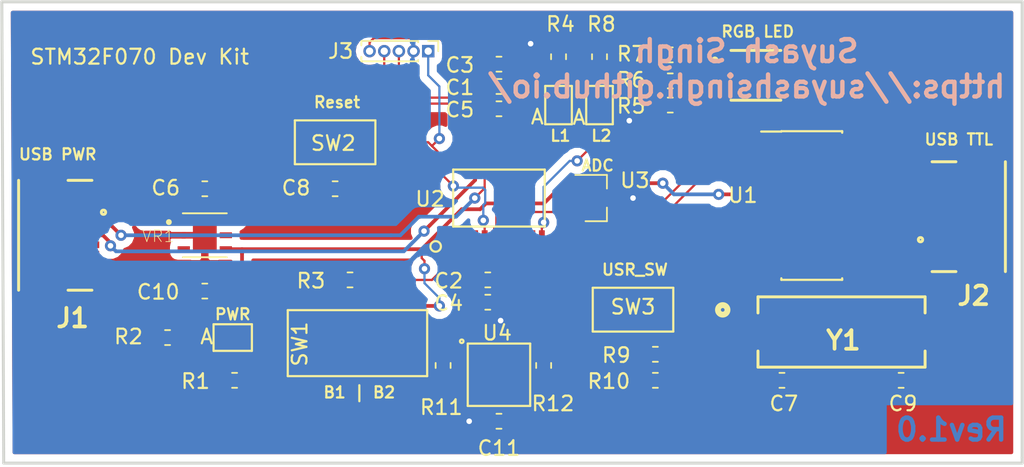
<source format=kicad_pcb>
(kicad_pcb (version 20171130) (host pcbnew 5.0.2-bee76a0~70~ubuntu18.04.1)

  (general
    (thickness 1.6)
    (drawings 18)
    (tracks 397)
    (zones 0)
    (modules 39)
    (nets 47)
  )

  (page A4)
  (title_block
    (title "STM32F070 Board")
    (date 2019-10-05)
    (rev v1.0)
    (comment 3 "Repository: https://github.com/suyashsingh/stm32f070-board")
    (comment 4 "Author: Suyash Singh B.")
  )

  (layers
    (0 F.Cu signal)
    (31 B.Cu signal hide)
    (32 B.Adhes user hide)
    (33 F.Adhes user hide)
    (34 B.Paste user hide)
    (35 F.Paste user hide)
    (36 B.SilkS user hide)
    (37 F.SilkS user hide)
    (38 B.Mask user hide)
    (39 F.Mask user hide)
    (40 Dwgs.User user hide)
    (41 Cmts.User user hide)
    (42 Eco1.User user hide)
    (43 Eco2.User user hide)
    (44 Edge.Cuts user hide)
    (45 Margin user hide)
    (46 B.CrtYd user hide)
    (47 F.CrtYd user hide)
    (48 B.Fab user hide)
    (49 F.Fab user hide)
  )

  (setup
    (last_trace_width 0.254)
    (user_trace_width 0.1524)
    (trace_clearance 0.254)
    (zone_clearance 0.508)
    (zone_45_only no)
    (trace_min 0.1524)
    (segment_width 0.2)
    (edge_width 0.2)
    (via_size 0.762)
    (via_drill 0.381)
    (via_min_size 0.6858)
    (via_min_drill 0.3302)
    (uvia_size 0.762)
    (uvia_drill 0.381)
    (uvias_allowed no)
    (uvia_min_size 0.2)
    (uvia_min_drill 0.1)
    (pcb_text_width 0.3)
    (pcb_text_size 1.5 1.5)
    (mod_edge_width 0.15)
    (mod_text_size 1 1)
    (mod_text_width 0.15)
    (pad_size 1.5 1.5)
    (pad_drill 0.6)
    (pad_to_mask_clearance 0.1524)
    (solder_mask_min_width 0.1016)
    (aux_axis_origin 0 0)
    (visible_elements 7FFFFFFF)
    (pcbplotparams
      (layerselection 0x010fc_ffffffff)
      (usegerberextensions false)
      (usegerberattributes false)
      (usegerberadvancedattributes false)
      (creategerberjobfile false)
      (excludeedgelayer true)
      (linewidth 0.100000)
      (plotframeref false)
      (viasonmask false)
      (mode 1)
      (useauxorigin false)
      (hpglpennumber 1)
      (hpglpenspeed 20)
      (hpglpendiameter 15.000000)
      (psnegative false)
      (psa4output false)
      (plotreference true)
      (plotvalue true)
      (plotinvisibletext false)
      (padsonsilk false)
      (subtractmaskfromsilk false)
      (outputformat 1)
      (mirror false)
      (drillshape 1)
      (scaleselection 1)
      (outputdirectory ""))
  )

  (net 0 "")
  (net 1 VCC)
  (net 2 GND)
  (net 3 "Net-(C6-Pad1)")
  (net 4 "Net-(C7-Pad1)")
  (net 5 /ToDebugConnector)
  (net 6 "Net-(C9-Pad1)")
  (net 7 "Net-(D1-Pad2)")
  (net 8 "Net-(D2-Pad1)")
  (net 9 "Net-(D2-Pad2)")
  (net 10 "Net-(D3-Pad1)")
  (net 11 "Net-(D3-Pad2)")
  (net 12 "Net-(D3-Pad3)")
  (net 13 "Net-(D3-Pad4)")
  (net 14 "Net-(D3-Pad5)")
  (net 15 "Net-(D3-Pad6)")
  (net 16 "Net-(D4-Pad2)")
  (net 17 "Net-(D4-Pad1)")
  (net 18 "Net-(J1-Pad4)")
  (net 19 "Net-(J2-Pad4)")
  (net 20 "Net-(J2-Pad1)")
  (net 21 /PA19)
  (net 22 /PA20)
  (net 23 "Net-(R1-Pad2)")
  (net 24 "Net-(R3-Pad2)")
  (net 25 "Net-(R3-Pad1)")
  (net 26 "Net-(R10-Pad2)")
  (net 27 /SDA)
  (net 28 /SCL)
  (net 29 "Net-(SW3-Pad1)")
  (net 30 /RXD_uC)
  (net 31 /TXD_uC)
  (net 32 "Net-(U1-Pad9)")
  (net 33 "Net-(U1-Pad10)")
  (net 34 "Net-(U1-Pad11)")
  (net 35 "Net-(U1-Pad12)")
  (net 36 "Net-(U1-Pad13)")
  (net 37 "Net-(U1-Pad14)")
  (net 38 "Net-(U1-Pad15)")
  (net 39 /ADC)
  (net 40 "Net-(U4-Pad3)")
  (net 41 "Net-(U4-Pad4)")
  (net 42 "Net-(VR1-Pad3)")
  (net 43 /USB_D+)
  (net 44 /USB_D-)
  (net 45 /USB_Data+)
  (net 46 /USB_Data-)

  (net_class Default "This is the default net class."
    (clearance 0.254)
    (trace_width 0.254)
    (via_dia 0.762)
    (via_drill 0.381)
    (uvia_dia 0.762)
    (uvia_drill 0.381)
    (add_net /ADC)
    (add_net /PA19)
    (add_net /PA20)
    (add_net /RXD_uC)
    (add_net /SCL)
    (add_net /SDA)
    (add_net /TXD_uC)
    (add_net /ToDebugConnector)
    (add_net /USB_D+)
    (add_net /USB_D-)
    (add_net /USB_Data+)
    (add_net /USB_Data-)
    (add_net GND)
    (add_net "Net-(C6-Pad1)")
    (add_net "Net-(C7-Pad1)")
    (add_net "Net-(C9-Pad1)")
    (add_net "Net-(D1-Pad2)")
    (add_net "Net-(D2-Pad1)")
    (add_net "Net-(D2-Pad2)")
    (add_net "Net-(D3-Pad1)")
    (add_net "Net-(D3-Pad2)")
    (add_net "Net-(D3-Pad3)")
    (add_net "Net-(D3-Pad4)")
    (add_net "Net-(D3-Pad5)")
    (add_net "Net-(D3-Pad6)")
    (add_net "Net-(D4-Pad1)")
    (add_net "Net-(D4-Pad2)")
    (add_net "Net-(J1-Pad4)")
    (add_net "Net-(J2-Pad1)")
    (add_net "Net-(J2-Pad4)")
    (add_net "Net-(R1-Pad2)")
    (add_net "Net-(R10-Pad2)")
    (add_net "Net-(R3-Pad1)")
    (add_net "Net-(R3-Pad2)")
    (add_net "Net-(SW3-Pad1)")
    (add_net "Net-(U1-Pad10)")
    (add_net "Net-(U1-Pad11)")
    (add_net "Net-(U1-Pad12)")
    (add_net "Net-(U1-Pad13)")
    (add_net "Net-(U1-Pad14)")
    (add_net "Net-(U1-Pad15)")
    (add_net "Net-(U1-Pad9)")
    (add_net "Net-(U4-Pad3)")
    (add_net "Net-(U4-Pad4)")
    (add_net "Net-(VR1-Pad3)")
    (add_net VCC)
  )

  (module Connector_PinHeader_1.00mm:PinHeader_1x05_P1.00mm_Vertical (layer F.Cu) (tedit 59FED738) (tstamp 5D9A3CDD)
    (at 123.825 90.9955 270)
    (descr "Through hole straight pin header, 1x05, 1.00mm pitch, single row")
    (tags "Through hole pin header THT 1x05 1.00mm single row")
    (path /5D7FD58A)
    (clearance 0.1016)
    (fp_text reference J3 (at 0 5.969 180) (layer F.SilkS)
      (effects (font (size 1 1) (thickness 0.15)))
    )
    (fp_text value Conn_01x05_Male (at -0.0635 11.557) (layer F.Fab)
      (effects (font (size 1 1) (thickness 0.15)))
    )
    (fp_line (start -0.3175 -0.5) (end 0.635 -0.5) (layer F.Fab) (width 0.1))
    (fp_line (start 0.635 -0.5) (end 0.635 4.5) (layer F.Fab) (width 0.1))
    (fp_line (start 0.635 4.5) (end -0.635 4.5) (layer F.Fab) (width 0.1))
    (fp_line (start -0.635 4.5) (end -0.635 -0.1825) (layer F.Fab) (width 0.1))
    (fp_line (start -0.635 -0.1825) (end -0.3175 -0.5) (layer F.Fab) (width 0.1))
    (fp_line (start -0.695 4.56) (end -0.394493 4.56) (layer F.SilkS) (width 0.12))
    (fp_line (start 0.394493 4.56) (end 0.695 4.56) (layer F.SilkS) (width 0.12))
    (fp_line (start -0.695 0.685) (end -0.695 4.56) (layer F.SilkS) (width 0.12))
    (fp_line (start 0.695 0.685) (end 0.695 4.56) (layer F.SilkS) (width 0.12))
    (fp_line (start -0.695 0.685) (end -0.608276 0.685) (layer F.SilkS) (width 0.12))
    (fp_line (start 0.608276 0.685) (end 0.695 0.685) (layer F.SilkS) (width 0.12))
    (fp_line (start -0.695 0) (end -0.695 -0.685) (layer F.SilkS) (width 0.12))
    (fp_line (start -0.695 -0.685) (end 0 -0.685) (layer F.SilkS) (width 0.12))
    (fp_line (start -1.15 -1) (end -1.15 5) (layer F.CrtYd) (width 0.05))
    (fp_line (start -1.15 5) (end 1.15 5) (layer F.CrtYd) (width 0.05))
    (fp_line (start 1.15 5) (end 1.15 -1) (layer F.CrtYd) (width 0.05))
    (fp_line (start 1.15 -1) (end -1.15 -1) (layer F.CrtYd) (width 0.05))
    (fp_text user %R (at 0 2) (layer F.Fab)
      (effects (font (size 0.76 0.76) (thickness 0.114)))
    )
    (pad 1 thru_hole rect (at 0 0 270) (size 0.85 0.85) (drill 0.5) (layers *.Cu *.Mask)
      (net 5 /ToDebugConnector))
    (pad 2 thru_hole oval (at 0 1 270) (size 0.85 0.85) (drill 0.5) (layers *.Cu *.Mask)
      (net 2 GND))
    (pad 3 thru_hole oval (at 0 2 270) (size 0.85 0.85) (drill 0.5) (layers *.Cu *.Mask)
      (net 21 /PA19))
    (pad 4 thru_hole oval (at 0 3 270) (size 0.85 0.85) (drill 0.5) (layers *.Cu *.Mask)
      (net 22 /PA20))
    (pad 5 thru_hole oval (at 0 4 270) (size 0.85 0.85) (drill 0.5) (layers *.Cu *.Mask)
      (net 1 VCC))
    (model ${KISYS3DMOD}/Connector_PinHeader_1.00mm.3dshapes/PinHeader_1x05_P1.00mm_Vertical.wrl
      (at (xyz 0 0 0))
      (scale (xyz 1 1 1))
      (rotate (xyz 0 0 0))
    )
  )

  (module Package_SO:SOIC-16_3.9x9.9mm_P1.27mm (layer F.Cu) (tedit 5A02F2D3) (tstamp 5D9A3C7B)
    (at 149.987 101.5365)
    (descr "16-Lead Plastic Small Outline (SL) - Narrow, 3.90 mm Body [SOIC] (see Microchip Packaging Specification 00000049BS.pdf)")
    (tags "SOIC 1.27")
    (path /5D88F99C)
    (attr smd)
    (fp_text reference U1 (at -4.699 -0.6985) (layer F.SilkS)
      (effects (font (size 1 1) (thickness 0.15)))
    )
    (fp_text value CH340G (at 0 6) (layer F.Fab)
      (effects (font (size 1 1) (thickness 0.15)))
    )
    (fp_text user %R (at 0 0) (layer F.Fab)
      (effects (font (size 0.9 0.9) (thickness 0.135)))
    )
    (fp_line (start -0.95 -4.95) (end 1.95 -4.95) (layer F.Fab) (width 0.15))
    (fp_line (start 1.95 -4.95) (end 1.95 4.95) (layer F.Fab) (width 0.15))
    (fp_line (start 1.95 4.95) (end -1.95 4.95) (layer F.Fab) (width 0.15))
    (fp_line (start -1.95 4.95) (end -1.95 -3.95) (layer F.Fab) (width 0.15))
    (fp_line (start -1.95 -3.95) (end -0.95 -4.95) (layer F.Fab) (width 0.15))
    (fp_line (start -3.7 -5.25) (end -3.7 5.25) (layer F.CrtYd) (width 0.05))
    (fp_line (start 3.7 -5.25) (end 3.7 5.25) (layer F.CrtYd) (width 0.05))
    (fp_line (start -3.7 -5.25) (end 3.7 -5.25) (layer F.CrtYd) (width 0.05))
    (fp_line (start -3.7 5.25) (end 3.7 5.25) (layer F.CrtYd) (width 0.05))
    (fp_line (start -2.075 -5.075) (end -2.075 -5.05) (layer F.SilkS) (width 0.15))
    (fp_line (start 2.075 -5.075) (end 2.075 -4.97) (layer F.SilkS) (width 0.15))
    (fp_line (start 2.075 5.075) (end 2.075 4.97) (layer F.SilkS) (width 0.15))
    (fp_line (start -2.075 5.075) (end -2.075 4.97) (layer F.SilkS) (width 0.15))
    (fp_line (start -2.075 -5.075) (end 2.075 -5.075) (layer F.SilkS) (width 0.15))
    (fp_line (start -2.075 5.075) (end 2.075 5.075) (layer F.SilkS) (width 0.15))
    (fp_line (start -2.075 -5.05) (end -3.45 -5.05) (layer F.SilkS) (width 0.15))
    (pad 1 smd rect (at -2.7 -4.445) (size 1.5 0.6) (layers F.Cu F.Paste F.Mask)
      (net 2 GND))
    (pad 2 smd rect (at -2.7 -3.175) (size 1.5 0.6) (layers F.Cu F.Paste F.Mask)
      (net 30 /RXD_uC))
    (pad 3 smd rect (at -2.7 -1.905) (size 1.5 0.6) (layers F.Cu F.Paste F.Mask)
      (net 31 /TXD_uC))
    (pad 4 smd rect (at -2.7 -0.635) (size 1.5 0.6) (layers F.Cu F.Paste F.Mask)
      (net 1 VCC))
    (pad 5 smd rect (at -2.7 0.635) (size 1.5 0.6) (layers F.Cu F.Paste F.Mask)
      (net 45 /USB_Data+))
    (pad 6 smd rect (at -2.7 1.905) (size 1.5 0.6) (layers F.Cu F.Paste F.Mask)
      (net 46 /USB_Data-))
    (pad 7 smd rect (at -2.7 3.175) (size 1.5 0.6) (layers F.Cu F.Paste F.Mask)
      (net 4 "Net-(C7-Pad1)"))
    (pad 8 smd rect (at -2.7 4.445) (size 1.5 0.6) (layers F.Cu F.Paste F.Mask)
      (net 6 "Net-(C9-Pad1)"))
    (pad 9 smd rect (at 2.7 4.445) (size 1.5 0.6) (layers F.Cu F.Paste F.Mask)
      (net 32 "Net-(U1-Pad9)"))
    (pad 10 smd rect (at 2.7 3.175) (size 1.5 0.6) (layers F.Cu F.Paste F.Mask)
      (net 33 "Net-(U1-Pad10)"))
    (pad 11 smd rect (at 2.7 1.905) (size 1.5 0.6) (layers F.Cu F.Paste F.Mask)
      (net 34 "Net-(U1-Pad11)"))
    (pad 12 smd rect (at 2.7 0.635) (size 1.5 0.6) (layers F.Cu F.Paste F.Mask)
      (net 35 "Net-(U1-Pad12)"))
    (pad 13 smd rect (at 2.7 -0.635) (size 1.5 0.6) (layers F.Cu F.Paste F.Mask)
      (net 36 "Net-(U1-Pad13)"))
    (pad 14 smd rect (at 2.7 -1.905) (size 1.5 0.6) (layers F.Cu F.Paste F.Mask)
      (net 37 "Net-(U1-Pad14)"))
    (pad 15 smd rect (at 2.7 -3.175) (size 1.5 0.6) (layers F.Cu F.Paste F.Mask)
      (net 38 "Net-(U1-Pad15)"))
    (pad 16 smd rect (at 2.7 -4.445) (size 1.5 0.6) (layers F.Cu F.Paste F.Mask)
      (net 1 VCC))
    (model ${KISYS3DMOD}/Package_SO.3dshapes/SOIC-16_3.9x9.9mm_P1.27mm.wrl
      (at (xyz 0 0 0))
      (scale (xyz 1 1 1))
      (rotate (xyz 0 0 0))
    )
  )

  (module Package_TO_SOT_SMD:SOT-23 (layer F.Cu) (tedit 5A02FF57) (tstamp 5D9A3D25)
    (at 135.255 101.0285)
    (descr "SOT-23, Standard")
    (tags SOT-23)
    (path /5D8108A1)
    (attr smd)
    (fp_text reference U3 (at 2.667 -1.2065) (layer F.SilkS)
      (effects (font (size 1 1) (thickness 0.15)))
    )
    (fp_text value MCP9700AT-ETT (at 0 2.5) (layer F.Fab)
      (effects (font (size 1 1) (thickness 0.15)))
    )
    (fp_text user %R (at 0 0 90) (layer F.Fab)
      (effects (font (size 0.5 0.5) (thickness 0.075)))
    )
    (fp_line (start -0.7 -0.95) (end -0.7 1.5) (layer F.Fab) (width 0.1))
    (fp_line (start -0.15 -1.52) (end 0.7 -1.52) (layer F.Fab) (width 0.1))
    (fp_line (start -0.7 -0.95) (end -0.15 -1.52) (layer F.Fab) (width 0.1))
    (fp_line (start 0.7 -1.52) (end 0.7 1.52) (layer F.Fab) (width 0.1))
    (fp_line (start -0.7 1.52) (end 0.7 1.52) (layer F.Fab) (width 0.1))
    (fp_line (start 0.76 1.58) (end 0.76 0.65) (layer F.SilkS) (width 0.12))
    (fp_line (start 0.76 -1.58) (end 0.76 -0.65) (layer F.SilkS) (width 0.12))
    (fp_line (start -1.7 -1.75) (end 1.7 -1.75) (layer F.CrtYd) (width 0.05))
    (fp_line (start 1.7 -1.75) (end 1.7 1.75) (layer F.CrtYd) (width 0.05))
    (fp_line (start 1.7 1.75) (end -1.7 1.75) (layer F.CrtYd) (width 0.05))
    (fp_line (start -1.7 1.75) (end -1.7 -1.75) (layer F.CrtYd) (width 0.05))
    (fp_line (start 0.76 -1.58) (end -1.4 -1.58) (layer F.SilkS) (width 0.12))
    (fp_line (start 0.76 1.58) (end -0.7 1.58) (layer F.SilkS) (width 0.12))
    (pad 1 smd rect (at -1 -0.95) (size 0.9 0.8) (layers F.Cu F.Paste F.Mask)
      (net 1 VCC))
    (pad 2 smd rect (at -1 0.95) (size 0.9 0.8) (layers F.Cu F.Paste F.Mask)
      (net 39 /ADC))
    (pad 3 smd rect (at 1 0) (size 0.9 0.8) (layers F.Cu F.Paste F.Mask)
      (net 2 GND))
    (model ${KISYS3DMOD}/Package_TO_SOT_SMD.3dshapes/SOT-23.wrl
      (at (xyz 0 0 0))
      (scale (xyz 1 1 1))
      (rotate (xyz 0 0 0))
    )
  )

  (module Capacitor_SMD:C_0603_1608Metric_Pad1.05x0.95mm_HandSolder (layer F.Cu) (tedit 5B301BBE) (tstamp 5D9A3C37)
    (at 128.651 93.4085)
    (descr "Capacitor SMD 0603 (1608 Metric), square (rectangular) end terminal, IPC_7351 nominal with elongated pad for handsoldering. (Body size source: http://www.tortai-tech.com/upload/download/2011102023233369053.pdf), generated with kicad-footprint-generator")
    (tags "capacitor handsolder")
    (path /5D7AE4EA)
    (attr smd)
    (fp_text reference C1 (at -2.667 0.0635) (layer F.SilkS)
      (effects (font (size 1 1) (thickness 0.15)))
    )
    (fp_text value 4.7uF (at 0 1.43) (layer F.Fab)
      (effects (font (size 1 1) (thickness 0.15)))
    )
    (fp_line (start -0.8 0.4) (end -0.8 -0.4) (layer F.Fab) (width 0.1))
    (fp_line (start -0.8 -0.4) (end 0.8 -0.4) (layer F.Fab) (width 0.1))
    (fp_line (start 0.8 -0.4) (end 0.8 0.4) (layer F.Fab) (width 0.1))
    (fp_line (start 0.8 0.4) (end -0.8 0.4) (layer F.Fab) (width 0.1))
    (fp_line (start -0.171267 -0.51) (end 0.171267 -0.51) (layer F.SilkS) (width 0.12))
    (fp_line (start -0.171267 0.51) (end 0.171267 0.51) (layer F.SilkS) (width 0.12))
    (fp_line (start -1.65 0.73) (end -1.65 -0.73) (layer F.CrtYd) (width 0.05))
    (fp_line (start -1.65 -0.73) (end 1.65 -0.73) (layer F.CrtYd) (width 0.05))
    (fp_line (start 1.65 -0.73) (end 1.65 0.73) (layer F.CrtYd) (width 0.05))
    (fp_line (start 1.65 0.73) (end -1.65 0.73) (layer F.CrtYd) (width 0.05))
    (fp_text user %R (at 0 0) (layer F.Fab)
      (effects (font (size 0.4 0.4) (thickness 0.06)))
    )
    (pad 1 smd roundrect (at -0.875 0) (size 1.05 0.95) (layers F.Cu F.Paste F.Mask) (roundrect_rratio 0.25)
      (net 1 VCC))
    (pad 2 smd roundrect (at 0.875 0) (size 1.05 0.95) (layers F.Cu F.Paste F.Mask) (roundrect_rratio 0.25)
      (net 2 GND))
    (model ${KISYS3DMOD}/Capacitor_SMD.3dshapes/C_0603_1608Metric.wrl
      (at (xyz 0 0 0))
      (scale (xyz 1 1 1))
      (rotate (xyz 0 0 0))
    )
  )

  (module Capacitor_SMD:C_0603_1608Metric_Pad1.05x0.95mm_HandSolder (layer F.Cu) (tedit 5B301BBE) (tstamp 5DAB2409)
    (at 127.889 106.6165)
    (descr "Capacitor SMD 0603 (1608 Metric), square (rectangular) end terminal, IPC_7351 nominal with elongated pad for handsoldering. (Body size source: http://www.tortai-tech.com/upload/download/2011102023233369053.pdf), generated with kicad-footprint-generator")
    (tags "capacitor handsolder")
    (path /5D7B4ED0)
    (attr smd)
    (fp_text reference C2 (at -2.667 0.0635) (layer F.SilkS)
      (effects (font (size 1 1) (thickness 0.15)))
    )
    (fp_text value 10nF (at 0 1.43) (layer F.Fab)
      (effects (font (size 1 1) (thickness 0.15)))
    )
    (fp_line (start -0.8 0.4) (end -0.8 -0.4) (layer F.Fab) (width 0.1))
    (fp_line (start -0.8 -0.4) (end 0.8 -0.4) (layer F.Fab) (width 0.1))
    (fp_line (start 0.8 -0.4) (end 0.8 0.4) (layer F.Fab) (width 0.1))
    (fp_line (start 0.8 0.4) (end -0.8 0.4) (layer F.Fab) (width 0.1))
    (fp_line (start -0.171267 -0.51) (end 0.171267 -0.51) (layer F.SilkS) (width 0.12))
    (fp_line (start -0.171267 0.51) (end 0.171267 0.51) (layer F.SilkS) (width 0.12))
    (fp_line (start -1.65 0.73) (end -1.65 -0.73) (layer F.CrtYd) (width 0.05))
    (fp_line (start -1.65 -0.73) (end 1.65 -0.73) (layer F.CrtYd) (width 0.05))
    (fp_line (start 1.65 -0.73) (end 1.65 0.73) (layer F.CrtYd) (width 0.05))
    (fp_line (start 1.65 0.73) (end -1.65 0.73) (layer F.CrtYd) (width 0.05))
    (fp_text user %R (at 0 0) (layer F.Fab)
      (effects (font (size 0.4 0.4) (thickness 0.06)))
    )
    (pad 1 smd roundrect (at -0.875 0) (size 1.05 0.95) (layers F.Cu F.Paste F.Mask) (roundrect_rratio 0.25)
      (net 1 VCC))
    (pad 2 smd roundrect (at 0.875 0) (size 1.05 0.95) (layers F.Cu F.Paste F.Mask) (roundrect_rratio 0.25)
      (net 2 GND))
    (model ${KISYS3DMOD}/Capacitor_SMD.3dshapes/C_0603_1608Metric.wrl
      (at (xyz 0 0 0))
      (scale (xyz 1 1 1))
      (rotate (xyz 0 0 0))
    )
  )

  (module Capacitor_SMD:C_0603_1608Metric_Pad1.05x0.95mm_HandSolder (layer F.Cu) (tedit 5B301BBE) (tstamp 5D9A3C07)
    (at 128.651 91.8845)
    (descr "Capacitor SMD 0603 (1608 Metric), square (rectangular) end terminal, IPC_7351 nominal with elongated pad for handsoldering. (Body size source: http://www.tortai-tech.com/upload/download/2011102023233369053.pdf), generated with kicad-footprint-generator")
    (tags "capacitor handsolder")
    (path /5D7AE5E0)
    (attr smd)
    (fp_text reference C3 (at -2.667 0.0635) (layer F.SilkS)
      (effects (font (size 1 1) (thickness 0.15)))
    )
    (fp_text value 100nF (at 0 1.43) (layer F.Fab)
      (effects (font (size 1 1) (thickness 0.15)))
    )
    (fp_text user %R (at 0 0) (layer F.Fab)
      (effects (font (size 0.4 0.4) (thickness 0.06)))
    )
    (fp_line (start 1.65 0.73) (end -1.65 0.73) (layer F.CrtYd) (width 0.05))
    (fp_line (start 1.65 -0.73) (end 1.65 0.73) (layer F.CrtYd) (width 0.05))
    (fp_line (start -1.65 -0.73) (end 1.65 -0.73) (layer F.CrtYd) (width 0.05))
    (fp_line (start -1.65 0.73) (end -1.65 -0.73) (layer F.CrtYd) (width 0.05))
    (fp_line (start -0.171267 0.51) (end 0.171267 0.51) (layer F.SilkS) (width 0.12))
    (fp_line (start -0.171267 -0.51) (end 0.171267 -0.51) (layer F.SilkS) (width 0.12))
    (fp_line (start 0.8 0.4) (end -0.8 0.4) (layer F.Fab) (width 0.1))
    (fp_line (start 0.8 -0.4) (end 0.8 0.4) (layer F.Fab) (width 0.1))
    (fp_line (start -0.8 -0.4) (end 0.8 -0.4) (layer F.Fab) (width 0.1))
    (fp_line (start -0.8 0.4) (end -0.8 -0.4) (layer F.Fab) (width 0.1))
    (pad 2 smd roundrect (at 0.875 0) (size 1.05 0.95) (layers F.Cu F.Paste F.Mask) (roundrect_rratio 0.25)
      (net 2 GND))
    (pad 1 smd roundrect (at -0.875 0) (size 1.05 0.95) (layers F.Cu F.Paste F.Mask) (roundrect_rratio 0.25)
      (net 1 VCC))
    (model ${KISYS3DMOD}/Capacitor_SMD.3dshapes/C_0603_1608Metric.wrl
      (at (xyz 0 0 0))
      (scale (xyz 1 1 1))
      (rotate (xyz 0 0 0))
    )
  )

  (module Capacitor_SMD:C_0603_1608Metric_Pad1.05x0.95mm_HandSolder (layer F.Cu) (tedit 5B301BBE) (tstamp 5D9A3D99)
    (at 127.889 108.1405)
    (descr "Capacitor SMD 0603 (1608 Metric), square (rectangular) end terminal, IPC_7351 nominal with elongated pad for handsoldering. (Body size source: http://www.tortai-tech.com/upload/download/2011102023233369053.pdf), generated with kicad-footprint-generator")
    (tags "capacitor handsolder")
    (path /5D7B4E86)
    (attr smd)
    (fp_text reference C4 (at -2.667 0.0635) (layer F.SilkS)
      (effects (font (size 1 1) (thickness 0.15)))
    )
    (fp_text value 1uF (at 0 1.43) (layer F.Fab)
      (effects (font (size 1 1) (thickness 0.15)))
    )
    (fp_text user %R (at 0 0) (layer F.Fab)
      (effects (font (size 0.4 0.4) (thickness 0.06)))
    )
    (fp_line (start 1.65 0.73) (end -1.65 0.73) (layer F.CrtYd) (width 0.05))
    (fp_line (start 1.65 -0.73) (end 1.65 0.73) (layer F.CrtYd) (width 0.05))
    (fp_line (start -1.65 -0.73) (end 1.65 -0.73) (layer F.CrtYd) (width 0.05))
    (fp_line (start -1.65 0.73) (end -1.65 -0.73) (layer F.CrtYd) (width 0.05))
    (fp_line (start -0.171267 0.51) (end 0.171267 0.51) (layer F.SilkS) (width 0.12))
    (fp_line (start -0.171267 -0.51) (end 0.171267 -0.51) (layer F.SilkS) (width 0.12))
    (fp_line (start 0.8 0.4) (end -0.8 0.4) (layer F.Fab) (width 0.1))
    (fp_line (start 0.8 -0.4) (end 0.8 0.4) (layer F.Fab) (width 0.1))
    (fp_line (start -0.8 -0.4) (end 0.8 -0.4) (layer F.Fab) (width 0.1))
    (fp_line (start -0.8 0.4) (end -0.8 -0.4) (layer F.Fab) (width 0.1))
    (pad 2 smd roundrect (at 0.875 0) (size 1.05 0.95) (layers F.Cu F.Paste F.Mask) (roundrect_rratio 0.25)
      (net 2 GND))
    (pad 1 smd roundrect (at -0.875 0) (size 1.05 0.95) (layers F.Cu F.Paste F.Mask) (roundrect_rratio 0.25)
      (net 1 VCC))
    (model ${KISYS3DMOD}/Capacitor_SMD.3dshapes/C_0603_1608Metric.wrl
      (at (xyz 0 0 0))
      (scale (xyz 1 1 1))
      (rotate (xyz 0 0 0))
    )
  )

  (module Capacitor_SMD:C_0603_1608Metric_Pad1.05x0.95mm_HandSolder (layer F.Cu) (tedit 5B301BBE) (tstamp 5D9A3BD7)
    (at 128.651 94.9325)
    (descr "Capacitor SMD 0603 (1608 Metric), square (rectangular) end terminal, IPC_7351 nominal with elongated pad for handsoldering. (Body size source: http://www.tortai-tech.com/upload/download/2011102023233369053.pdf), generated with kicad-footprint-generator")
    (tags "capacitor handsolder")
    (path /5D7AE616)
    (attr smd)
    (fp_text reference C5 (at -2.667 0.0635) (layer F.SilkS)
      (effects (font (size 1 1) (thickness 0.15)))
    )
    (fp_text value 100nF (at 0 1.43) (layer F.Fab)
      (effects (font (size 1 1) (thickness 0.15)))
    )
    (fp_line (start -0.8 0.4) (end -0.8 -0.4) (layer F.Fab) (width 0.1))
    (fp_line (start -0.8 -0.4) (end 0.8 -0.4) (layer F.Fab) (width 0.1))
    (fp_line (start 0.8 -0.4) (end 0.8 0.4) (layer F.Fab) (width 0.1))
    (fp_line (start 0.8 0.4) (end -0.8 0.4) (layer F.Fab) (width 0.1))
    (fp_line (start -0.171267 -0.51) (end 0.171267 -0.51) (layer F.SilkS) (width 0.12))
    (fp_line (start -0.171267 0.51) (end 0.171267 0.51) (layer F.SilkS) (width 0.12))
    (fp_line (start -1.65 0.73) (end -1.65 -0.73) (layer F.CrtYd) (width 0.05))
    (fp_line (start -1.65 -0.73) (end 1.65 -0.73) (layer F.CrtYd) (width 0.05))
    (fp_line (start 1.65 -0.73) (end 1.65 0.73) (layer F.CrtYd) (width 0.05))
    (fp_line (start 1.65 0.73) (end -1.65 0.73) (layer F.CrtYd) (width 0.05))
    (fp_text user %R (at 0 0) (layer F.Fab)
      (effects (font (size 0.4 0.4) (thickness 0.06)))
    )
    (pad 1 smd roundrect (at -0.875 0) (size 1.05 0.95) (layers F.Cu F.Paste F.Mask) (roundrect_rratio 0.25)
      (net 1 VCC))
    (pad 2 smd roundrect (at 0.875 0) (size 1.05 0.95) (layers F.Cu F.Paste F.Mask) (roundrect_rratio 0.25)
      (net 2 GND))
    (model ${KISYS3DMOD}/Capacitor_SMD.3dshapes/C_0603_1608Metric.wrl
      (at (xyz 0 0 0))
      (scale (xyz 1 1 1))
      (rotate (xyz 0 0 0))
    )
  )

  (module Capacitor_SMD:C_0603_1608Metric_Pad1.05x0.95mm_HandSolder (layer F.Cu) (tedit 5B301BBE) (tstamp 5D9A3AB7)
    (at 108.585 100.3935)
    (descr "Capacitor SMD 0603 (1608 Metric), square (rectangular) end terminal, IPC_7351 nominal with elongated pad for handsoldering. (Body size source: http://www.tortai-tech.com/upload/download/2011102023233369053.pdf), generated with kicad-footprint-generator")
    (tags "capacitor handsolder")
    (path /5D7A0BBE)
    (attr smd)
    (fp_text reference C6 (at -2.667 -0.0635) (layer F.SilkS)
      (effects (font (size 1 1) (thickness 0.15)))
    )
    (fp_text value 1uF (at 0 1.43) (layer F.Fab)
      (effects (font (size 1 1) (thickness 0.15)))
    )
    (fp_line (start -0.8 0.4) (end -0.8 -0.4) (layer F.Fab) (width 0.1))
    (fp_line (start -0.8 -0.4) (end 0.8 -0.4) (layer F.Fab) (width 0.1))
    (fp_line (start 0.8 -0.4) (end 0.8 0.4) (layer F.Fab) (width 0.1))
    (fp_line (start 0.8 0.4) (end -0.8 0.4) (layer F.Fab) (width 0.1))
    (fp_line (start -0.171267 -0.51) (end 0.171267 -0.51) (layer F.SilkS) (width 0.12))
    (fp_line (start -0.171267 0.51) (end 0.171267 0.51) (layer F.SilkS) (width 0.12))
    (fp_line (start -1.65 0.73) (end -1.65 -0.73) (layer F.CrtYd) (width 0.05))
    (fp_line (start -1.65 -0.73) (end 1.65 -0.73) (layer F.CrtYd) (width 0.05))
    (fp_line (start 1.65 -0.73) (end 1.65 0.73) (layer F.CrtYd) (width 0.05))
    (fp_line (start 1.65 0.73) (end -1.65 0.73) (layer F.CrtYd) (width 0.05))
    (fp_text user %R (at 0 0) (layer F.Fab)
      (effects (font (size 0.4 0.4) (thickness 0.06)))
    )
    (pad 1 smd roundrect (at -0.875 0) (size 1.05 0.95) (layers F.Cu F.Paste F.Mask) (roundrect_rratio 0.25)
      (net 3 "Net-(C6-Pad1)"))
    (pad 2 smd roundrect (at 0.875 0) (size 1.05 0.95) (layers F.Cu F.Paste F.Mask) (roundrect_rratio 0.25)
      (net 2 GND))
    (model ${KISYS3DMOD}/Capacitor_SMD.3dshapes/C_0603_1608Metric.wrl
      (at (xyz 0 0 0))
      (scale (xyz 1 1 1))
      (rotate (xyz 0 0 0))
    )
  )

  (module Capacitor_SMD:C_0603_1608Metric_Pad1.05x0.95mm_HandSolder (layer F.Cu) (tedit 5B301BBE) (tstamp 5D9A3BA7)
    (at 147.955 113.4745)
    (descr "Capacitor SMD 0603 (1608 Metric), square (rectangular) end terminal, IPC_7351 nominal with elongated pad for handsoldering. (Body size source: http://www.tortai-tech.com/upload/download/2011102023233369053.pdf), generated with kicad-footprint-generator")
    (tags "capacitor handsolder")
    (path /5D8B4EE6)
    (attr smd)
    (fp_text reference C7 (at 0.127 1.5875) (layer F.SilkS)
      (effects (font (size 1 1) (thickness 0.15)))
    )
    (fp_text value 22pF (at 0 1.43) (layer F.Fab)
      (effects (font (size 1 1) (thickness 0.15)))
    )
    (fp_text user %R (at 0 0) (layer F.Fab)
      (effects (font (size 0.4 0.4) (thickness 0.06)))
    )
    (fp_line (start 1.65 0.73) (end -1.65 0.73) (layer F.CrtYd) (width 0.05))
    (fp_line (start 1.65 -0.73) (end 1.65 0.73) (layer F.CrtYd) (width 0.05))
    (fp_line (start -1.65 -0.73) (end 1.65 -0.73) (layer F.CrtYd) (width 0.05))
    (fp_line (start -1.65 0.73) (end -1.65 -0.73) (layer F.CrtYd) (width 0.05))
    (fp_line (start -0.171267 0.51) (end 0.171267 0.51) (layer F.SilkS) (width 0.12))
    (fp_line (start -0.171267 -0.51) (end 0.171267 -0.51) (layer F.SilkS) (width 0.12))
    (fp_line (start 0.8 0.4) (end -0.8 0.4) (layer F.Fab) (width 0.1))
    (fp_line (start 0.8 -0.4) (end 0.8 0.4) (layer F.Fab) (width 0.1))
    (fp_line (start -0.8 -0.4) (end 0.8 -0.4) (layer F.Fab) (width 0.1))
    (fp_line (start -0.8 0.4) (end -0.8 -0.4) (layer F.Fab) (width 0.1))
    (pad 2 smd roundrect (at 0.875 0) (size 1.05 0.95) (layers F.Cu F.Paste F.Mask) (roundrect_rratio 0.25)
      (net 2 GND))
    (pad 1 smd roundrect (at -0.875 0) (size 1.05 0.95) (layers F.Cu F.Paste F.Mask) (roundrect_rratio 0.25)
      (net 4 "Net-(C7-Pad1)"))
    (model ${KISYS3DMOD}/Capacitor_SMD.3dshapes/C_0603_1608Metric.wrl
      (at (xyz 0 0 0))
      (scale (xyz 1 1 1))
      (rotate (xyz 0 0 0))
    )
  )

  (module Capacitor_SMD:C_0603_1608Metric_Pad1.05x0.95mm_HandSolder (layer F.Cu) (tedit 5B301BBE) (tstamp 5D9A3DC9)
    (at 117.475 100.3935 180)
    (descr "Capacitor SMD 0603 (1608 Metric), square (rectangular) end terminal, IPC_7351 nominal with elongated pad for handsoldering. (Body size source: http://www.tortai-tech.com/upload/download/2011102023233369053.pdf), generated with kicad-footprint-generator")
    (tags "capacitor handsolder")
    (path /5D7AACAA)
    (attr smd)
    (fp_text reference C8 (at 2.667 0.0635 180) (layer F.SilkS)
      (effects (font (size 1 1) (thickness 0.15)))
    )
    (fp_text value 100uF (at 0 1.43 180) (layer F.Fab)
      (effects (font (size 1 1) (thickness 0.15)))
    )
    (fp_text user %R (at 0 0 180) (layer F.Fab)
      (effects (font (size 0.4 0.4) (thickness 0.06)))
    )
    (fp_line (start 1.65 0.73) (end -1.65 0.73) (layer F.CrtYd) (width 0.05))
    (fp_line (start 1.65 -0.73) (end 1.65 0.73) (layer F.CrtYd) (width 0.05))
    (fp_line (start -1.65 -0.73) (end 1.65 -0.73) (layer F.CrtYd) (width 0.05))
    (fp_line (start -1.65 0.73) (end -1.65 -0.73) (layer F.CrtYd) (width 0.05))
    (fp_line (start -0.171267 0.51) (end 0.171267 0.51) (layer F.SilkS) (width 0.12))
    (fp_line (start -0.171267 -0.51) (end 0.171267 -0.51) (layer F.SilkS) (width 0.12))
    (fp_line (start 0.8 0.4) (end -0.8 0.4) (layer F.Fab) (width 0.1))
    (fp_line (start 0.8 -0.4) (end 0.8 0.4) (layer F.Fab) (width 0.1))
    (fp_line (start -0.8 -0.4) (end 0.8 -0.4) (layer F.Fab) (width 0.1))
    (fp_line (start -0.8 0.4) (end -0.8 -0.4) (layer F.Fab) (width 0.1))
    (pad 2 smd roundrect (at 0.875 0 180) (size 1.05 0.95) (layers F.Cu F.Paste F.Mask) (roundrect_rratio 0.25)
      (net 2 GND))
    (pad 1 smd roundrect (at -0.875 0 180) (size 1.05 0.95) (layers F.Cu F.Paste F.Mask) (roundrect_rratio 0.25)
      (net 5 /ToDebugConnector))
    (model ${KISYS3DMOD}/Capacitor_SMD.3dshapes/C_0603_1608Metric.wrl
      (at (xyz 0 0 0))
      (scale (xyz 1 1 1))
      (rotate (xyz 0 0 0))
    )
  )

  (module Capacitor_SMD:C_0603_1608Metric_Pad1.05x0.95mm_HandSolder (layer F.Cu) (tedit 5B301BBE) (tstamp 5D9A3B77)
    (at 156.083 113.4745 180)
    (descr "Capacitor SMD 0603 (1608 Metric), square (rectangular) end terminal, IPC_7351 nominal with elongated pad for handsoldering. (Body size source: http://www.tortai-tech.com/upload/download/2011102023233369053.pdf), generated with kicad-footprint-generator")
    (tags "capacitor handsolder")
    (path /5D8B533C)
    (attr smd)
    (fp_text reference C9 (at -0.127 -1.5875 180) (layer F.SilkS)
      (effects (font (size 1 1) (thickness 0.15)))
    )
    (fp_text value 22pF (at 0 1.43 180) (layer F.Fab)
      (effects (font (size 1 1) (thickness 0.15)))
    )
    (fp_line (start -0.8 0.4) (end -0.8 -0.4) (layer F.Fab) (width 0.1))
    (fp_line (start -0.8 -0.4) (end 0.8 -0.4) (layer F.Fab) (width 0.1))
    (fp_line (start 0.8 -0.4) (end 0.8 0.4) (layer F.Fab) (width 0.1))
    (fp_line (start 0.8 0.4) (end -0.8 0.4) (layer F.Fab) (width 0.1))
    (fp_line (start -0.171267 -0.51) (end 0.171267 -0.51) (layer F.SilkS) (width 0.12))
    (fp_line (start -0.171267 0.51) (end 0.171267 0.51) (layer F.SilkS) (width 0.12))
    (fp_line (start -1.65 0.73) (end -1.65 -0.73) (layer F.CrtYd) (width 0.05))
    (fp_line (start -1.65 -0.73) (end 1.65 -0.73) (layer F.CrtYd) (width 0.05))
    (fp_line (start 1.65 -0.73) (end 1.65 0.73) (layer F.CrtYd) (width 0.05))
    (fp_line (start 1.65 0.73) (end -1.65 0.73) (layer F.CrtYd) (width 0.05))
    (fp_text user %R (at 0 0 180) (layer F.Fab)
      (effects (font (size 0.4 0.4) (thickness 0.06)))
    )
    (pad 1 smd roundrect (at -0.875 0 180) (size 1.05 0.95) (layers F.Cu F.Paste F.Mask) (roundrect_rratio 0.25)
      (net 6 "Net-(C9-Pad1)"))
    (pad 2 smd roundrect (at 0.875 0 180) (size 1.05 0.95) (layers F.Cu F.Paste F.Mask) (roundrect_rratio 0.25)
      (net 2 GND))
    (model ${KISYS3DMOD}/Capacitor_SMD.3dshapes/C_0603_1608Metric.wrl
      (at (xyz 0 0 0))
      (scale (xyz 1 1 1))
      (rotate (xyz 0 0 0))
    )
  )

  (module Capacitor_SMD:C_0603_1608Metric_Pad1.05x0.95mm_HandSolder (layer F.Cu) (tedit 5B301BBE) (tstamp 5D9A3B47)
    (at 108.585 107.3785 180)
    (descr "Capacitor SMD 0603 (1608 Metric), square (rectangular) end terminal, IPC_7351 nominal with elongated pad for handsoldering. (Body size source: http://www.tortai-tech.com/upload/download/2011102023233369053.pdf), generated with kicad-footprint-generator")
    (tags "capacitor handsolder")
    (path /5D7A0CB9)
    (attr smd)
    (fp_text reference C10 (at 3.175 -0.0635 180) (layer F.SilkS)
      (effects (font (size 1 1) (thickness 0.15)))
    )
    (fp_text value 1uF (at 0 1.43 180) (layer F.Fab)
      (effects (font (size 1 1) (thickness 0.15)))
    )
    (fp_text user %R (at 0 0 180) (layer F.Fab)
      (effects (font (size 0.4 0.4) (thickness 0.06)))
    )
    (fp_line (start 1.65 0.73) (end -1.65 0.73) (layer F.CrtYd) (width 0.05))
    (fp_line (start 1.65 -0.73) (end 1.65 0.73) (layer F.CrtYd) (width 0.05))
    (fp_line (start -1.65 -0.73) (end 1.65 -0.73) (layer F.CrtYd) (width 0.05))
    (fp_line (start -1.65 0.73) (end -1.65 -0.73) (layer F.CrtYd) (width 0.05))
    (fp_line (start -0.171267 0.51) (end 0.171267 0.51) (layer F.SilkS) (width 0.12))
    (fp_line (start -0.171267 -0.51) (end 0.171267 -0.51) (layer F.SilkS) (width 0.12))
    (fp_line (start 0.8 0.4) (end -0.8 0.4) (layer F.Fab) (width 0.1))
    (fp_line (start 0.8 -0.4) (end 0.8 0.4) (layer F.Fab) (width 0.1))
    (fp_line (start -0.8 -0.4) (end 0.8 -0.4) (layer F.Fab) (width 0.1))
    (fp_line (start -0.8 0.4) (end -0.8 -0.4) (layer F.Fab) (width 0.1))
    (pad 2 smd roundrect (at 0.875 0 180) (size 1.05 0.95) (layers F.Cu F.Paste F.Mask) (roundrect_rratio 0.25)
      (net 2 GND))
    (pad 1 smd roundrect (at -0.875 0 180) (size 1.05 0.95) (layers F.Cu F.Paste F.Mask) (roundrect_rratio 0.25)
      (net 1 VCC))
    (model ${KISYS3DMOD}/Capacitor_SMD.3dshapes/C_0603_1608Metric.wrl
      (at (xyz 0 0 0))
      (scale (xyz 1 1 1))
      (rotate (xyz 0 0 0))
    )
  )

  (module Capacitor_SMD:C_0603_1608Metric_Pad1.05x0.95mm_HandSolder (layer F.Cu) (tedit 5B301BBE) (tstamp 5D9A3B17)
    (at 128.651 116.2685)
    (descr "Capacitor SMD 0603 (1608 Metric), square (rectangular) end terminal, IPC_7351 nominal with elongated pad for handsoldering. (Body size source: http://www.tortai-tech.com/upload/download/2011102023233369053.pdf), generated with kicad-footprint-generator")
    (tags "capacitor handsolder")
    (path /5D8253F2)
    (attr smd)
    (fp_text reference C11 (at 0 1.8415) (layer F.SilkS)
      (effects (font (size 1 1) (thickness 0.15)))
    )
    (fp_text value 0.1uF (at 0 1.43) (layer F.Fab)
      (effects (font (size 1 1) (thickness 0.15)))
    )
    (fp_line (start -0.8 0.4) (end -0.8 -0.4) (layer F.Fab) (width 0.1))
    (fp_line (start -0.8 -0.4) (end 0.8 -0.4) (layer F.Fab) (width 0.1))
    (fp_line (start 0.8 -0.4) (end 0.8 0.4) (layer F.Fab) (width 0.1))
    (fp_line (start 0.8 0.4) (end -0.8 0.4) (layer F.Fab) (width 0.1))
    (fp_line (start -0.171267 -0.51) (end 0.171267 -0.51) (layer F.SilkS) (width 0.12))
    (fp_line (start -0.171267 0.51) (end 0.171267 0.51) (layer F.SilkS) (width 0.12))
    (fp_line (start -1.65 0.73) (end -1.65 -0.73) (layer F.CrtYd) (width 0.05))
    (fp_line (start -1.65 -0.73) (end 1.65 -0.73) (layer F.CrtYd) (width 0.05))
    (fp_line (start 1.65 -0.73) (end 1.65 0.73) (layer F.CrtYd) (width 0.05))
    (fp_line (start 1.65 0.73) (end -1.65 0.73) (layer F.CrtYd) (width 0.05))
    (fp_text user %R (at 0 0) (layer F.Fab)
      (effects (font (size 0.4 0.4) (thickness 0.06)))
    )
    (pad 1 smd roundrect (at -0.875 0) (size 1.05 0.95) (layers F.Cu F.Paste F.Mask) (roundrect_rratio 0.25)
      (net 2 GND))
    (pad 2 smd roundrect (at 0.875 0) (size 1.05 0.95) (layers F.Cu F.Paste F.Mask) (roundrect_rratio 0.25)
      (net 1 VCC))
    (model ${KISYS3DMOD}/Capacitor_SMD.3dshapes/C_0603_1608Metric.wrl
      (at (xyz 0 0 0))
      (scale (xyz 1 1 1))
      (rotate (xyz 0 0 0))
    )
  )

  (module stm32f070-board:LED_VISHAY (layer F.Cu) (tedit 5DAB23D4) (tstamp 5D9A3D61)
    (at 110.49 110.5535 90)
    (path /5D7A0C7B)
    (fp_text reference D1 (at 0.0635 2.286 180) (layer F.Fab)
      (effects (font (size 1 1) (thickness 0.15)))
    )
    (fp_text value PWR_LED (at 0 6 90) (layer F.Fab)
      (effects (font (size 1 1) (thickness 0.15)))
    )
    (fp_line (start -0.4 -0.8) (end 0.4 -0.8) (layer F.Fab) (width 0.15))
    (fp_line (start -0.4 -0.8) (end -0.4 0.8) (layer F.Fab) (width 0.15))
    (fp_line (start -0.4 0.8) (end 0.4 0.8) (layer F.Fab) (width 0.15))
    (fp_line (start 0.4 0.8) (end 0.4 -0.8) (layer F.Fab) (width 0.15))
    (fp_text user REF** (at 0.4 4.4 -90) (layer F.Fab)
      (effects (font (size 1 1) (thickness 0.15)))
    )
    (fp_line (start -0.908 -1.308) (end 0.908 -1.308) (layer F.CrtYd) (width 0.15))
    (fp_line (start 0.908 -1.308) (end 0.908 1.308) (layer F.CrtYd) (width 0.15))
    (fp_line (start -0.908 -1.308) (end -0.908 1.308) (layer F.CrtYd) (width 0.15))
    (fp_line (start -0.908 1.308) (end 0.908 1.308) (layer F.CrtYd) (width 0.15))
    (fp_text user A (at 0.0635 -1.778 180) (layer F.SilkS)
      (effects (font (size 1 1) (thickness 0.15)))
    )
    (fp_line (start -0.908 -1.308) (end 0.908 -1.308) (layer F.SilkS) (width 0.15))
    (fp_line (start -0.908 -1.308) (end -0.908 1.308) (layer F.SilkS) (width 0.15))
    (fp_line (start -0.908 1.308) (end 0.908 1.308) (layer F.SilkS) (width 0.15))
    (fp_line (start 0.908 -1.308) (end 0.908 1.308) (layer F.SilkS) (width 0.15))
    (fp_text user A (at 1.45 -0.8 90) (layer F.Fab)
      (effects (font (size 1 1) (thickness 0.15)))
    )
    (pad 2 smd rect (at 0 -0.725 90) (size 0.8 0.6) (layers F.Cu F.Paste F.Mask)
      (net 7 "Net-(D1-Pad2)"))
    (pad 1 smd rect (at 0 0.725 90) (size 0.8 0.6) (layers F.Cu F.Paste F.Mask)
      (net 2 GND))
  )

  (module stm32f070-board:LED_VISHAY (layer F.Cu) (tedit 5D999E7A) (tstamp 5D9A377C)
    (at 132.715 94.6785 180)
    (path /5D7DA43F)
    (fp_text reference D2 (at -0.635 -2.3495 180) (layer F.Fab)
      (effects (font (size 1 1) (thickness 0.15)))
    )
    (fp_text value USR_LED2 (at 0 6 180) (layer F.Fab)
      (effects (font (size 1 1) (thickness 0.15)))
    )
    (fp_text user A (at 1.45 -0.8 180) (layer F.Fab)
      (effects (font (size 1 1) (thickness 0.15)))
    )
    (fp_line (start 0.908 -1.308) (end 0.908 1.308) (layer F.SilkS) (width 0.15))
    (fp_line (start -0.908 1.308) (end 0.908 1.308) (layer F.SilkS) (width 0.15))
    (fp_line (start -0.908 -1.308) (end -0.908 1.308) (layer F.SilkS) (width 0.15))
    (fp_line (start -0.908 -1.308) (end 0.908 -1.308) (layer F.SilkS) (width 0.15))
    (fp_text user A (at 1.45 -0.8 180) (layer F.SilkS)
      (effects (font (size 1 1) (thickness 0.15)))
    )
    (fp_line (start -0.908 1.308) (end 0.908 1.308) (layer F.CrtYd) (width 0.15))
    (fp_line (start -0.908 -1.308) (end -0.908 1.308) (layer F.CrtYd) (width 0.15))
    (fp_line (start 0.908 -1.308) (end 0.908 1.308) (layer F.CrtYd) (width 0.15))
    (fp_line (start -0.908 -1.308) (end 0.908 -1.308) (layer F.CrtYd) (width 0.15))
    (fp_text user REF** (at 0.4 4.4) (layer F.Fab)
      (effects (font (size 1 1) (thickness 0.15)))
    )
    (fp_line (start 0.4 0.8) (end 0.4 -0.8) (layer F.Fab) (width 0.15))
    (fp_line (start -0.4 0.8) (end 0.4 0.8) (layer F.Fab) (width 0.15))
    (fp_line (start -0.4 -0.8) (end -0.4 0.8) (layer F.Fab) (width 0.15))
    (fp_line (start -0.4 -0.8) (end 0.4 -0.8) (layer F.Fab) (width 0.15))
    (pad 1 smd rect (at 0 0.725 180) (size 0.8 0.6) (layers F.Cu F.Paste F.Mask)
      (net 8 "Net-(D2-Pad1)"))
    (pad 2 smd rect (at 0 -0.725 180) (size 0.8 0.6) (layers F.Cu F.Paste F.Mask)
      (net 9 "Net-(D2-Pad2)"))
  )

  (module stm32f070-board:PLCC6 (layer F.Cu) (tedit 5DAB239C) (tstamp 5D9A36DC)
    (at 146.177 92.6465)
    (descr PLCC6)
    (tags LED)
    (path /5D801829)
    (attr smd)
    (fp_text reference D3 (at 4.445 0.0635) (layer F.Fab) hide
      (effects (font (size 1.27 1.27) (thickness 0.254)))
    )
    (fp_text value LED_RGB (at 0.127 -2.9845) (layer F.Fab) hide
      (effects (font (size 1.27 1.27) (thickness 0.254)))
    )
    (fp_text user %R (at -0.019 -0.396) (layer F.Fab)
      (effects (font (size 1.27 1.27) (thickness 0.254)))
    )
    (fp_line (start -1.7 -1.7) (end 1.7 -1.7) (layer F.Fab) (width 0.2))
    (fp_line (start 1.7 -1.7) (end 1.7 1.7) (layer F.Fab) (width 0.2))
    (fp_line (start 1.7 1.7) (end -1.7 1.7) (layer F.Fab) (width 0.2))
    (fp_line (start -1.7 1.7) (end -1.7 -1.7) (layer F.Fab) (width 0.2))
    (fp_line (start -1.7 -1.7) (end 1.7 -1.7) (layer F.SilkS) (width 0.2))
    (fp_line (start 1.7 1.7) (end -1.7 1.7) (layer F.SilkS) (width 0.2))
    (fp_circle (center -2.797 -1.055) (end -2.797 -1.023) (layer F.SilkS) (width 0.2))
    (fp_circle (center -2.797 -1.055) (end -2.765 -1.055) (layer F.Fab) (width 0.2))
    (fp_line (start -3 -2.05) (end -3 2.1) (layer F.CrtYd) (width 0.15))
    (fp_line (start -3 2.1) (end 2.975 2.1) (layer F.CrtYd) (width 0.15))
    (fp_line (start 2.975 2.1) (end 2.975 -2) (layer F.CrtYd) (width 0.15))
    (fp_line (start 2.975 -2) (end -3.025 -2.025) (layer F.CrtYd) (width 0.15))
    (pad 1 smd rect (at -1.7 -1.05 90) (size 0.7 1.6) (layers F.Cu F.Paste F.Mask)
      (net 10 "Net-(D3-Pad1)"))
    (pad 2 smd rect (at -1.7 0 90) (size 0.7 1.6) (layers F.Cu F.Paste F.Mask)
      (net 11 "Net-(D3-Pad2)"))
    (pad 3 smd rect (at -1.7 1.05 90) (size 0.7 1.6) (layers F.Cu F.Paste F.Mask)
      (net 12 "Net-(D3-Pad3)"))
    (pad 4 smd rect (at 1.7 1.05 90) (size 0.7 1.6) (layers F.Cu F.Paste F.Mask)
      (net 13 "Net-(D3-Pad4)"))
    (pad 5 smd rect (at 1.7 0 90) (size 0.7 1.6) (layers F.Cu F.Paste F.Mask)
      (net 14 "Net-(D3-Pad5)"))
    (pad 6 smd rect (at 1.7 -1.05 90) (size 0.7 1.6) (layers F.Cu F.Paste F.Mask)
      (net 15 "Net-(D3-Pad6)"))
  )

  (module stm32f070-board:LED_VISHAY (layer F.Cu) (tedit 5D999ED0) (tstamp 5D9A3659)
    (at 135.509 94.6785 180)
    (path /5D7D3C44)
    (fp_text reference D4 (at -0.381 -2.3495 180) (layer F.Fab)
      (effects (font (size 1 1) (thickness 0.15)))
    )
    (fp_text value USR_LED1 (at 0 6 180) (layer F.Fab)
      (effects (font (size 1 1) (thickness 0.15)))
    )
    (fp_line (start -0.4 -0.8) (end 0.4 -0.8) (layer F.Fab) (width 0.15))
    (fp_line (start -0.4 -0.8) (end -0.4 0.8) (layer F.Fab) (width 0.15))
    (fp_line (start -0.4 0.8) (end 0.4 0.8) (layer F.Fab) (width 0.15))
    (fp_line (start 0.4 0.8) (end 0.4 -0.8) (layer F.Fab) (width 0.15))
    (fp_text user REF** (at 0.4 4.4) (layer F.Fab)
      (effects (font (size 1 1) (thickness 0.15)))
    )
    (fp_line (start -0.908 -1.308) (end 0.908 -1.308) (layer F.CrtYd) (width 0.15))
    (fp_line (start 0.908 -1.308) (end 0.908 1.308) (layer F.CrtYd) (width 0.15))
    (fp_line (start -0.908 -1.308) (end -0.908 1.308) (layer F.CrtYd) (width 0.15))
    (fp_line (start -0.908 1.308) (end 0.908 1.308) (layer F.CrtYd) (width 0.15))
    (fp_text user A (at 1.397 -0.8255 180) (layer F.SilkS)
      (effects (font (size 1 1) (thickness 0.15)))
    )
    (fp_line (start -0.908 -1.308) (end 0.908 -1.308) (layer F.SilkS) (width 0.15))
    (fp_line (start -0.908 -1.308) (end -0.908 1.308) (layer F.SilkS) (width 0.15))
    (fp_line (start -0.908 1.308) (end 0.908 1.308) (layer F.SilkS) (width 0.15))
    (fp_line (start 0.908 -1.308) (end 0.908 1.308) (layer F.SilkS) (width 0.15))
    (fp_text user A (at 1.45 -0.8 180) (layer F.Fab)
      (effects (font (size 1 1) (thickness 0.15)))
    )
    (pad 2 smd rect (at 0 -0.725 180) (size 0.8 0.6) (layers F.Cu F.Paste F.Mask)
      (net 16 "Net-(D4-Pad2)"))
    (pad 1 smd rect (at 0 0.725 180) (size 0.8 0.6) (layers F.Cu F.Paste F.Mask)
      (net 17 "Net-(D4-Pad1)"))
  )

  (module stm32f070-board:usb (layer F.Cu) (tedit 5D9998AC) (tstamp 5D9A3698)
    (at 95.885 103.5685 90)
    (descr 47346-0001)
    (tags Connector)
    (path /5D7A0AEB)
    (clearance 0.1016)
    (attr smd)
    (fp_text reference J1 (at -5.6515 3.683 180) (layer F.SilkS)
      (effects (font (size 1.27 1.27) (thickness 0.254)))
    )
    (fp_text value USB_B_Micro (at -5.6515 2.413 180) (layer F.Fab) hide
      (effects (font (size 1.27 1.27) (thickness 0.254)))
    )
    (fp_circle (center 1.572 5.79) (end 1.572 5.83589) (layer F.SilkS) (width 0.2))
    (fp_line (start -3.75 5) (end -3.75 3.373) (layer F.SilkS) (width 0.2))
    (fp_line (start 3.75 5) (end 3.75 3.373) (layer F.SilkS) (width 0.2))
    (fp_line (start -3.75 0) (end 3.75 0) (layer F.SilkS) (width 0.2))
    (fp_line (start -3.75 5) (end -3.75 0) (layer F.Fab) (width 0.2))
    (fp_line (start 3.75 5) (end -3.75 5) (layer F.Fab) (width 0.2))
    (fp_line (start 3.75 0) (end 3.75 5) (layer F.Fab) (width 0.2))
    (fp_line (start -3.75 0) (end 3.75 0) (layer F.Fab) (width 0.2))
    (fp_text user %R (at -0.313 3.58 90) (layer F.Fab)
      (effects (font (size 1.27 1.27) (thickness 0.254)))
    )
    (pad 11 smd rect (at -2.9125 2.15 180) (size 1.9 2.375) (layers F.Cu F.Paste F.Mask))
    (pad 10 smd rect (at 2.9125 2.15 180) (size 1.9 2.375) (layers F.Cu F.Paste F.Mask))
    (pad 9 smd rect (at -0.8375 2.15 90) (size 1.175 1.9) (layers F.Cu F.Paste F.Mask))
    (pad 8 smd rect (at 0.8375 2.15 90) (size 1.175 1.9) (layers F.Cu F.Paste F.Mask))
    (pad 7 smd rect (at 2.4525 4.45 90) (size 1.475 2.1) (layers F.Cu F.Paste F.Mask))
    (pad 6 smd rect (at -2.4525 4.45 90) (size 1.475 2.1) (layers F.Cu F.Paste F.Mask)
      (net 2 GND))
    (pad 5 smd rect (at -1.3 4.81 90) (size 0.45 1.38) (layers F.Cu F.Paste F.Mask)
      (net 2 GND))
    (pad 4 smd rect (at -0.65 4.81 90) (size 0.45 1.38) (layers F.Cu F.Paste F.Mask)
      (net 18 "Net-(J1-Pad4)"))
    (pad 3 smd rect (at 0 4.81 90) (size 0.45 1.38) (layers F.Cu F.Paste F.Mask)
      (net 43 /USB_D+))
    (pad 2 smd rect (at 0.65 4.81 90) (size 0.45 1.38) (layers F.Cu F.Paste F.Mask)
      (net 44 /USB_D-))
    (pad 1 smd rect (at 1.3 4.81 90) (size 0.45 1.38) (layers F.Cu F.Paste F.Mask)
      (net 3 "Net-(C6-Pad1)"))
  )

  (module stm32f070-board:usb (layer F.Cu) (tedit 5D9998C7) (tstamp 5D9A384B)
    (at 163.195 102.2985 270)
    (descr 47346-0001)
    (tags Connector)
    (path /5D8A34F0)
    (clearance 0.1016)
    (attr smd)
    (fp_text reference J2 (at 5.3975 2.159) (layer F.SilkS)
      (effects (font (size 1.27 1.27) (thickness 0.254)))
    )
    (fp_text value USB_B_Micro (at -0.313 3.58 270) (layer F.Fab) hide
      (effects (font (size 1.27 1.27) (thickness 0.254)))
    )
    (fp_circle (center 1.572 5.79) (end 1.572 5.83589) (layer F.SilkS) (width 0.2))
    (fp_line (start -3.75 5) (end -3.75 3.373) (layer F.SilkS) (width 0.2))
    (fp_line (start 3.75 5) (end 3.75 3.373) (layer F.SilkS) (width 0.2))
    (fp_line (start -3.75 0) (end 3.75 0) (layer F.SilkS) (width 0.2))
    (fp_line (start -3.75 5) (end -3.75 0) (layer F.Fab) (width 0.2))
    (fp_line (start 3.75 5) (end -3.75 5) (layer F.Fab) (width 0.2))
    (fp_line (start 3.75 0) (end 3.75 5) (layer F.Fab) (width 0.2))
    (fp_line (start -3.75 0) (end 3.75 0) (layer F.Fab) (width 0.2))
    (fp_text user %R (at -0.313 3.58 270) (layer F.Fab)
      (effects (font (size 1.27 1.27) (thickness 0.254)))
    )
    (pad 11 smd rect (at -2.9125 2.15) (size 1.9 2.375) (layers F.Cu F.Paste F.Mask))
    (pad 10 smd rect (at 2.9125 2.15) (size 1.9 2.375) (layers F.Cu F.Paste F.Mask))
    (pad 9 smd rect (at -0.8375 2.15 270) (size 1.175 1.9) (layers F.Cu F.Paste F.Mask))
    (pad 8 smd rect (at 0.8375 2.15 270) (size 1.175 1.9) (layers F.Cu F.Paste F.Mask))
    (pad 7 smd rect (at 2.4525 4.45 270) (size 1.475 2.1) (layers F.Cu F.Paste F.Mask))
    (pad 6 smd rect (at -2.4525 4.45 270) (size 1.475 2.1) (layers F.Cu F.Paste F.Mask)
      (net 2 GND))
    (pad 5 smd rect (at -1.3 4.81 270) (size 0.45 1.38) (layers F.Cu F.Paste F.Mask)
      (net 2 GND))
    (pad 4 smd rect (at -0.65 4.81 270) (size 0.45 1.38) (layers F.Cu F.Paste F.Mask)
      (net 19 "Net-(J2-Pad4)"))
    (pad 3 smd rect (at 0 4.81 270) (size 0.45 1.38) (layers F.Cu F.Paste F.Mask)
      (net 45 /USB_Data+))
    (pad 2 smd rect (at 0.65 4.81 270) (size 0.45 1.38) (layers F.Cu F.Paste F.Mask)
      (net 46 /USB_Data-))
    (pad 1 smd rect (at 1.3 4.81 270) (size 0.45 1.38) (layers F.Cu F.Paste F.Mask)
      (net 20 "Net-(J2-Pad1)"))
  )

  (module Resistor_SMD:R_0603_1608Metric_Pad1.05x0.95mm_HandSolder (layer F.Cu) (tedit 5B301BBD) (tstamp 5D9A3814)
    (at 110.617 113.4745)
    (descr "Resistor SMD 0603 (1608 Metric), square (rectangular) end terminal, IPC_7351 nominal with elongated pad for handsoldering. (Body size source: http://www.tortai-tech.com/upload/download/2011102023233369053.pdf), generated with kicad-footprint-generator")
    (tags "resistor handsolder")
    (path /5D7D0CB6)
    (attr smd)
    (fp_text reference R1 (at -2.667 0.0635) (layer F.SilkS)
      (effects (font (size 1 1) (thickness 0.15)))
    )
    (fp_text value 0R (at 0 1.43) (layer F.Fab)
      (effects (font (size 1 1) (thickness 0.15)))
    )
    (fp_text user %R (at 0 0) (layer F.Fab)
      (effects (font (size 0.4 0.4) (thickness 0.06)))
    )
    (fp_line (start 1.65 0.73) (end -1.65 0.73) (layer F.CrtYd) (width 0.05))
    (fp_line (start 1.65 -0.73) (end 1.65 0.73) (layer F.CrtYd) (width 0.05))
    (fp_line (start -1.65 -0.73) (end 1.65 -0.73) (layer F.CrtYd) (width 0.05))
    (fp_line (start -1.65 0.73) (end -1.65 -0.73) (layer F.CrtYd) (width 0.05))
    (fp_line (start -0.171267 0.51) (end 0.171267 0.51) (layer F.SilkS) (width 0.12))
    (fp_line (start -0.171267 -0.51) (end 0.171267 -0.51) (layer F.SilkS) (width 0.12))
    (fp_line (start 0.8 0.4) (end -0.8 0.4) (layer F.Fab) (width 0.1))
    (fp_line (start 0.8 -0.4) (end 0.8 0.4) (layer F.Fab) (width 0.1))
    (fp_line (start -0.8 -0.4) (end 0.8 -0.4) (layer F.Fab) (width 0.1))
    (fp_line (start -0.8 0.4) (end -0.8 -0.4) (layer F.Fab) (width 0.1))
    (pad 2 smd roundrect (at 0.875 0) (size 1.05 0.95) (layers F.Cu F.Paste F.Mask) (roundrect_rratio 0.25)
      (net 23 "Net-(R1-Pad2)"))
    (pad 1 smd roundrect (at -0.875 0) (size 1.05 0.95) (layers F.Cu F.Paste F.Mask) (roundrect_rratio 0.25)
      (net 2 GND))
    (model ${KISYS3DMOD}/Resistor_SMD.3dshapes/R_0603_1608Metric.wrl
      (at (xyz 0 0 0))
      (scale (xyz 1 1 1))
      (rotate (xyz 0 0 0))
    )
  )

  (module Resistor_SMD:R_0603_1608Metric_Pad1.05x0.95mm_HandSolder (layer F.Cu) (tedit 5B301BBD) (tstamp 5D9A4F9D)
    (at 106.045 110.5535)
    (descr "Resistor SMD 0603 (1608 Metric), square (rectangular) end terminal, IPC_7351 nominal with elongated pad for handsoldering. (Body size source: http://www.tortai-tech.com/upload/download/2011102023233369053.pdf), generated with kicad-footprint-generator")
    (tags "resistor handsolder")
    (path /5D7A0C0E)
    (attr smd)
    (fp_text reference R2 (at -2.667 -0.0635) (layer F.SilkS)
      (effects (font (size 1 1) (thickness 0.15)))
    )
    (fp_text value 750R (at 0 1.43) (layer F.Fab)
      (effects (font (size 1 1) (thickness 0.15)))
    )
    (fp_line (start -0.8 0.4) (end -0.8 -0.4) (layer F.Fab) (width 0.1))
    (fp_line (start -0.8 -0.4) (end 0.8 -0.4) (layer F.Fab) (width 0.1))
    (fp_line (start 0.8 -0.4) (end 0.8 0.4) (layer F.Fab) (width 0.1))
    (fp_line (start 0.8 0.4) (end -0.8 0.4) (layer F.Fab) (width 0.1))
    (fp_line (start -0.171267 -0.51) (end 0.171267 -0.51) (layer F.SilkS) (width 0.12))
    (fp_line (start -0.171267 0.51) (end 0.171267 0.51) (layer F.SilkS) (width 0.12))
    (fp_line (start -1.65 0.73) (end -1.65 -0.73) (layer F.CrtYd) (width 0.05))
    (fp_line (start -1.65 -0.73) (end 1.65 -0.73) (layer F.CrtYd) (width 0.05))
    (fp_line (start 1.65 -0.73) (end 1.65 0.73) (layer F.CrtYd) (width 0.05))
    (fp_line (start 1.65 0.73) (end -1.65 0.73) (layer F.CrtYd) (width 0.05))
    (fp_text user %R (at 0 0) (layer F.Fab)
      (effects (font (size 0.4 0.4) (thickness 0.06)))
    )
    (pad 1 smd roundrect (at -0.875 0) (size 1.05 0.95) (layers F.Cu F.Paste F.Mask) (roundrect_rratio 0.25)
      (net 1 VCC))
    (pad 2 smd roundrect (at 0.875 0) (size 1.05 0.95) (layers F.Cu F.Paste F.Mask) (roundrect_rratio 0.25)
      (net 7 "Net-(D1-Pad2)"))
    (model ${KISYS3DMOD}/Resistor_SMD.3dshapes/R_0603_1608Metric.wrl
      (at (xyz 0 0 0))
      (scale (xyz 1 1 1))
      (rotate (xyz 0 0 0))
    )
  )

  (module Resistor_SMD:R_0603_1608Metric_Pad1.05x0.95mm_HandSolder (layer F.Cu) (tedit 5B301BBD) (tstamp 5D9A38B9)
    (at 118.491 106.6165 180)
    (descr "Resistor SMD 0603 (1608 Metric), square (rectangular) end terminal, IPC_7351 nominal with elongated pad for handsoldering. (Body size source: http://www.tortai-tech.com/upload/download/2011102023233369053.pdf), generated with kicad-footprint-generator")
    (tags "resistor handsolder")
    (path /5D7A777D)
    (attr smd)
    (fp_text reference R3 (at 2.667 -0.0635 180) (layer F.SilkS)
      (effects (font (size 1 1) (thickness 0.15)))
    )
    (fp_text value 10k (at 0 1.43 180) (layer F.Fab)
      (effects (font (size 1 1) (thickness 0.15)))
    )
    (fp_text user %R (at 0 0 180) (layer F.Fab)
      (effects (font (size 0.4 0.4) (thickness 0.06)))
    )
    (fp_line (start 1.65 0.73) (end -1.65 0.73) (layer F.CrtYd) (width 0.05))
    (fp_line (start 1.65 -0.73) (end 1.65 0.73) (layer F.CrtYd) (width 0.05))
    (fp_line (start -1.65 -0.73) (end 1.65 -0.73) (layer F.CrtYd) (width 0.05))
    (fp_line (start -1.65 0.73) (end -1.65 -0.73) (layer F.CrtYd) (width 0.05))
    (fp_line (start -0.171267 0.51) (end 0.171267 0.51) (layer F.SilkS) (width 0.12))
    (fp_line (start -0.171267 -0.51) (end 0.171267 -0.51) (layer F.SilkS) (width 0.12))
    (fp_line (start 0.8 0.4) (end -0.8 0.4) (layer F.Fab) (width 0.1))
    (fp_line (start 0.8 -0.4) (end 0.8 0.4) (layer F.Fab) (width 0.1))
    (fp_line (start -0.8 -0.4) (end 0.8 -0.4) (layer F.Fab) (width 0.1))
    (fp_line (start -0.8 0.4) (end -0.8 -0.4) (layer F.Fab) (width 0.1))
    (pad 2 smd roundrect (at 0.875 0 180) (size 1.05 0.95) (layers F.Cu F.Paste F.Mask) (roundrect_rratio 0.25)
      (net 24 "Net-(R3-Pad2)"))
    (pad 1 smd roundrect (at -0.875 0 180) (size 1.05 0.95) (layers F.Cu F.Paste F.Mask) (roundrect_rratio 0.25)
      (net 25 "Net-(R3-Pad1)"))
    (model ${KISYS3DMOD}/Resistor_SMD.3dshapes/R_0603_1608Metric.wrl
      (at (xyz 0 0 0))
      (scale (xyz 1 1 1))
      (rotate (xyz 0 0 0))
    )
  )

  (module Resistor_SMD:R_0603_1608Metric_Pad1.05x0.95mm_HandSolder (layer F.Cu) (tedit 5B301BBD) (tstamp 5D9A37E4)
    (at 132.715 91.3765 90)
    (descr "Resistor SMD 0603 (1608 Metric), square (rectangular) end terminal, IPC_7351 nominal with elongated pad for handsoldering. (Body size source: http://www.tortai-tech.com/upload/download/2011102023233369053.pdf), generated with kicad-footprint-generator")
    (tags "resistor handsolder")
    (path /5D7E3D28)
    (attr smd)
    (fp_text reference R4 (at 2.2225 0.127 180) (layer F.SilkS)
      (effects (font (size 1 1) (thickness 0.15)))
    )
    (fp_text value 750R (at 0 1.43 90) (layer F.Fab)
      (effects (font (size 1 1) (thickness 0.15)))
    )
    (fp_line (start -0.8 0.4) (end -0.8 -0.4) (layer F.Fab) (width 0.1))
    (fp_line (start -0.8 -0.4) (end 0.8 -0.4) (layer F.Fab) (width 0.1))
    (fp_line (start 0.8 -0.4) (end 0.8 0.4) (layer F.Fab) (width 0.1))
    (fp_line (start 0.8 0.4) (end -0.8 0.4) (layer F.Fab) (width 0.1))
    (fp_line (start -0.171267 -0.51) (end 0.171267 -0.51) (layer F.SilkS) (width 0.12))
    (fp_line (start -0.171267 0.51) (end 0.171267 0.51) (layer F.SilkS) (width 0.12))
    (fp_line (start -1.65 0.73) (end -1.65 -0.73) (layer F.CrtYd) (width 0.05))
    (fp_line (start -1.65 -0.73) (end 1.65 -0.73) (layer F.CrtYd) (width 0.05))
    (fp_line (start 1.65 -0.73) (end 1.65 0.73) (layer F.CrtYd) (width 0.05))
    (fp_line (start 1.65 0.73) (end -1.65 0.73) (layer F.CrtYd) (width 0.05))
    (fp_text user %R (at 0 0 90) (layer F.Fab)
      (effects (font (size 0.4 0.4) (thickness 0.06)))
    )
    (pad 1 smd roundrect (at -0.875 0 90) (size 1.05 0.95) (layers F.Cu F.Paste F.Mask) (roundrect_rratio 0.25)
      (net 8 "Net-(D2-Pad1)"))
    (pad 2 smd roundrect (at 0.875 0 90) (size 1.05 0.95) (layers F.Cu F.Paste F.Mask) (roundrect_rratio 0.25)
      (net 2 GND))
    (model ${KISYS3DMOD}/Resistor_SMD.3dshapes/R_0603_1608Metric.wrl
      (at (xyz 0 0 0))
      (scale (xyz 1 1 1))
      (rotate (xyz 0 0 0))
    )
  )

  (module Resistor_SMD:R_0603_1608Metric_Pad1.05x0.95mm_HandSolder (layer F.Cu) (tedit 5B301BBD) (tstamp 5D9A3964)
    (at 140.335 94.6785 180)
    (descr "Resistor SMD 0603 (1608 Metric), square (rectangular) end terminal, IPC_7351 nominal with elongated pad for handsoldering. (Body size source: http://www.tortai-tech.com/upload/download/2011102023233369053.pdf), generated with kicad-footprint-generator")
    (tags "resistor handsolder")
    (path /5D7D84F8)
    (attr smd)
    (fp_text reference R5 (at 2.667 -0.0635 180) (layer F.SilkS)
      (effects (font (size 1 1) (thickness 0.15)))
    )
    (fp_text value 80R (at 0 1.43 180) (layer F.Fab)
      (effects (font (size 1 1) (thickness 0.15)))
    )
    (fp_text user %R (at 0 0 180) (layer F.Fab)
      (effects (font (size 0.4 0.4) (thickness 0.06)))
    )
    (fp_line (start 1.65 0.73) (end -1.65 0.73) (layer F.CrtYd) (width 0.05))
    (fp_line (start 1.65 -0.73) (end 1.65 0.73) (layer F.CrtYd) (width 0.05))
    (fp_line (start -1.65 -0.73) (end 1.65 -0.73) (layer F.CrtYd) (width 0.05))
    (fp_line (start -1.65 0.73) (end -1.65 -0.73) (layer F.CrtYd) (width 0.05))
    (fp_line (start -0.171267 0.51) (end 0.171267 0.51) (layer F.SilkS) (width 0.12))
    (fp_line (start -0.171267 -0.51) (end 0.171267 -0.51) (layer F.SilkS) (width 0.12))
    (fp_line (start 0.8 0.4) (end -0.8 0.4) (layer F.Fab) (width 0.1))
    (fp_line (start 0.8 -0.4) (end 0.8 0.4) (layer F.Fab) (width 0.1))
    (fp_line (start -0.8 -0.4) (end 0.8 -0.4) (layer F.Fab) (width 0.1))
    (fp_line (start -0.8 0.4) (end -0.8 -0.4) (layer F.Fab) (width 0.1))
    (pad 2 smd roundrect (at 0.875 0 180) (size 1.05 0.95) (layers F.Cu F.Paste F.Mask) (roundrect_rratio 0.25)
      (net 2 GND))
    (pad 1 smd roundrect (at -0.875 0 180) (size 1.05 0.95) (layers F.Cu F.Paste F.Mask) (roundrect_rratio 0.25)
      (net 12 "Net-(D3-Pad3)"))
    (model ${KISYS3DMOD}/Resistor_SMD.3dshapes/R_0603_1608Metric.wrl
      (at (xyz 0 0 0))
      (scale (xyz 1 1 1))
      (rotate (xyz 0 0 0))
    )
  )

  (module Resistor_SMD:R_0603_1608Metric_Pad1.05x0.95mm_HandSolder (layer F.Cu) (tedit 5B301BBD) (tstamp 5D9A34C9)
    (at 140.335 93.0275 180)
    (descr "Resistor SMD 0603 (1608 Metric), square (rectangular) end terminal, IPC_7351 nominal with elongated pad for handsoldering. (Body size source: http://www.tortai-tech.com/upload/download/2011102023233369053.pdf), generated with kicad-footprint-generator")
    (tags "resistor handsolder")
    (path /5D7D84B2)
    (attr smd)
    (fp_text reference R6 (at 2.667 0.0635 180) (layer F.SilkS)
      (effects (font (size 1 1) (thickness 0.15)))
    )
    (fp_text value 60R (at 0 1.43 180) (layer F.Fab)
      (effects (font (size 1 1) (thickness 0.15)))
    )
    (fp_line (start -0.8 0.4) (end -0.8 -0.4) (layer F.Fab) (width 0.1))
    (fp_line (start -0.8 -0.4) (end 0.8 -0.4) (layer F.Fab) (width 0.1))
    (fp_line (start 0.8 -0.4) (end 0.8 0.4) (layer F.Fab) (width 0.1))
    (fp_line (start 0.8 0.4) (end -0.8 0.4) (layer F.Fab) (width 0.1))
    (fp_line (start -0.171267 -0.51) (end 0.171267 -0.51) (layer F.SilkS) (width 0.12))
    (fp_line (start -0.171267 0.51) (end 0.171267 0.51) (layer F.SilkS) (width 0.12))
    (fp_line (start -1.65 0.73) (end -1.65 -0.73) (layer F.CrtYd) (width 0.05))
    (fp_line (start -1.65 -0.73) (end 1.65 -0.73) (layer F.CrtYd) (width 0.05))
    (fp_line (start 1.65 -0.73) (end 1.65 0.73) (layer F.CrtYd) (width 0.05))
    (fp_line (start 1.65 0.73) (end -1.65 0.73) (layer F.CrtYd) (width 0.05))
    (fp_text user %R (at 0 0 180) (layer F.Fab)
      (effects (font (size 0.4 0.4) (thickness 0.06)))
    )
    (pad 1 smd roundrect (at -0.875 0 180) (size 1.05 0.95) (layers F.Cu F.Paste F.Mask) (roundrect_rratio 0.25)
      (net 11 "Net-(D3-Pad2)"))
    (pad 2 smd roundrect (at 0.875 0 180) (size 1.05 0.95) (layers F.Cu F.Paste F.Mask) (roundrect_rratio 0.25)
      (net 2 GND))
    (model ${KISYS3DMOD}/Resistor_SMD.3dshapes/R_0603_1608Metric.wrl
      (at (xyz 0 0 0))
      (scale (xyz 1 1 1))
      (rotate (xyz 0 0 0))
    )
  )

  (module Resistor_SMD:R_0603_1608Metric_Pad1.05x0.95mm_HandSolder (layer F.Cu) (tedit 5B301BBD) (tstamp 5D9A34F9)
    (at 140.335 91.2495 180)
    (descr "Resistor SMD 0603 (1608 Metric), square (rectangular) end terminal, IPC_7351 nominal with elongated pad for handsoldering. (Body size source: http://www.tortai-tech.com/upload/download/2011102023233369053.pdf), generated with kicad-footprint-generator")
    (tags "resistor handsolder")
    (path /5D7D845C)
    (attr smd)
    (fp_text reference R7 (at 2.667 0.0635 180) (layer F.SilkS)
      (effects (font (size 1 1) (thickness 0.15)))
    )
    (fp_text value 30R (at 0 1.43 180) (layer F.Fab)
      (effects (font (size 1 1) (thickness 0.15)))
    )
    (fp_text user %R (at 0 0 180) (layer F.Fab)
      (effects (font (size 0.4 0.4) (thickness 0.06)))
    )
    (fp_line (start 1.65 0.73) (end -1.65 0.73) (layer F.CrtYd) (width 0.05))
    (fp_line (start 1.65 -0.73) (end 1.65 0.73) (layer F.CrtYd) (width 0.05))
    (fp_line (start -1.65 -0.73) (end 1.65 -0.73) (layer F.CrtYd) (width 0.05))
    (fp_line (start -1.65 0.73) (end -1.65 -0.73) (layer F.CrtYd) (width 0.05))
    (fp_line (start -0.171267 0.51) (end 0.171267 0.51) (layer F.SilkS) (width 0.12))
    (fp_line (start -0.171267 -0.51) (end 0.171267 -0.51) (layer F.SilkS) (width 0.12))
    (fp_line (start 0.8 0.4) (end -0.8 0.4) (layer F.Fab) (width 0.1))
    (fp_line (start 0.8 -0.4) (end 0.8 0.4) (layer F.Fab) (width 0.1))
    (fp_line (start -0.8 -0.4) (end 0.8 -0.4) (layer F.Fab) (width 0.1))
    (fp_line (start -0.8 0.4) (end -0.8 -0.4) (layer F.Fab) (width 0.1))
    (pad 2 smd roundrect (at 0.875 0 180) (size 1.05 0.95) (layers F.Cu F.Paste F.Mask) (roundrect_rratio 0.25)
      (net 2 GND))
    (pad 1 smd roundrect (at -0.875 0 180) (size 1.05 0.95) (layers F.Cu F.Paste F.Mask) (roundrect_rratio 0.25)
      (net 10 "Net-(D3-Pad1)"))
    (model ${KISYS3DMOD}/Resistor_SMD.3dshapes/R_0603_1608Metric.wrl
      (at (xyz 0 0 0))
      (scale (xyz 1 1 1))
      (rotate (xyz 0 0 0))
    )
  )

  (module Resistor_SMD:R_0603_1608Metric_Pad1.05x0.95mm_HandSolder (layer F.Cu) (tedit 5B301BBD) (tstamp 5DAB2371)
    (at 135.509 91.3765 90)
    (descr "Resistor SMD 0603 (1608 Metric), square (rectangular) end terminal, IPC_7351 nominal with elongated pad for handsoldering. (Body size source: http://www.tortai-tech.com/upload/download/2011102023233369053.pdf), generated with kicad-footprint-generator")
    (tags "resistor handsolder")
    (path /5D7D3F06)
    (attr smd)
    (fp_text reference R8 (at 2.2225 0.127) (layer F.SilkS)
      (effects (font (size 1 1) (thickness 0.15)))
    )
    (fp_text value 750R (at 0 1.43 90) (layer F.Fab)
      (effects (font (size 1 1) (thickness 0.15)))
    )
    (fp_line (start -0.8 0.4) (end -0.8 -0.4) (layer F.Fab) (width 0.1))
    (fp_line (start -0.8 -0.4) (end 0.8 -0.4) (layer F.Fab) (width 0.1))
    (fp_line (start 0.8 -0.4) (end 0.8 0.4) (layer F.Fab) (width 0.1))
    (fp_line (start 0.8 0.4) (end -0.8 0.4) (layer F.Fab) (width 0.1))
    (fp_line (start -0.171267 -0.51) (end 0.171267 -0.51) (layer F.SilkS) (width 0.12))
    (fp_line (start -0.171267 0.51) (end 0.171267 0.51) (layer F.SilkS) (width 0.12))
    (fp_line (start -1.65 0.73) (end -1.65 -0.73) (layer F.CrtYd) (width 0.05))
    (fp_line (start -1.65 -0.73) (end 1.65 -0.73) (layer F.CrtYd) (width 0.05))
    (fp_line (start 1.65 -0.73) (end 1.65 0.73) (layer F.CrtYd) (width 0.05))
    (fp_line (start 1.65 0.73) (end -1.65 0.73) (layer F.CrtYd) (width 0.05))
    (fp_text user %R (at 0 0 90) (layer F.Fab)
      (effects (font (size 0.4 0.4) (thickness 0.06)))
    )
    (pad 1 smd roundrect (at -0.875 0 90) (size 1.05 0.95) (layers F.Cu F.Paste F.Mask) (roundrect_rratio 0.25)
      (net 17 "Net-(D4-Pad1)"))
    (pad 2 smd roundrect (at 0.875 0 90) (size 1.05 0.95) (layers F.Cu F.Paste F.Mask) (roundrect_rratio 0.25)
      (net 2 GND))
    (model ${KISYS3DMOD}/Resistor_SMD.3dshapes/R_0603_1608Metric.wrl
      (at (xyz 0 0 0))
      (scale (xyz 1 1 1))
      (rotate (xyz 0 0 0))
    )
  )

  (module Resistor_SMD:R_0603_1608Metric_Pad1.05x0.95mm_HandSolder (layer F.Cu) (tedit 5B301BBD) (tstamp 5D9A3625)
    (at 139.319 111.6965 180)
    (descr "Resistor SMD 0603 (1608 Metric), square (rectangular) end terminal, IPC_7351 nominal with elongated pad for handsoldering. (Body size source: http://www.tortai-tech.com/upload/download/2011102023233369053.pdf), generated with kicad-footprint-generator")
    (tags "resistor handsolder")
    (path /5D7CB083)
    (attr smd)
    (fp_text reference R9 (at 2.667 -0.0635 180) (layer F.SilkS)
      (effects (font (size 1 1) (thickness 0.15)))
    )
    (fp_text value 10k (at 0 1.43 180) (layer F.Fab)
      (effects (font (size 1 1) (thickness 0.15)))
    )
    (fp_text user %R (at 0 0 180) (layer F.Fab)
      (effects (font (size 0.4 0.4) (thickness 0.06)))
    )
    (fp_line (start 1.65 0.73) (end -1.65 0.73) (layer F.CrtYd) (width 0.05))
    (fp_line (start 1.65 -0.73) (end 1.65 0.73) (layer F.CrtYd) (width 0.05))
    (fp_line (start -1.65 -0.73) (end 1.65 -0.73) (layer F.CrtYd) (width 0.05))
    (fp_line (start -1.65 0.73) (end -1.65 -0.73) (layer F.CrtYd) (width 0.05))
    (fp_line (start -0.171267 0.51) (end 0.171267 0.51) (layer F.SilkS) (width 0.12))
    (fp_line (start -0.171267 -0.51) (end 0.171267 -0.51) (layer F.SilkS) (width 0.12))
    (fp_line (start 0.8 0.4) (end -0.8 0.4) (layer F.Fab) (width 0.1))
    (fp_line (start 0.8 -0.4) (end 0.8 0.4) (layer F.Fab) (width 0.1))
    (fp_line (start -0.8 -0.4) (end 0.8 -0.4) (layer F.Fab) (width 0.1))
    (fp_line (start -0.8 0.4) (end -0.8 -0.4) (layer F.Fab) (width 0.1))
    (pad 2 smd roundrect (at 0.875 0 180) (size 1.05 0.95) (layers F.Cu F.Paste F.Mask) (roundrect_rratio 0.25)
      (net 1 VCC))
    (pad 1 smd roundrect (at -0.875 0 180) (size 1.05 0.95) (layers F.Cu F.Paste F.Mask) (roundrect_rratio 0.25)
      (net 26 "Net-(R10-Pad2)"))
    (model ${KISYS3DMOD}/Resistor_SMD.3dshapes/R_0603_1608Metric.wrl
      (at (xyz 0 0 0))
      (scale (xyz 1 1 1))
      (rotate (xyz 0 0 0))
    )
  )

  (module Resistor_SMD:R_0603_1608Metric_Pad1.05x0.95mm_HandSolder (layer F.Cu) (tedit 5B301BBD) (tstamp 5D9A3529)
    (at 139.319 113.4745)
    (descr "Resistor SMD 0603 (1608 Metric), square (rectangular) end terminal, IPC_7351 nominal with elongated pad for handsoldering. (Body size source: http://www.tortai-tech.com/upload/download/2011102023233369053.pdf), generated with kicad-footprint-generator")
    (tags "resistor handsolder")
    (path /5D7B88B1)
    (attr smd)
    (fp_text reference R10 (at -3.175 0.0635) (layer F.SilkS)
      (effects (font (size 1 1) (thickness 0.15)))
    )
    (fp_text value 0R (at 0 1.43) (layer F.Fab)
      (effects (font (size 1 1) (thickness 0.15)))
    )
    (fp_line (start -0.8 0.4) (end -0.8 -0.4) (layer F.Fab) (width 0.1))
    (fp_line (start -0.8 -0.4) (end 0.8 -0.4) (layer F.Fab) (width 0.1))
    (fp_line (start 0.8 -0.4) (end 0.8 0.4) (layer F.Fab) (width 0.1))
    (fp_line (start 0.8 0.4) (end -0.8 0.4) (layer F.Fab) (width 0.1))
    (fp_line (start -0.171267 -0.51) (end 0.171267 -0.51) (layer F.SilkS) (width 0.12))
    (fp_line (start -0.171267 0.51) (end 0.171267 0.51) (layer F.SilkS) (width 0.12))
    (fp_line (start -1.65 0.73) (end -1.65 -0.73) (layer F.CrtYd) (width 0.05))
    (fp_line (start -1.65 -0.73) (end 1.65 -0.73) (layer F.CrtYd) (width 0.05))
    (fp_line (start 1.65 -0.73) (end 1.65 0.73) (layer F.CrtYd) (width 0.05))
    (fp_line (start 1.65 0.73) (end -1.65 0.73) (layer F.CrtYd) (width 0.05))
    (fp_text user %R (at 0 0) (layer F.Fab)
      (effects (font (size 0.4 0.4) (thickness 0.06)))
    )
    (pad 1 smd roundrect (at -0.875 0) (size 1.05 0.95) (layers F.Cu F.Paste F.Mask) (roundrect_rratio 0.25)
      (net 2 GND))
    (pad 2 smd roundrect (at 0.875 0) (size 1.05 0.95) (layers F.Cu F.Paste F.Mask) (roundrect_rratio 0.25)
      (net 26 "Net-(R10-Pad2)"))
    (model ${KISYS3DMOD}/Resistor_SMD.3dshapes/R_0603_1608Metric.wrl
      (at (xyz 0 0 0))
      (scale (xyz 1 1 1))
      (rotate (xyz 0 0 0))
    )
  )

  (module Resistor_SMD:R_0603_1608Metric_Pad1.05x0.95mm_HandSolder (layer F.Cu) (tedit 5B301BBD) (tstamp 5D9A35F5)
    (at 124.841 112.4585 90)
    (descr "Resistor SMD 0603 (1608 Metric), square (rectangular) end terminal, IPC_7351 nominal with elongated pad for handsoldering. (Body size source: http://www.tortai-tech.com/upload/download/2011102023233369053.pdf), generated with kicad-footprint-generator")
    (tags "resistor handsolder")
    (path /5D82FB6B)
    (attr smd)
    (fp_text reference R11 (at -2.8575 -0.127) (layer F.SilkS)
      (effects (font (size 1 1) (thickness 0.15)))
    )
    (fp_text value 10k (at 0 1.43 90) (layer F.Fab)
      (effects (font (size 1 1) (thickness 0.15)))
    )
    (fp_text user %R (at 0 0 90) (layer F.Fab)
      (effects (font (size 0.4 0.4) (thickness 0.06)))
    )
    (fp_line (start 1.65 0.73) (end -1.65 0.73) (layer F.CrtYd) (width 0.05))
    (fp_line (start 1.65 -0.73) (end 1.65 0.73) (layer F.CrtYd) (width 0.05))
    (fp_line (start -1.65 -0.73) (end 1.65 -0.73) (layer F.CrtYd) (width 0.05))
    (fp_line (start -1.65 0.73) (end -1.65 -0.73) (layer F.CrtYd) (width 0.05))
    (fp_line (start -0.171267 0.51) (end 0.171267 0.51) (layer F.SilkS) (width 0.12))
    (fp_line (start -0.171267 -0.51) (end 0.171267 -0.51) (layer F.SilkS) (width 0.12))
    (fp_line (start 0.8 0.4) (end -0.8 0.4) (layer F.Fab) (width 0.1))
    (fp_line (start 0.8 -0.4) (end 0.8 0.4) (layer F.Fab) (width 0.1))
    (fp_line (start -0.8 -0.4) (end 0.8 -0.4) (layer F.Fab) (width 0.1))
    (fp_line (start -0.8 0.4) (end -0.8 -0.4) (layer F.Fab) (width 0.1))
    (pad 2 smd roundrect (at 0.875 0 90) (size 1.05 0.95) (layers F.Cu F.Paste F.Mask) (roundrect_rratio 0.25)
      (net 27 /SDA))
    (pad 1 smd roundrect (at -0.875 0 90) (size 1.05 0.95) (layers F.Cu F.Paste F.Mask) (roundrect_rratio 0.25)
      (net 1 VCC))
    (model ${KISYS3DMOD}/Resistor_SMD.3dshapes/R_0603_1608Metric.wrl
      (at (xyz 0 0 0))
      (scale (xyz 1 1 1))
      (rotate (xyz 0 0 0))
    )
  )

  (module Resistor_SMD:R_0603_1608Metric_Pad1.05x0.95mm_HandSolder (layer F.Cu) (tedit 5B301BBD) (tstamp 5D9A37B4)
    (at 131.699 112.4585 90)
    (descr "Resistor SMD 0603 (1608 Metric), square (rectangular) end terminal, IPC_7351 nominal with elongated pad for handsoldering. (Body size source: http://www.tortai-tech.com/upload/download/2011102023233369053.pdf), generated with kicad-footprint-generator")
    (tags "resistor handsolder")
    (path /5D82F9A1)
    (attr smd)
    (fp_text reference R12 (at -2.6035 0.635 180) (layer F.SilkS)
      (effects (font (size 1 1) (thickness 0.15)))
    )
    (fp_text value 10k (at 0 1.43 90) (layer F.Fab)
      (effects (font (size 1 1) (thickness 0.15)))
    )
    (fp_line (start -0.8 0.4) (end -0.8 -0.4) (layer F.Fab) (width 0.1))
    (fp_line (start -0.8 -0.4) (end 0.8 -0.4) (layer F.Fab) (width 0.1))
    (fp_line (start 0.8 -0.4) (end 0.8 0.4) (layer F.Fab) (width 0.1))
    (fp_line (start 0.8 0.4) (end -0.8 0.4) (layer F.Fab) (width 0.1))
    (fp_line (start -0.171267 -0.51) (end 0.171267 -0.51) (layer F.SilkS) (width 0.12))
    (fp_line (start -0.171267 0.51) (end 0.171267 0.51) (layer F.SilkS) (width 0.12))
    (fp_line (start -1.65 0.73) (end -1.65 -0.73) (layer F.CrtYd) (width 0.05))
    (fp_line (start -1.65 -0.73) (end 1.65 -0.73) (layer F.CrtYd) (width 0.05))
    (fp_line (start 1.65 -0.73) (end 1.65 0.73) (layer F.CrtYd) (width 0.05))
    (fp_line (start 1.65 0.73) (end -1.65 0.73) (layer F.CrtYd) (width 0.05))
    (fp_text user %R (at 0 0 90) (layer F.Fab)
      (effects (font (size 0.4 0.4) (thickness 0.06)))
    )
    (pad 1 smd roundrect (at -0.875 0 90) (size 1.05 0.95) (layers F.Cu F.Paste F.Mask) (roundrect_rratio 0.25)
      (net 1 VCC))
    (pad 2 smd roundrect (at 0.875 0 90) (size 1.05 0.95) (layers F.Cu F.Paste F.Mask) (roundrect_rratio 0.25)
      (net 28 /SCL))
    (model ${KISYS3DMOD}/Resistor_SMD.3dshapes/R_0603_1608Metric.wrl
      (at (xyz 0 0 0))
      (scale (xyz 1 1 1))
      (rotate (xyz 0 0 0))
    )
  )

  (module stm32f070-board:SLIDE_SWITCH_3.6x9.0mm (layer F.Cu) (tedit 5D96EF9B) (tstamp 5D9A3744)
    (at 118.999 110.9345 180)
    (path /5D7BECF9)
    (fp_text reference SW1 (at 3.937 -0.0635 270) (layer F.SilkS)
      (effects (font (size 1 1) (thickness 0.15)))
    )
    (fp_text value SW_DPDT_x2 (at 0 4.572 180) (layer F.Fab)
      (effects (font (size 1 1) (thickness 0.15)))
    )
    (fp_line (start -4.754 2.254) (end 4.754 2.254) (layer F.CrtYd) (width 0.15))
    (fp_line (start 4.754 -2.254) (end -4.754 -2.254) (layer F.CrtYd) (width 0.15))
    (fp_line (start -4.754 -2.254) (end -4.754 2.254) (layer F.CrtYd) (width 0.15))
    (fp_line (start 4.754 2.254) (end 4.754 -2.254) (layer F.CrtYd) (width 0.15))
    (fp_line (start 4.754 -2.254) (end -4.754 -2.254) (layer F.SilkS) (width 0.15))
    (fp_line (start 4.754 2.254) (end 4.754 -2.254) (layer F.SilkS) (width 0.15))
    (fp_line (start -4.754 2.254) (end 4.754 2.254) (layer F.SilkS) (width 0.15))
    (fp_line (start -4.754 -2.254) (end -4.754 2.254) (layer F.SilkS) (width 0.15))
    (fp_text user REF** (at -3.81 0 270) (layer F.Fab)
      (effects (font (size 1 1) (thickness 0.15)))
    )
    (pad 1 smd rect (at -2.5 1.2 180) (size 1 1.6) (layers F.Cu F.Paste F.Mask)
      (net 1 VCC))
    (pad 2 smd rect (at 0 1.2 180) (size 1 1.6) (layers F.Cu F.Paste F.Mask)
      (net 24 "Net-(R3-Pad2)"))
    (pad 3 smd rect (at 2.5 1.2 180) (size 1 1.6) (layers F.Cu F.Paste F.Mask)
      (net 23 "Net-(R1-Pad2)"))
    (pad 4 smd rect (at 2.5 -1.2 180) (size 1 1.6) (layers F.Cu F.Paste F.Mask))
    (pad 5 smd rect (at 0 -1.2 180) (size 1 1.6) (layers F.Cu F.Paste F.Mask))
    (pad 6 smd rect (at -2.5 -1.2 180) (size 1 1.6) (layers F.Cu F.Paste F.Mask))
  )

  (module stm32f070-board:TACTILE_SWITCH_3.5X6.0mm (layer F.Cu) (tedit 5D96E7F9) (tstamp 5D9A35C9)
    (at 117.475 97.2185)
    (path /5D7AAB22)
    (fp_text reference SW2 (at -0.127 0.0635) (layer F.SilkS)
      (effects (font (size 1 1) (thickness 0.15)))
    )
    (fp_text value SW_Push (at -0.025 5) (layer F.Fab)
      (effects (font (size 1 1) (thickness 0.15)))
    )
    (fp_line (start 2.746 -1.496) (end -2.746 -1.496) (layer F.SilkS) (width 0.15))
    (fp_line (start -2.746 -1.496) (end -2.746 1.496) (layer F.SilkS) (width 0.15))
    (fp_line (start 2.746 1.496) (end 2.746 -1.496) (layer F.SilkS) (width 0.15))
    (fp_line (start -2.746 1.496) (end 2.746 1.496) (layer F.SilkS) (width 0.15))
    (fp_text user REF** (at 0.508 0.08) (layer F.Fab)
      (effects (font (size 1 1) (thickness 0.15)))
    )
    (fp_line (start 5.994 -2.004) (end -5.994 -2.004) (layer F.CrtYd) (width 0.15))
    (fp_line (start -5.994 -2.004) (end -5.994 2.004) (layer F.CrtYd) (width 0.15))
    (fp_line (start 5.994 2.004) (end 5.994 -2.004) (layer F.CrtYd) (width 0.15))
    (fp_line (start -5.994 2.004) (end 5.994 2.004) (layer F.CrtYd) (width 0.15))
    (pad 2 smd rect (at 4.55 0) (size 2.11 1.6) (layers F.Cu F.Paste F.Mask)
      (net 5 /ToDebugConnector))
    (pad 1 smd rect (at -4.55 0) (size 2.11 1.6) (layers F.Cu F.Paste F.Mask)
      (net 2 GND))
  )

  (module stm32f070-board:TACTILE_SWITCH_3.5X6.0mm (layer F.Cu) (tedit 5D96E7F9) (tstamp 5D9A3716)
    (at 137.795 108.6485)
    (path /5D8E3013)
    (fp_text reference SW3 (at 0 -0.1905) (layer F.SilkS)
      (effects (font (size 1 1) (thickness 0.15)))
    )
    (fp_text value SW_Push (at -0.025 5) (layer F.Fab)
      (effects (font (size 1 1) (thickness 0.15)))
    )
    (fp_line (start -5.994 2.004) (end 5.994 2.004) (layer F.CrtYd) (width 0.15))
    (fp_line (start 5.994 2.004) (end 5.994 -2.004) (layer F.CrtYd) (width 0.15))
    (fp_line (start -5.994 -2.004) (end -5.994 2.004) (layer F.CrtYd) (width 0.15))
    (fp_line (start 5.994 -2.004) (end -5.994 -2.004) (layer F.CrtYd) (width 0.15))
    (fp_text user REF** (at 0.508 0.08) (layer F.Fab)
      (effects (font (size 1 1) (thickness 0.15)))
    )
    (fp_line (start -2.746 1.496) (end 2.746 1.496) (layer F.SilkS) (width 0.15))
    (fp_line (start 2.746 1.496) (end 2.746 -1.496) (layer F.SilkS) (width 0.15))
    (fp_line (start -2.746 -1.496) (end -2.746 1.496) (layer F.SilkS) (width 0.15))
    (fp_line (start 2.746 -1.496) (end -2.746 -1.496) (layer F.SilkS) (width 0.15))
    (pad 1 smd rect (at -4.55 0) (size 2.11 1.6) (layers F.Cu F.Paste F.Mask)
      (net 29 "Net-(SW3-Pad1)"))
    (pad 2 smd rect (at 4.55 0) (size 2.11 1.6) (layers F.Cu F.Paste F.Mask)
      (net 26 "Net-(R10-Pad2)"))
  )

  (module stm32f070-board:TSSOP20_P0.65mm (layer F.Cu) (tedit 5D9357D2) (tstamp 5D9A356F)
    (at 128.651 101.0285)
    (path /5D7A7448)
    (solder_mask_margin 0.0254)
    (clearance 0.1016)
    (fp_text reference U2 (at -4.699 0.0635) (layer F.SilkS)
      (effects (font (size 1 1) (thickness 0.15)))
    )
    (fp_text value STM32F070F6P6 (at 0.0508 6.5278) (layer F.Fab)
      (effects (font (size 1 1) (thickness 0.15)))
    )
    (fp_line (start 3.125 1.946) (end 3.125 -1.946) (layer F.SilkS) (width 0.15))
    (fp_line (start -3.125 1.946) (end 3.125 1.946) (layer F.SilkS) (width 0.15))
    (fp_line (start -3.125 -1.946) (end -3.125 1.946) (layer F.SilkS) (width 0.15))
    (fp_line (start 3.12521 -2.2) (end -3.125 -2.2) (layer F.Fab) (width 0.15))
    (fp_line (start -3.125 -2.2) (end -3.125 2.2) (layer F.Fab) (width 0.15))
    (fp_line (start 3.12521 -1.946) (end -3.125 -1.946) (layer F.SilkS) (width 0.15))
    (fp_line (start 3.125 2.2) (end 3.125 -2.2) (layer F.Fab) (width 0.15))
    (fp_line (start -3.125 2.2) (end 3.125 2.2) (layer F.Fab) (width 0.15))
    (fp_line (start 3.554 -3.804) (end -3.554 -3.804) (layer F.CrtYd) (width 0.15))
    (fp_line (start 3.554 3.804) (end 3.554 -3.804) (layer F.CrtYd) (width 0.15))
    (fp_line (start -3.554 3.804) (end 3.554 3.804) (layer F.CrtYd) (width 0.15))
    (fp_line (start -3.554 -3.804) (end -3.554 3.804) (layer F.CrtYd) (width 0.15))
    (fp_text user REF** (at 0.2286 -0.2032) (layer F.Fab)
      (effects (font (size 1 1) (thickness 0.15)))
    )
    (fp_circle (center -4.318 3.302) (end -4.572 3.048) (layer F.SilkS) (width 0.15))
    (fp_circle (center -4.318 3.302) (end -3.95879 3.302) (layer F.Fab) (width 0.15))
    (pad 1 smd rect (at -2.925 2.875) (size 0.4 1.35) (layers F.Cu F.Paste F.Mask)
      (net 25 "Net-(R3-Pad1)"))
    (pad 2 smd rect (at -2.275 2.875) (size 0.4 1.35) (layers F.Cu F.Paste F.Mask)
      (net 27 /SDA))
    (pad 3 smd rect (at -1.625 2.875) (size 0.4 1.35) (layers F.Cu F.Paste F.Mask)
      (net 28 /SCL))
    (pad 4 smd rect (at -0.975 2.875) (size 0.4 1.35) (layers F.Cu F.Paste F.Mask)
      (net 5 /ToDebugConnector))
    (pad 5 smd rect (at -0.325 2.875) (size 0.4 1.35) (layers F.Cu F.Paste F.Mask)
      (net 1 VCC))
    (pad 6 smd rect (at 0.325 2.875) (size 0.4 1.35) (layers F.Cu F.Paste F.Mask)
      (net 29 "Net-(SW3-Pad1)"))
    (pad 7 smd rect (at 0.975 2.875) (size 0.4 1.35) (layers F.Cu F.Paste F.Mask)
      (net 39 /ADC))
    (pad 8 smd rect (at 1.625 2.875) (size 0.4 1.35) (layers F.Cu F.Paste F.Mask)
      (net 31 /TXD_uC))
    (pad 9 smd rect (at 2.275 2.875) (size 0.4 1.35) (layers F.Cu F.Paste F.Mask)
      (net 30 /RXD_uC))
    (pad 10 smd rect (at 2.925 2.875) (size 0.4 1.35) (layers F.Cu F.Paste F.Mask)
      (net 13 "Net-(D3-Pad4)"))
    (pad 20 smd rect (at -2.925 -2.875) (size 0.4 1.35) (layers F.Cu F.Paste F.Mask)
      (net 22 /PA20))
    (pad 19 smd rect (at -2.275 -2.875) (size 0.4 1.35) (layers F.Cu F.Paste F.Mask)
      (net 21 /PA19))
    (pad 18 smd rect (at -1.625 -2.875) (size 0.4 1.35) (layers F.Cu F.Paste F.Mask)
      (net 43 /USB_D+))
    (pad 17 smd rect (at -0.975 -2.875) (size 0.4 1.35) (layers F.Cu F.Paste F.Mask)
      (net 44 /USB_D-))
    (pad 16 smd rect (at -0.325 -2.875) (size 0.4 1.35) (layers F.Cu F.Paste F.Mask)
      (net 1 VCC))
    (pad 15 smd rect (at 0.325 -2.875) (size 0.4 1.35) (layers F.Cu F.Paste F.Mask)
      (net 2 GND))
    (pad 14 smd rect (at 0.975 -2.875) (size 0.4 1.35) (layers F.Cu F.Paste F.Mask)
      (net 9 "Net-(D2-Pad2)"))
    (pad 13 smd rect (at 1.625 -2.875) (size 0.4 1.35) (layers F.Cu F.Paste F.Mask)
      (net 16 "Net-(D4-Pad2)"))
    (pad 12 smd rect (at 2.275 -2.875) (size 0.4 1.35) (layers F.Cu F.Paste F.Mask)
      (net 15 "Net-(D3-Pad6)"))
    (pad 11 smd rect (at 2.925 -2.875) (size 0.4 1.35) (layers F.Cu F.Paste F.Mask)
      (net 14 "Net-(D3-Pad5)"))
  )

  (module stm32f070-board:Si705x_Footprint_P1.0mm (layer F.Cu) (tedit 5D9982F7) (tstamp 5DAB2A1F)
    (at 128.651 113.0935 270)
    (path /5D81A91E)
    (clearance 0.1016)
    (fp_text reference U4 (at -2.8575 0.127) (layer F.SilkS)
      (effects (font (size 1 1) (thickness 0.15)))
    )
    (fp_text value Si7055-A20 (at 0 3.81 270) (layer F.Fab)
      (effects (font (size 1 1) (thickness 0.15)))
    )
    (fp_line (start -2.129 -2.129) (end 2.129 -2.129) (layer F.SilkS) (width 0.15))
    (fp_line (start 2.129 -2.129) (end 2.129 2.129) (layer F.SilkS) (width 0.15))
    (fp_line (start 2.129 2.129) (end -2.129 2.129) (layer F.SilkS) (width 0.15))
    (fp_line (start -2.1293 2.129) (end -2.129 -2.129) (layer F.SilkS) (width 0.15))
    (fp_circle (center -2.286 2.54) (end -2.166 2.54) (layer F.SilkS) (width 0.15))
    (fp_circle (center -2.286 2.54) (end -2.166 2.54) (layer F.Fab) (width 0.15))
    (fp_line (start 2.129 2.129) (end -2.129 2.129) (layer F.Fab) (width 0.15))
    (fp_line (start -2.1293 2.129) (end -2.129 -2.129) (layer F.Fab) (width 0.15))
    (fp_line (start 2.129 -2.129) (end 2.129 2.129) (layer F.Fab) (width 0.15))
    (fp_line (start -2.129 -2.129) (end 2.129 -2.129) (layer F.Fab) (width 0.15))
    (fp_text user REF** (at 0 -3.302 270) (layer F.Fab)
      (effects (font (size 1 1) (thickness 0.15)))
    )
    (fp_line (start 2.129 -2.129) (end 2.129 2.129) (layer F.CrtYd) (width 0.15))
    (fp_line (start 2.129 2.129) (end -2.129 2.129) (layer F.CrtYd) (width 0.15))
    (fp_line (start -2.1293 2.129) (end -2.129 -2.129) (layer F.CrtYd) (width 0.15))
    (fp_line (start -2.129 -2.129) (end 2.129 -2.129) (layer F.CrtYd) (width 0.15))
    (pad 1 smd rect (at -1 1.45 270) (size 0.45 0.85) (layers F.Cu F.Paste F.Mask)
      (net 27 /SDA))
    (pad 2 smd rect (at 0 1.45 270) (size 0.45 0.85) (layers F.Cu F.Paste F.Mask)
      (net 2 GND))
    (pad 3 smd rect (at 1 1.45 270) (size 0.45 0.85) (layers F.Cu F.Paste F.Mask)
      (net 40 "Net-(U4-Pad3)"))
    (pad 4 smd rect (at 1 -1.45 270) (size 0.45 0.85) (layers F.Cu F.Paste F.Mask)
      (net 41 "Net-(U4-Pad4)"))
    (pad 5 smd rect (at 0 -1.45 270) (size 0.45 0.85) (layers F.Cu F.Paste F.Mask)
      (net 1 VCC))
    (pad 6 smd rect (at -1 -1.45 270) (size 0.45 0.85) (layers F.Cu F.Paste F.Mask)
      (net 28 /SCL))
    (pad 7 smd rect (at 0 0 270) (size 2.5 1.6) (layers F.Cu F.Paste F.Mask))
  )

  (module stm32f070-board:voltage-reg (layer F.Cu) (tedit 5D9998B4) (tstamp 5D9A3A05)
    (at 108.585 103.5685)
    (path /5D7A09D8)
    (clearance 0.1016)
    (attr smd)
    (fp_text reference VR1 (at -3.175 0.0635) (layer F.SilkS)
      (effects (font (size 0.8 0.8) (thickness 0.05)))
    )
    (fp_text value LD39050PU33R (at 0.21627 2.28049) (layer F.Fab)
      (effects (font (size 0.8 0.8) (thickness 0.05)))
    )
    (fp_circle (center -2.45 -0.9) (end -2.35 -0.9) (layer F.Fab) (width 0.2))
    (fp_poly (pts (xy -0.57 -0.83) (xy 0.57 -0.83) (xy 0.57 0.83) (xy -0.57 0.83)) (layer F.Paste) (width 0))
    (fp_line (start -1.5 1.5) (end -1.5 -1.5) (layer F.Fab) (width 0.127))
    (fp_line (start 1.5 1.5) (end -1.5 1.5) (layer F.SilkS) (width 0.127))
    (fp_line (start 1.5 -1.5) (end 1.5 1.5) (layer F.Fab) (width 0.127))
    (fp_line (start -1.5 -1.5) (end 1.5 -1.5) (layer F.SilkS) (width 0.127))
    (fp_circle (center -2.45 -0.9) (end -2.35 -0.9) (layer F.SilkS) (width 0.2))
    (fp_line (start -2.1 1.75) (end -2.1 -1.75) (layer F.CrtYd) (width 0.05))
    (fp_line (start 2.1 1.75) (end -2.1 1.75) (layer F.CrtYd) (width 0.05))
    (fp_line (start 2.1 -1.75) (end 2.1 1.75) (layer F.CrtYd) (width 0.05))
    (fp_line (start -2.1 -1.75) (end 2.1 -1.75) (layer F.CrtYd) (width 0.05))
    (pad 7 smd rect (at 0 0 180) (size 1.625 2.365) (layers F.Cu F.Paste F.Mask)
      (net 2 GND))
    (pad 6 smd rect (at 1.435 -0.95 180) (size 0.84 0.4) (layers F.Cu F.Paste F.Mask)
      (net 3 "Net-(C6-Pad1)"))
    (pad 5 smd rect (at 1.435 0 180) (size 0.84 0.4) (layers F.Cu F.Paste F.Mask))
    (pad 4 smd rect (at 1.435 0.95 180) (size 0.84 0.4) (layers F.Cu F.Paste F.Mask)
      (net 1 VCC))
    (pad 3 smd rect (at -1.435 0.95) (size 0.84 0.4) (layers F.Cu F.Paste F.Mask)
      (net 42 "Net-(VR1-Pad3)"))
    (pad 2 smd rect (at -1.435 0) (size 0.84 0.4) (layers F.Cu F.Paste F.Mask)
      (net 2 GND))
    (pad 1 smd rect (at -1.435 -0.95) (size 0.84 0.4) (layers F.Cu F.Paste F.Mask)
      (net 3 "Net-(C6-Pad1)"))
  )

  (module "stm32f070-board:HC_49US-(AT49)_1" (layer F.Cu) (tedit 5D9998D0) (tstamp 5D9A39CE)
    (at 152.019 110.1725)
    (descr "HC/49US-(AT49)_1")
    (tags Fuse)
    (path /5D8B4C70)
    (attr smd)
    (fp_text reference Y1 (at 0.127 0.5715) (layer F.SilkS)
      (effects (font (size 1.27 1.27) (thickness 0.254)))
    )
    (fp_text value 12MHz (at -0.37183 -0.05026) (layer F.Fab) hide
      (effects (font (size 1.27 1.27) (thickness 0.254)))
    )
    (fp_text user %R (at -0.37183 -0.05026) (layer F.Fab)
      (effects (font (size 1.27 1.27) (thickness 0.254)))
    )
    (fp_line (start -5.7 -2.4) (end 5.7 -2.4) (layer F.Fab) (width 0.2))
    (fp_line (start 5.7 -2.4) (end 5.7 2.4) (layer F.Fab) (width 0.2))
    (fp_line (start 5.7 2.4) (end -5.7 2.4) (layer F.Fab) (width 0.2))
    (fp_line (start -5.7 2.4) (end -5.7 -2.4) (layer F.Fab) (width 0.2))
    (fp_line (start -5.7 -2.4) (end 5.7 -2.4) (layer F.SilkS) (width 0.2))
    (fp_line (start -5.7 2.4) (end 5.7 2.4) (layer F.SilkS) (width 0.2))
    (fp_line (start -5.7 -2.4) (end -5.7 -1.3) (layer F.SilkS) (width 0.2))
    (fp_line (start -5.7 2.4) (end -5.7 1.3) (layer F.SilkS) (width 0.2))
    (fp_line (start 5.7 2.4) (end 5.7 1.3) (layer F.SilkS) (width 0.2))
    (fp_line (start 5.7 -2.4) (end 5.7 -1.3) (layer F.SilkS) (width 0.2))
    (fp_circle (center -8.105 -1.51) (end -8.105 -1.38412) (layer F.SilkS) (width 0.4))
    (pad 1 smd rect (at -4.75 0 90) (size 2.1 5.6) (layers F.Cu F.Paste F.Mask)
      (net 4 "Net-(C7-Pad1)"))
    (pad 2 smd rect (at 4.75 0 90) (size 2.1 5.6) (layers F.Cu F.Paste F.Mask)
      (net 6 "Net-(C9-Pad1)"))
  )

  (gr_text "Suyash Singh\nhttps://suyashsingh.github.io/" (at 145.542 92.202) (layer B.SilkS)
    (effects (font (size 1.5 1.5) (thickness 0.3)) (justify mirror))
  )
  (gr_text "RGB LED\n" (at 146.304 89.662) (layer F.SilkS) (tstamp 5DAB258A)
    (effects (font (size 0.762 0.762) (thickness 0.1524)))
  )
  (gr_text "B1 | B2" (at 119.126 114.3) (layer F.SilkS) (tstamp 5D9A89DE)
    (effects (font (size 0.762 0.762) (thickness 0.1524)))
  )
  (gr_text "USB TTL" (at 160.02 97.028) (layer F.SilkS) (tstamp 5D9A89DB)
    (effects (font (size 0.762 0.762) (thickness 0.1524)))
  )
  (gr_text USR_SW (at 137.922 105.918) (layer F.SilkS) (tstamp 5D9A852C)
    (effects (font (size 0.762 0.762) (thickness 0.1524)))
  )
  (gr_text "ADC\n" (at 135.382 98.806) (layer F.SilkS) (tstamp 5D9A8335)
    (effects (font (size 0.762 0.762) (thickness 0.1524)))
  )
  (gr_text "L2\n" (at 135.636 96.774) (layer F.SilkS) (tstamp 5D9A814A)
    (effects (font (size 0.762 0.762) (thickness 0.1524)))
  )
  (gr_text "L1\n" (at 132.842 96.774) (layer F.SilkS) (tstamp 5D9A7F5E)
    (effects (font (size 0.762 0.762) (thickness 0.1524)))
  )
  (gr_text "PWR\n" (at 110.49 108.966) (layer F.SilkS) (tstamp 5D9A7C23)
    (effects (font (size 0.762 0.762) (thickness 0.1524)))
  )
  (gr_text Reset (at 117.602 94.488) (layer F.SilkS)
    (effects (font (size 0.762 0.762) (thickness 0.1524)))
  )
  (gr_text "USB PWR" (at 98.552 98.044) (layer F.SilkS)
    (effects (font (size 0.762 0.762) (thickness 0.1524)))
  )
  (gr_text "STM32F070 Dev Kit\n\n" (at 104.14 92.202) (layer F.SilkS)
    (effects (font (size 1.016 1.016) (thickness 0.1524)))
  )
  (gr_text Rev1.0 (at 159.512 116.84) (layer B.Cu)
    (effects (font (size 1.5 1.5) (thickness 0.3)) (justify mirror))
  )
  (gr_line (start 164.338 119.126) (end 164.338 118.745) (layer Edge.Cuts) (width 0.2))
  (gr_line (start 94.869 119.126) (end 164.338 119.126) (layer Edge.Cuts) (width 0.2))
  (gr_line (start 94.742 87.63) (end 94.869 119.126) (layer Edge.Cuts) (width 0.2))
  (gr_line (start 164.338 87.63) (end 94.742 87.63) (layer Edge.Cuts) (width 0.2))
  (gr_line (start 164.338 118.745) (end 164.338 87.63) (layer Edge.Cuts) (width 0.2))

  (segment (start 110.49 107.3785) (end 109.46 107.3785) (width 0.254) (layer F.Cu) (net 1))
  (segment (start 111.125 106.7435) (end 110.49 107.3785) (width 0.254) (layer F.Cu) (net 1))
  (segment (start 111.125 104.8385) (end 111.125 106.7435) (width 0.254) (layer F.Cu) (net 1))
  (segment (start 109.22 108.6485) (end 109.46 108.4085) (width 0.254) (layer F.Cu) (net 1))
  (segment (start 106.045 108.6485) (end 109.22 108.6485) (width 0.254) (layer F.Cu) (net 1))
  (segment (start 105.17 110.5535) (end 105.17 109.5235) (width 0.254) (layer F.Cu) (net 1))
  (segment (start 109.46 108.4085) (end 109.46 107.3785) (width 0.254) (layer F.Cu) (net 1))
  (segment (start 105.17 109.5235) (end 106.045 108.6485) (width 0.254) (layer F.Cu) (net 1))
  (segment (start 134.255 100.0785) (end 134.305 100.0785) (width 0.1524) (layer F.Cu) (net 1))
  (segment (start 130.101 113.0935) (end 130.301 113.0935) (width 0.1524) (layer F.Cu) (net 1))
  (segment (start 127.776 94.9325) (end 127.776 93.4085) (width 0.254) (layer F.Cu) (net 1))
  (segment (start 127.776 93.4085) (end 127.776 91.8845) (width 0.254) (layer F.Cu) (net 1))
  (segment (start 123.383 104.5185) (end 126.111 101.7905) (width 0.254) (layer F.Cu) (net 1))
  (segment (start 127.056 106.5745) (end 127.014 106.6165) (width 0.254) (layer F.Cu) (net 1))
  (segment (start 127.513072 106.117428) (end 127.513072 105.722428) (width 0.254) (layer F.Cu) (net 1))
  (segment (start 127.014 106.6165) (end 127.513072 106.117428) (width 0.254) (layer F.Cu) (net 1))
  (segment (start 128.326 104.9095) (end 128.326 103.9035) (width 0.254) (layer F.Cu) (net 1))
  (segment (start 127.513072 105.722428) (end 128.326 104.9095) (width 0.254) (layer F.Cu) (net 1))
  (segment (start 127.014 108.1405) (end 127.014 106.6165) (width 0.254) (layer F.Cu) (net 1))
  (segment (start 130.101 113.0935) (end 130.81 113.0935) (width 0.254) (layer F.Cu) (net 1))
  (segment (start 131.05 113.3335) (end 131.699 113.3335) (width 0.254) (layer F.Cu) (net 1))
  (segment (start 130.81 113.0935) (end 131.05 113.3335) (width 0.254) (layer F.Cu) (net 1))
  (segment (start 131.699 115.5065) (end 131.699 113.3335) (width 0.254) (layer F.Cu) (net 1))
  (segment (start 129.526 116.2685) (end 130.937 116.2685) (width 0.254) (layer F.Cu) (net 1))
  (segment (start 130.937 116.2685) (end 131.699 115.5065) (width 0.254) (layer F.Cu) (net 1))
  (segment (start 130.937 117.0305) (end 130.937 116.2685) (width 0.254) (layer F.Cu) (net 1))
  (segment (start 130.429 117.5385) (end 130.937 117.0305) (width 0.254) (layer F.Cu) (net 1))
  (segment (start 124.841 116.5225) (end 125.857 117.5385) (width 0.254) (layer F.Cu) (net 1))
  (segment (start 125.857 117.5385) (end 126.619 117.5385) (width 0.254) (layer F.Cu) (net 1))
  (segment (start 126.111 117.5385) (end 126.619 117.5385) (width 0.254) (layer F.Cu) (net 1))
  (segment (start 126.619 117.5385) (end 130.429 117.5385) (width 0.254) (layer F.Cu) (net 1))
  (segment (start 121.499 109.7345) (end 121.499 108.1805) (width 0.254) (layer F.Cu) (net 1))
  (segment (start 121.499 108.1805) (end 121.793 107.8865) (width 0.254) (layer F.Cu) (net 1))
  (segment (start 121.793 107.8865) (end 123.063 107.8865) (width 0.254) (layer F.Cu) (net 1))
  (segment (start 123.063 107.8865) (end 123.571 108.3945) (width 0.254) (layer F.Cu) (net 1))
  (segment (start 123.571 108.3945) (end 123.571 114.4905) (width 0.254) (layer F.Cu) (net 1))
  (segment (start 123.571 114.4905) (end 124.079 114.9985) (width 0.254) (layer F.Cu) (net 1))
  (segment (start 124.079 114.9985) (end 124.841 114.9985) (width 0.254) (layer F.Cu) (net 1))
  (segment (start 124.841 113.3335) (end 124.841 114.9985) (width 0.254) (layer F.Cu) (net 1))
  (segment (start 124.841 114.9985) (end 124.841 116.5225) (width 0.254) (layer F.Cu) (net 1))
  (segment (start 123.571 108.3945) (end 124.587 108.3945) (width 0.254) (layer F.Cu) (net 1))
  (via (at 124.587 108.3945) (size 0.762) (drill 0.381) (layers F.Cu B.Cu) (net 1) (tstamp 5D9A3A99))
  (segment (start 124.587 107.855685) (end 123.571 106.839685) (width 0.1524) (layer B.Cu) (net 1) (tstamp 5D9A3A42))
  (segment (start 124.587 108.3945) (end 124.587 107.855685) (width 0.1524) (layer B.Cu) (net 1) (tstamp 5D9A3A48))
  (via (at 123.571 105.8545) (size 0.762) (drill 0.381) (layers F.Cu B.Cu) (net 1) (tstamp 5D9A3A9C))
  (segment (start 123.571 106.839685) (end 123.571 105.8545) (width 0.1524) (layer B.Cu) (net 1) (tstamp 5D9A3A45))
  (segment (start 123.383 105.127685) (end 123.383 104.5185) (width 0.1524) (layer F.Cu) (net 1))
  (segment (start 123.571 105.315685) (end 123.383 105.127685) (width 0.1524) (layer F.Cu) (net 1))
  (segment (start 123.571 105.8545) (end 123.571 105.315685) (width 0.1524) (layer F.Cu) (net 1))
  (segment (start 131.699 113.3335) (end 132.856 113.3335) (width 0.1524) (layer F.Cu) (net 1))
  (segment (start 134.493 111.6965) (end 138.444 111.6965) (width 0.1524) (layer F.Cu) (net 1))
  (segment (start 132.856 113.3335) (end 134.493 111.6965) (width 0.1524) (layer F.Cu) (net 1))
  (segment (start 149.987 98.2345) (end 151.13 97.0915) (width 0.254) (layer F.Cu) (net 1))
  (segment (start 151.13 97.0915) (end 152.687 97.0915) (width 0.254) (layer F.Cu) (net 1))
  (segment (start 149.987 100.5205) (end 149.987 98.2345) (width 0.254) (layer F.Cu) (net 1))
  (segment (start 147.287 100.9015) (end 149.606 100.9015) (width 0.254) (layer F.Cu) (net 1))
  (segment (start 149.606 100.9015) (end 149.987 100.5205) (width 0.254) (layer F.Cu) (net 1))
  (via (at 143.637 100.7745) (size 0.762) (drill 0.381) (layers F.Cu B.Cu) (net 1) (tstamp 5D9A3A96))
  (segment (start 143.637 100.7745) (end 140.589 100.7745) (width 0.254) (layer B.Cu) (net 1) (tstamp 5D9A3A60))
  (via (at 139.827 100.0125) (size 0.762) (drill 0.381) (layers F.Cu B.Cu) (net 1) (tstamp 5D9A3A93))
  (segment (start 140.589 100.7745) (end 139.827 100.0125) (width 0.254) (layer B.Cu) (net 1) (tstamp 5D9A3A5D))
  (segment (start 134.321 100.0125) (end 134.255 100.0785) (width 0.254) (layer F.Cu) (net 1))
  (segment (start 139.827 100.0125) (end 134.321 100.0125) (width 0.254) (layer F.Cu) (net 1))
  (segment (start 147.287 100.9015) (end 147.16 100.7745) (width 0.254) (layer F.Cu) (net 1))
  (segment (start 147.287 100.9015) (end 145.796 100.9015) (width 0.254) (layer F.Cu) (net 1))
  (segment (start 145.669 100.7745) (end 143.637 100.7745) (width 0.254) (layer F.Cu) (net 1))
  (segment (start 145.796 100.9015) (end 145.669 100.7745) (width 0.254) (layer F.Cu) (net 1))
  (segment (start 128.326 98.1535) (end 128.326 96.6395) (width 0.1524) (layer F.Cu) (net 1))
  (segment (start 127.776 96.0895) (end 127.776 94.9325) (width 0.1524) (layer F.Cu) (net 1))
  (segment (start 128.326 96.6395) (end 127.776 96.0895) (width 0.1524) (layer F.Cu) (net 1))
  (segment (start 119.825 90.39446) (end 120.11296 90.1065) (width 0.1524) (layer F.Cu) (net 1))
  (segment (start 119.825 90.9955) (end 119.825 90.39446) (width 0.1524) (layer F.Cu) (net 1))
  (segment (start 120.11296 90.1065) (end 124.587 90.1065) (width 0.1524) (layer F.Cu) (net 1))
  (segment (start 124.587 90.1065) (end 124.968 90.4875) (width 0.1524) (layer F.Cu) (net 1))
  (segment (start 124.968 90.4875) (end 124.968 91.3765) (width 0.1524) (layer F.Cu) (net 1))
  (segment (start 124.968 91.3765) (end 125.476 91.8845) (width 0.1524) (layer F.Cu) (net 1))
  (segment (start 125.476 91.8845) (end 126.238 91.8845) (width 0.1524) (layer F.Cu) (net 1))
  (segment (start 126.111 91.8845) (end 126.238 91.8845) (width 0.1524) (layer F.Cu) (net 1))
  (segment (start 126.238 91.8845) (end 127.776 91.8845) (width 0.1524) (layer F.Cu) (net 1))
  (segment (start 128.326 103.0761) (end 128.524 102.8781) (width 0.1524) (layer F.Cu) (net 1))
  (segment (start 128.326 103.9035) (end 128.326 103.0761) (width 0.1524) (layer F.Cu) (net 1))
  (segment (start 128.524 102.8781) (end 128.524 101.4095) (width 0.254) (layer F.Cu) (net 1))
  (segment (start 128.326 99.0825) (end 128.524 99.2805) (width 0.254) (layer F.Cu) (net 1))
  (segment (start 128.326 98.1535) (end 128.326 99.0825) (width 0.254) (layer F.Cu) (net 1))
  (segment (start 127.365761 101.790501) (end 127.762001 101.394261) (width 0.254) (layer F.Cu) (net 1))
  (segment (start 126.111 101.7905) (end 127.365761 101.790501) (width 0.254) (layer F.Cu) (net 1))
  (segment (start 128.524 99.2805) (end 128.524 101.4095) (width 0.254) (layer F.Cu) (net 1))
  (segment (start 128.508761 101.394261) (end 128.524 101.4095) (width 0.254) (layer F.Cu) (net 1))
  (segment (start 127.762001 101.394261) (end 128.508761 101.394261) (width 0.254) (layer F.Cu) (net 1))
  (segment (start 133.03 100.0785) (end 134.255 100.0785) (width 0.254) (layer F.Cu) (net 1))
  (segment (start 128.508761 101.394261) (end 131.714239 101.394261) (width 0.254) (layer F.Cu) (net 1))
  (segment (start 131.714239 101.394261) (end 133.03 100.0785) (width 0.254) (layer F.Cu) (net 1))
  (segment (start 111.125 104.8385) (end 111.125 104.5185) (width 0.254) (layer F.Cu) (net 1))
  (segment (start 110.02 104.5185) (end 111.125 104.5185) (width 0.254) (layer F.Cu) (net 1))
  (segment (start 111.125 104.5185) (end 123.383 104.5185) (width 0.254) (layer F.Cu) (net 1))
  (segment (start 127.776 116.2685) (end 126.619 116.2685) (width 0.254) (layer F.Cu) (net 2))
  (via (at 126.619 116.2685) (size 0.762) (drill 0.381) (layers F.Cu B.Cu) (net 2) (tstamp 5D9A3A90))
  (segment (start 126.6236 113.0935) (end 126.365 113.3521) (width 0.254) (layer F.Cu) (net 2))
  (segment (start 127.201 113.0935) (end 126.6236 113.0935) (width 0.254) (layer F.Cu) (net 2))
  (segment (start 126.619 115.729685) (end 126.619 116.2685) (width 0.254) (layer F.Cu) (net 2))
  (segment (start 126.365 115.475685) (end 126.619 115.729685) (width 0.254) (layer F.Cu) (net 2))
  (segment (start 126.365 113.3521) (end 126.365 115.475685) (width 0.254) (layer F.Cu) (net 2))
  (segment (start 128.976 98.1535) (end 128.976 96.6395) (width 0.1524) (layer F.Cu) (net 2))
  (segment (start 129.526 96.0895) (end 129.526 94.9325) (width 0.1524) (layer F.Cu) (net 2))
  (segment (start 128.976 96.6395) (end 129.526 96.0895) (width 0.1524) (layer F.Cu) (net 2))
  (segment (start 129.526 91.8845) (end 130.151 91.8845) (width 0.254) (layer F.Cu) (net 2))
  (segment (start 130.151 91.8845) (end 130.556 91.8845) (width 0.254) (layer F.Cu) (net 2))
  (segment (start 130.556 91.8845) (end 130.81 91.6305) (width 0.254) (layer F.Cu) (net 2))
  (via (at 130.81 90.4875) (size 0.762) (drill 0.381) (layers F.Cu B.Cu) (net 2) (tstamp 5D9A3A84))
  (segment (start 130.81 91.6305) (end 130.81 90.4875) (width 0.254) (layer F.Cu) (net 2))
  (segment (start 122.825 90.3445) (end 122.825 90.9955) (width 0.254) (layer B.Cu) (net 2) (tstamp 5D9A3A6C))
  (segment (start 123.063 90.1065) (end 122.825 90.3445) (width 0.254) (layer B.Cu) (net 2) (tstamp 5D9A3A72))
  (segment (start 130.81 90.4875) (end 130.429001 90.106501) (width 0.254) (layer B.Cu) (net 2) (tstamp 5D9A3A6F))
  (segment (start 130.429001 90.106501) (end 123.063 90.1065) (width 0.254) (layer B.Cu) (net 2) (tstamp 5D9A3A3F))
  (segment (start 128.764 108.1405) (end 128.764 109.3965) (width 0.254) (layer F.Cu) (net 2))
  (via (at 128.764 109.3965) (size 0.762) (drill 0.381) (layers F.Cu B.Cu) (net 2) (tstamp 5D9A3A78))
  (segment (start 126.619 115.2525) (end 126.619 116.2685) (width 0.254) (layer B.Cu) (net 2) (tstamp 5D9A3A3C))
  (segment (start 125.984 114.6175) (end 126.619 115.2525) (width 0.254) (layer B.Cu) (net 2) (tstamp 5D9A3A30))
  (segment (start 125.984 111.637685) (end 125.984 114.6175) (width 0.254) (layer B.Cu) (net 2) (tstamp 5D9A3A36))
  (segment (start 128.764 109.3965) (end 128.225185 109.3965) (width 0.254) (layer B.Cu) (net 2) (tstamp 5D9A3A33))
  (segment (start 128.225185 109.3965) (end 125.984 111.637685) (width 0.254) (layer B.Cu) (net 2) (tstamp 5D9A3A39))
  (segment (start 135.509 89.4715) (end 135.509 90.5015) (width 0.254) (layer F.Cu) (net 2))
  (segment (start 138.049 91.2495) (end 137.668 90.8685) (width 0.254) (layer F.Cu) (net 2))
  (segment (start 139.46 91.2495) (end 138.049 91.2495) (width 0.254) (layer F.Cu) (net 2))
  (segment (start 137.668 89.4715) (end 137.16 88.9635) (width 0.254) (layer F.Cu) (net 2))
  (segment (start 137.668 90.8685) (end 137.668 89.4715) (width 0.254) (layer F.Cu) (net 2))
  (segment (start 136.017 88.9635) (end 135.509 89.4715) (width 0.254) (layer F.Cu) (net 2))
  (segment (start 139.46 94.6785) (end 139.46 93.0275) (width 0.254) (layer F.Cu) (net 2))
  (segment (start 139.46 93.0275) (end 139.46 91.2495) (width 0.254) (layer F.Cu) (net 2))
  (segment (start 131.190999 90.106501) (end 131.190999 89.979501) (width 0.254) (layer F.Cu) (net 2))
  (segment (start 130.81 90.4875) (end 131.190999 90.106501) (width 0.254) (layer F.Cu) (net 2))
  (segment (start 132.207 88.9635) (end 136.271 88.9635) (width 0.254) (layer F.Cu) (net 2))
  (segment (start 131.190999 89.979501) (end 132.207 88.9635) (width 0.254) (layer F.Cu) (net 2))
  (segment (start 137.16 88.9635) (end 136.271 88.9635) (width 0.254) (layer F.Cu) (net 2))
  (segment (start 136.271 88.9635) (end 136.017 88.9635) (width 0.254) (layer F.Cu) (net 2))
  (segment (start 101.639 106.021) (end 101.727 105.933) (width 0.254) (layer F.Cu) (net 2))
  (segment (start 100.335 106.021) (end 101.639 106.021) (width 0.254) (layer F.Cu) (net 2))
  (segment (start 100.695 105.661) (end 100.335 106.021) (width 0.254) (layer F.Cu) (net 2))
  (segment (start 100.695 104.8685) (end 100.695 105.661) (width 0.254) (layer F.Cu) (net 2))
  (segment (start 158.385 100.206) (end 158.745 99.846) (width 0.254) (layer F.Cu) (net 2))
  (segment (start 158.385 100.9985) (end 158.385 100.206) (width 0.254) (layer F.Cu) (net 2))
  (via (at 137.795 101.0285) (size 0.762) (drill 0.381) (layers F.Cu B.Cu) (net 2) (tstamp 5D9A3DEA))
  (segment (start 136.255 101.0285) (end 137.795 101.0285) (width 0.254) (layer F.Cu) (net 2))
  (segment (start 137.795 101.0285) (end 138.43 101.0285) (width 0.254) (layer B.Cu) (net 2) (tstamp 5D9A3A54))
  (segment (start 138.43 101.0285) (end 138.684 100.7745) (width 0.254) (layer B.Cu) (net 2) (tstamp 5D9A3A51))
  (segment (start 138.684 100.7745) (end 138.811 100.6475) (width 0.254) (layer B.Cu) (net 2) (tstamp 5D9A3A4E))
  (segment (start 138.811 100.6475) (end 138.811 97.0915) (width 0.254) (layer B.Cu) (net 2) (tstamp 5D9A3A5A))
  (via (at 137.541 95.7453) (size 0.762) (drill 0.381) (layers F.Cu B.Cu) (net 2) (tstamp 5D9A3A9F))
  (segment (start 138.811 97.0915) (end 137.541 95.8215) (width 0.254) (layer B.Cu) (net 2) (tstamp 5D9A3A57))
  (segment (start 137.541 95.8215) (end 137.541 95.7453) (width 0.254) (layer B.Cu) (net 2) (tstamp 5D9A3A4B))
  (segment (start 137.795 94.6785) (end 139.46 94.6785) (width 0.254) (layer F.Cu) (net 2))
  (segment (start 137.541 95.7453) (end 137.541 94.9325) (width 0.254) (layer F.Cu) (net 2))
  (segment (start 137.541 94.9325) (end 137.795 94.6785) (width 0.254) (layer F.Cu) (net 2))
  (segment (start 100.695 102.2685) (end 104.11 102.2685) (width 0.254) (layer F.Cu) (net 3))
  (segment (start 104.11 102.2685) (end 104.46 102.6185) (width 0.254) (layer F.Cu) (net 3))
  (segment (start 106.045 102.6185) (end 106.045 101.0285) (width 0.254) (layer F.Cu) (net 3))
  (segment (start 106.045 102.6185) (end 107.15 102.6185) (width 0.254) (layer F.Cu) (net 3))
  (segment (start 104.46 102.6185) (end 106.045 102.6185) (width 0.254) (layer F.Cu) (net 3))
  (segment (start 106.045 101.0285) (end 106.68 100.3935) (width 0.254) (layer F.Cu) (net 3))
  (segment (start 106.68 100.3935) (end 107.71 100.3935) (width 0.254) (layer F.Cu) (net 3))
  (segment (start 110.02 102.6185) (end 110.02 102.4635) (width 0.254) (layer F.Cu) (net 3))
  (segment (start 108.405 101.6635) (end 107.71 100.9685) (width 0.254) (layer F.Cu) (net 3))
  (segment (start 107.71 100.9685) (end 107.71 100.3935) (width 0.254) (layer F.Cu) (net 3))
  (segment (start 111.125 101.6635) (end 108.405 101.6635) (width 0.254) (layer F.Cu) (net 3))
  (segment (start 111.125 102.2985) (end 111.125 101.6635) (width 0.254) (layer F.Cu) (net 3))
  (segment (start 110.02 102.6185) (end 110.805 102.6185) (width 0.254) (layer F.Cu) (net 3))
  (segment (start 110.805 102.6185) (end 111.125 102.2985) (width 0.254) (layer F.Cu) (net 3))
  (segment (start 147.269 108.9701) (end 147.269 110.1725) (width 0.1524) (layer F.Cu) (net 4))
  (segment (start 147.287 104.7115) (end 145.542 104.7115) (width 0.1524) (layer F.Cu) (net 4))
  (segment (start 145.161 105.0925) (end 145.161 106.93725) (width 0.1524) (layer F.Cu) (net 4))
  (segment (start 145.542 104.7115) (end 145.161 105.0925) (width 0.1524) (layer F.Cu) (net 4))
  (segment (start 145.161 106.93725) (end 146.87225 108.6485) (width 0.1524) (layer F.Cu) (net 4))
  (segment (start 146.87225 108.6485) (end 146.9474 108.6485) (width 0.1524) (layer F.Cu) (net 4))
  (segment (start 146.9474 108.6485) (end 147.269 108.9701) (width 0.1524) (layer F.Cu) (net 4))
  (segment (start 147.08 113.4745) (end 147.08 112.3175) (width 0.1524) (layer F.Cu) (net 4))
  (segment (start 147.269 112.1285) (end 147.269 110.1725) (width 0.1524) (layer F.Cu) (net 4))
  (segment (start 147.08 112.3175) (end 147.269 112.1285) (width 0.1524) (layer F.Cu) (net 4))
  (via (at 127.582622 102.5525) (size 0.762) (drill 0.381) (layers F.Cu B.Cu) (net 5) (tstamp 5D9A3A81))
  (segment (start 127.676 103.9035) (end 127.676 102.645878) (width 0.1524) (layer F.Cu) (net 5))
  (segment (start 127.676 102.645878) (end 127.582622 102.5525) (width 0.1524) (layer F.Cu) (net 5))
  (segment (start 127.558799 100.317299) (end 125.806201 100.317299) (width 0.1524) (layer B.Cu) (net 5) (tstamp 5D9A39BB))
  (segment (start 127.711201 101.369877) (end 127.711201 100.469701) (width 0.1524) (layer B.Cu) (net 5) (tstamp 5D9A39AF))
  (segment (start 127.711201 100.469701) (end 127.558799 100.317299) (width 0.1524) (layer B.Cu) (net 5) (tstamp 5D9A39B8))
  (segment (start 127.582622 102.5525) (end 127.582622 101.498456) (width 0.1524) (layer B.Cu) (net 5) (tstamp 5D9A39B5))
  (segment (start 127.582622 101.498456) (end 127.711201 101.369877) (width 0.1524) (layer B.Cu) (net 5) (tstamp 5D9A39B2))
  (via (at 125.541361 100.204861) (size 0.762) (drill 0.381) (layers F.Cu B.Cu) (net 5) (tstamp 5D9A3A8A))
  (segment (start 125.806201 100.317299) (end 125.653799 100.317299) (width 0.1524) (layer B.Cu) (net 5) (tstamp 5D9A39A0))
  (segment (start 125.653799 100.317299) (end 125.541361 100.204861) (width 0.1524) (layer B.Cu) (net 5) (tstamp 5D9A39A3))
  (segment (start 125.541361 100.204861) (end 124.46 99.1235) (width 0.1524) (layer F.Cu) (net 5))
  (segment (start 123.825 97.2185) (end 122.025 97.2185) (width 0.1524) (layer F.Cu) (net 5))
  (segment (start 124.079 97.4725) (end 124.587 96.9645) (width 0.1524) (layer F.Cu) (net 5))
  (segment (start 124.079 97.4725) (end 123.825 97.2185) (width 0.1524) (layer F.Cu) (net 5))
  (segment (start 124.46 97.8535) (end 124.079 97.4725) (width 0.1524) (layer F.Cu) (net 5))
  (via (at 124.587 96.9645) (size 0.762) (drill 0.381) (layers F.Cu B.Cu) (net 5) (tstamp 5D9A3A7E))
  (segment (start 124.46 98.4885) (end 124.46 97.8535) (width 0.1524) (layer F.Cu) (net 5))
  (segment (start 124.46 99.1235) (end 124.46 98.4885) (width 0.1524) (layer F.Cu) (net 5))
  (segment (start 121.92 100.3935) (end 118.35 100.3935) (width 0.254) (layer F.Cu) (net 5))
  (segment (start 124.46 98.4885) (end 123.825 98.4885) (width 0.254) (layer F.Cu) (net 5))
  (segment (start 123.825 98.4885) (end 121.92 100.3935) (width 0.254) (layer F.Cu) (net 5))
  (segment (start 123.825 92.6465) (end 123.825 90.9955) (width 0.1524) (layer B.Cu) (net 5) (tstamp 5D9A39A6))
  (segment (start 124.587 96.9645) (end 124.587 93.4085) (width 0.1524) (layer B.Cu) (net 5) (tstamp 5D9A39AC))
  (segment (start 124.587 93.4085) (end 123.825 92.6465) (width 0.1524) (layer B.Cu) (net 5) (tstamp 5D9A39A9))
  (segment (start 147.287 105.9815) (end 145.796 105.9815) (width 0.1524) (layer F.Cu) (net 6))
  (segment (start 145.796 105.9815) (end 145.669 106.1085) (width 0.1524) (layer F.Cu) (net 6))
  (segment (start 145.669 106.1085) (end 145.669 106.8705) (width 0.1524) (layer F.Cu) (net 6))
  (segment (start 146.83741 108.03891) (end 155.98141 108.03891) (width 0.1524) (layer F.Cu) (net 6))
  (segment (start 145.669 106.8705) (end 146.83741 108.03891) (width 0.1524) (layer F.Cu) (net 6))
  (segment (start 156.769 108.8265) (end 156.769 110.1725) (width 0.1524) (layer F.Cu) (net 6))
  (segment (start 155.98141 108.03891) (end 156.769 108.8265) (width 0.1524) (layer F.Cu) (net 6))
  (segment (start 156.958 113.4745) (end 156.958 112.3175) (width 0.1524) (layer F.Cu) (net 6))
  (segment (start 156.769 112.1285) (end 156.769 110.1725) (width 0.1524) (layer F.Cu) (net 6))
  (segment (start 156.958 112.3175) (end 156.769 112.1285) (width 0.1524) (layer F.Cu) (net 6))
  (segment (start 106.92 110.5535) (end 109.765 110.5535) (width 0.254) (layer F.Cu) (net 7))
  (segment (start 132.715 93.9535) (end 132.715 92.2515) (width 0.1524) (layer F.Cu) (net 8))
  (segment (start 129.626 98.1535) (end 129.626 97.3261) (width 0.1524) (layer F.Cu) (net 9))
  (segment (start 132.1626 95.4035) (end 132.715 95.4035) (width 0.1524) (layer F.Cu) (net 9))
  (segment (start 129.626 97.3261) (end 131.5486 95.4035) (width 0.1524) (layer F.Cu) (net 9))
  (segment (start 131.5486 95.4035) (end 132.1626 95.4035) (width 0.1524) (layer F.Cu) (net 9))
  (segment (start 141.21 91.2495) (end 142.24 91.2495) (width 0.1524) (layer F.Cu) (net 10))
  (segment (start 142.587 91.5965) (end 144.477 91.5965) (width 0.1524) (layer F.Cu) (net 10))
  (segment (start 142.24 91.2495) (end 142.587 91.5965) (width 0.1524) (layer F.Cu) (net 10))
  (segment (start 142.216 92.6465) (end 144.477 92.6465) (width 0.1524) (layer F.Cu) (net 11))
  (segment (start 141.21 93.0275) (end 141.835 93.0275) (width 0.1524) (layer F.Cu) (net 11))
  (segment (start 141.835 93.0275) (end 142.216 92.6465) (width 0.1524) (layer F.Cu) (net 11))
  (segment (start 141.21 94.6785) (end 141.986 94.6785) (width 0.1524) (layer F.Cu) (net 12))
  (segment (start 142.968 93.6965) (end 144.477 93.6965) (width 0.1524) (layer F.Cu) (net 12))
  (segment (start 141.986 94.6785) (end 142.968 93.6965) (width 0.1524) (layer F.Cu) (net 12))
  (segment (start 131.576 103.0761) (end 131.699 102.9531) (width 0.1524) (layer F.Cu) (net 13))
  (segment (start 131.576 103.9035) (end 131.576 103.0761) (width 0.1524) (layer F.Cu) (net 13))
  (via (at 131.699 102.6897) (size 0.762) (drill 0.381) (layers F.Cu B.Cu) (net 13) (tstamp 5D9A3A7B))
  (segment (start 131.699 102.9531) (end 131.699 102.6897) (width 0.1524) (layer F.Cu) (net 13))
  (segment (start 131.699 102.6897) (end 131.699 100.2665) (width 0.1524) (layer B.Cu) (net 13) (tstamp 5D9A3A69))
  (via (at 133.985 98.4885) (size 0.762) (drill 0.381) (layers F.Cu B.Cu) (net 13) (tstamp 5D9A3A75))
  (segment (start 131.699 100.2665) (end 133.477 98.4885) (width 0.1524) (layer B.Cu) (net 13) (tstamp 5D9A3A63))
  (segment (start 133.477 98.4885) (end 133.985 98.4885) (width 0.1524) (layer B.Cu) (net 13) (tstamp 5D9A3A66))
  (segment (start 149.259 93.6965) (end 147.877 93.6965) (width 0.1524) (layer F.Cu) (net 13))
  (segment (start 149.733 94.1705) (end 149.259 93.6965) (width 0.1524) (layer F.Cu) (net 13))
  (segment (start 135.001 97.4725) (end 142.5005 97.4725) (width 0.1524) (layer F.Cu) (net 13))
  (segment (start 133.985 98.4885) (end 135.001 97.4725) (width 0.1524) (layer F.Cu) (net 13))
  (segment (start 142.5005 97.4725) (end 143.7705 96.2025) (width 0.1524) (layer F.Cu) (net 13))
  (segment (start 143.7705 96.2025) (end 148.463 96.2025) (width 0.1524) (layer F.Cu) (net 13))
  (segment (start 148.463 96.2025) (end 149.733 94.9325) (width 0.1524) (layer F.Cu) (net 13))
  (segment (start 149.733 94.9325) (end 149.733 94.1705) (width 0.1524) (layer F.Cu) (net 13))
  (segment (start 146.685 92.6465) (end 147.877 92.6465) (width 0.1524) (layer F.Cu) (net 14))
  (segment (start 146.32941 93.00209) (end 146.685 92.6465) (width 0.1524) (layer F.Cu) (net 14))
  (segment (start 146.32941 94.33884) (end 146.32941 93.00209) (width 0.1524) (layer F.Cu) (net 14))
  (segment (start 131.576 97.3261) (end 131.9376 96.9645) (width 0.1524) (layer F.Cu) (net 14))
  (segment (start 131.576 98.1535) (end 131.576 97.3261) (width 0.1524) (layer F.Cu) (net 14))
  (segment (start 131.9376 96.9645) (end 142.43375 96.9645) (width 0.1524) (layer F.Cu) (net 14))
  (segment (start 142.43375 96.9645) (end 143.70375 95.6945) (width 0.1524) (layer F.Cu) (net 14))
  (segment (start 143.70375 95.6945) (end 144.97375 95.6945) (width 0.1524) (layer F.Cu) (net 14))
  (segment (start 144.97375 95.6945) (end 146.32941 94.33884) (width 0.1524) (layer F.Cu) (net 14))
  (segment (start 146.465 91.5965) (end 147.877 91.5965) (width 0.1524) (layer F.Cu) (net 15))
  (segment (start 145.923 94.1705) (end 145.923 92.1385) (width 0.1524) (layer F.Cu) (net 15))
  (segment (start 130.926 97.25085) (end 131.72035 96.4565) (width 0.1524) (layer F.Cu) (net 15))
  (segment (start 131.72035 96.4565) (end 142.367 96.4565) (width 0.1524) (layer F.Cu) (net 15))
  (segment (start 145.923 92.1385) (end 146.465 91.5965) (width 0.1524) (layer F.Cu) (net 15))
  (segment (start 142.367 96.4565) (end 143.637 95.1865) (width 0.1524) (layer F.Cu) (net 15))
  (segment (start 130.926 98.1535) (end 130.926 97.25085) (width 0.1524) (layer F.Cu) (net 15))
  (segment (start 143.637 95.1865) (end 144.907 95.1865) (width 0.1524) (layer F.Cu) (net 15))
  (segment (start 144.907 95.1865) (end 145.923 94.1705) (width 0.1524) (layer F.Cu) (net 15))
  (segment (start 134.310011 96.050089) (end 134.9566 95.4035) (width 0.1524) (layer F.Cu) (net 16))
  (segment (start 134.9566 95.4035) (end 135.509 95.4035) (width 0.1524) (layer F.Cu) (net 16))
  (segment (start 131.552011 96.050089) (end 134.310011 96.050089) (width 0.1524) (layer F.Cu) (net 16))
  (segment (start 130.276 97.3261) (end 131.552011 96.050089) (width 0.1524) (layer F.Cu) (net 16))
  (segment (start 130.276 98.1535) (end 130.276 97.3261) (width 0.1524) (layer F.Cu) (net 16))
  (segment (start 135.509 93.5011) (end 135.509 92.2515) (width 0.1524) (layer F.Cu) (net 17))
  (segment (start 135.509 93.9535) (end 135.509 93.5011) (width 0.1524) (layer F.Cu) (net 17))
  (segment (start 125.603 94.1705) (end 122.047 94.1705) (width 0.1524) (layer F.Cu) (net 21))
  (segment (start 121.825 93.9485) (end 121.825 90.9955) (width 0.1524) (layer F.Cu) (net 21))
  (segment (start 122.047 94.1705) (end 121.825 93.9485) (width 0.1524) (layer F.Cu) (net 21))
  (segment (start 126.376 98.1535) (end 126.376 94.9435) (width 0.1524) (layer F.Cu) (net 21))
  (segment (start 126.376 94.9435) (end 125.603 94.1705) (width 0.1524) (layer F.Cu) (net 21))
  (segment (start 125.726 95.8175) (end 125.726 98.1535) (width 0.1524) (layer F.Cu) (net 22))
  (segment (start 125.726 95.0555) (end 125.726 95.8175) (width 0.1524) (layer F.Cu) (net 22))
  (segment (start 125.24741 94.57691) (end 125.726 95.0555) (width 0.1524) (layer F.Cu) (net 22))
  (segment (start 121.878659 94.576909) (end 125.24741 94.57691) (width 0.1524) (layer F.Cu) (net 22))
  (segment (start 120.825 90.9955) (end 120.825 93.52325) (width 0.1524) (layer F.Cu) (net 22))
  (segment (start 120.825 93.52325) (end 121.878659 94.576909) (width 0.1524) (layer F.Cu) (net 22))
  (segment (start 116.499 109.4345) (end 116.499 109.7345) (width 0.1524) (layer F.Cu) (net 23))
  (segment (start 116.499 108.7821) (end 116.1114 108.3945) (width 0.1524) (layer F.Cu) (net 23))
  (segment (start 116.499 109.7345) (end 116.499 108.7821) (width 0.1524) (layer F.Cu) (net 23))
  (segment (start 113.665 108.3945) (end 114.935 108.3945) (width 0.1524) (layer F.Cu) (net 23))
  (segment (start 113.411 108.6485) (end 113.665 108.3945) (width 0.1524) (layer F.Cu) (net 23))
  (segment (start 113.411 111.5555) (end 113.411 108.6485) (width 0.1524) (layer F.Cu) (net 23))
  (segment (start 111.492 113.4745) (end 113.411 111.5555) (width 0.1524) (layer F.Cu) (net 23))
  (segment (start 116.1114 108.3945) (end 114.935 108.3945) (width 0.1524) (layer F.Cu) (net 23))
  (segment (start 114.935 108.3945) (end 114.681 108.3945) (width 0.1524) (layer F.Cu) (net 23))
  (segment (start 116.205 106.6165) (end 117.616 106.6165) (width 0.1524) (layer F.Cu) (net 24))
  (segment (start 115.951 106.8705) (end 116.205 106.6165) (width 0.1524) (layer F.Cu) (net 24))
  (segment (start 115.951 107.3785) (end 115.951 106.8705) (width 0.1524) (layer F.Cu) (net 24))
  (segment (start 116.459 107.8865) (end 115.951 107.3785) (width 0.1524) (layer F.Cu) (net 24))
  (segment (start 118.999 108.6485) (end 118.237 107.8865) (width 0.1524) (layer F.Cu) (net 24))
  (segment (start 118.999 109.7345) (end 118.999 108.6485) (width 0.1524) (layer F.Cu) (net 24))
  (segment (start 118.237 107.8865) (end 116.459 107.8865) (width 0.1524) (layer F.Cu) (net 24))
  (segment (start 119.366 106.6165) (end 124.079 106.6165) (width 0.1524) (layer F.Cu) (net 25))
  (segment (start 125.726 104.9695) (end 125.726 103.9035) (width 0.1524) (layer F.Cu) (net 25))
  (segment (start 124.079 106.6165) (end 125.726 104.9695) (width 0.1524) (layer F.Cu) (net 25))
  (segment (start 142.069 111.6965) (end 140.194 111.6965) (width 0.1524) (layer F.Cu) (net 26))
  (segment (start 142.345 108.6485) (end 142.345 111.4205) (width 0.1524) (layer F.Cu) (net 26))
  (segment (start 142.345 111.4205) (end 142.069 111.6965) (width 0.1524) (layer F.Cu) (net 26))
  (segment (start 140.194 112.2715) (end 140.194 113.4745) (width 0.1524) (layer F.Cu) (net 26))
  (segment (start 140.194 111.6965) (end 140.194 112.2715) (width 0.1524) (layer F.Cu) (net 26))
  (segment (start 126.376 103.9035) (end 126.376 105.0815) (width 0.1524) (layer F.Cu) (net 27))
  (segment (start 126.376 105.0815) (end 125.603 105.8545) (width 0.1524) (layer F.Cu) (net 27))
  (segment (start 125.603 105.8545) (end 125.603 107.6325) (width 0.1524) (layer F.Cu) (net 27))
  (segment (start 125.603 107.6325) (end 125.603 107.8865) (width 0.1524) (layer F.Cu) (net 27))
  (segment (start 125.351 112.0935) (end 127.201 112.0935) (width 0.1524) (layer F.Cu) (net 27))
  (segment (start 124.841 111.5835) (end 125.351 112.0935) (width 0.1524) (layer F.Cu) (net 27))
  (segment (start 124.841 110.4265) (end 124.841 111.5835) (width 0.1524) (layer F.Cu) (net 27))
  (segment (start 125.603 107.6325) (end 125.603 109.6645) (width 0.1524) (layer F.Cu) (net 27))
  (segment (start 125.603 109.6645) (end 124.841 110.4265) (width 0.1524) (layer F.Cu) (net 27))
  (segment (start 130.101 112.0935) (end 130.794 112.0935) (width 0.1524) (layer F.Cu) (net 28))
  (segment (start 130.794 112.0935) (end 130.937 111.9505) (width 0.1524) (layer F.Cu) (net 28))
  (segment (start 131.124 111.5835) (end 131.699 111.5835) (width 0.1524) (layer F.Cu) (net 28))
  (segment (start 130.937 111.7705) (end 131.124 111.5835) (width 0.1524) (layer F.Cu) (net 28))
  (segment (start 130.937 111.9505) (end 130.937 111.7705) (width 0.1524) (layer F.Cu) (net 28))
  (segment (start 127.026 105.1935) (end 127.026 103.9035) (width 0.1524) (layer F.Cu) (net 28))
  (segment (start 131.699 110.6805) (end 131.191 110.1725) (width 0.1524) (layer F.Cu) (net 28))
  (segment (start 131.699 111.5835) (end 131.699 110.6805) (width 0.1524) (layer F.Cu) (net 28))
  (segment (start 131.191 110.1725) (end 127.19375 110.1725) (width 0.1524) (layer F.Cu) (net 28))
  (segment (start 126.111 106.1085) (end 127.026 105.1935) (width 0.1524) (layer F.Cu) (net 28))
  (segment (start 127.19375 110.1725) (end 126.111 109.08975) (width 0.1524) (layer F.Cu) (net 28))
  (segment (start 126.111 109.08975) (end 126.111 106.1085) (width 0.1524) (layer F.Cu) (net 28))
  (segment (start 128.976 104.7309) (end 129.3376 105.0925) (width 0.1524) (layer F.Cu) (net 29))
  (segment (start 128.976 103.9035) (end 128.976 104.7309) (width 0.1524) (layer F.Cu) (net 29))
  (segment (start 129.3376 105.0925) (end 129.667 105.0925) (width 0.1524) (layer F.Cu) (net 29))
  (segment (start 129.667 105.0925) (end 130.175 105.6005) (width 0.1524) (layer F.Cu) (net 29))
  (segment (start 130.175 105.6005) (end 130.175 107.6325) (width 0.1524) (layer F.Cu) (net 29))
  (segment (start 131.191 108.6485) (end 133.245 108.6485) (width 0.1524) (layer F.Cu) (net 29))
  (segment (start 130.175 107.6325) (end 131.191 108.6485) (width 0.1524) (layer F.Cu) (net 29))
  (segment (start 130.926 104.7309) (end 131.5416 105.3465) (width 0.1524) (layer F.Cu) (net 30))
  (segment (start 130.926 103.9035) (end 130.926 104.7309) (width 0.1524) (layer F.Cu) (net 30))
  (segment (start 131.5416 105.3465) (end 132.715 105.3465) (width 0.1524) (layer F.Cu) (net 30))
  (segment (start 132.715 105.3465) (end 134.747 103.3145) (width 0.1524) (layer F.Cu) (net 30))
  (segment (start 134.747 103.3145) (end 137.795 103.3145) (width 0.1524) (layer F.Cu) (net 30))
  (segment (start 142.748 98.3615) (end 147.287 98.3615) (width 0.1524) (layer F.Cu) (net 30))
  (segment (start 137.795 103.3145) (end 142.748 98.3615) (width 0.1524) (layer F.Cu) (net 30))
  (segment (start 146.3846 99.6315) (end 145.7496 98.9965) (width 0.1524) (layer F.Cu) (net 31))
  (segment (start 147.287 99.6315) (end 146.3846 99.6315) (width 0.1524) (layer F.Cu) (net 31))
  (segment (start 145.7496 98.9965) (end 143.129 98.9965) (width 0.1524) (layer F.Cu) (net 31))
  (segment (start 143.129 98.9965) (end 138.303 103.8225) (width 0.1524) (layer F.Cu) (net 31))
  (segment (start 138.303 103.8225) (end 135.001 103.8225) (width 0.1524) (layer F.Cu) (net 31))
  (segment (start 135.001 103.8225) (end 132.969 105.8545) (width 0.1524) (layer F.Cu) (net 31))
  (segment (start 130.276 104.7309) (end 130.276 103.9035) (width 0.1524) (layer F.Cu) (net 31))
  (segment (start 130.276 105.12675) (end 130.276 104.7309) (width 0.1524) (layer F.Cu) (net 31))
  (segment (start 131.00375 105.8545) (end 130.276 105.12675) (width 0.1524) (layer F.Cu) (net 31))
  (segment (start 132.969 105.8545) (end 131.00375 105.8545) (width 0.1524) (layer F.Cu) (net 31))
  (segment (start 130.241 101.9785) (end 134.255 101.9785) (width 0.1524) (layer F.Cu) (net 39))
  (segment (start 129.626 103.9035) (end 129.626 102.5935) (width 0.1524) (layer F.Cu) (net 39))
  (segment (start 129.626 102.5935) (end 130.241 101.9785) (width 0.1524) (layer F.Cu) (net 39))
  (via (at 102.151578 104.286922) (size 0.762) (drill 0.381) (layers F.Cu B.Cu) (net 43) (tstamp 5D9A3A8D))
  (segment (start 102.151578 104.081078) (end 102.151578 104.286922) (width 0.254) (layer F.Cu) (net 43))
  (segment (start 100.695 103.5685) (end 101.639 103.5685) (width 0.254) (layer F.Cu) (net 43))
  (segment (start 101.639 103.5685) (end 102.151578 104.081078) (width 0.254) (layer F.Cu) (net 43))
  (via (at 123.540177 103.283677) (size 0.762) (drill 0.381) (layers F.Cu B.Cu) (net 43) (tstamp 5D9A3A87))
  (segment (start 123.159178 103.664676) (end 123.540177 103.283677) (width 0.254) (layer B.Cu) (net 43) (tstamp 5D9A3997))
  (segment (start 102.151578 104.286922) (end 102.532577 104.667921) (width 0.254) (layer B.Cu) (net 43) (tstamp 5D9A3988))
  (segment (start 122.155933 104.667921) (end 123.159178 103.664676) (width 0.254) (layer B.Cu) (net 43) (tstamp 5D9A398E))
  (segment (start 102.532577 104.667921) (end 122.155933 104.667921) (width 0.254) (layer B.Cu) (net 43) (tstamp 5D9A3985))
  (segment (start 127.026 99.797854) (end 123.921176 102.902678) (width 0.254) (layer F.Cu) (net 43))
  (segment (start 123.921176 102.902678) (end 123.540177 103.283677) (width 0.254) (layer F.Cu) (net 43))
  (segment (start 127.026 98.1535) (end 127.026 99.797854) (width 0.254) (layer F.Cu) (net 43))
  (via (at 102.87 103.5685) (size 0.762) (drill 0.381) (layers F.Cu B.Cu) (net 44) (tstamp 5D9A3AA5))
  (segment (start 100.695 102.9185) (end 102.22 102.9185) (width 0.254) (layer F.Cu) (net 44))
  (segment (start 102.22 102.9185) (end 102.87 103.5685) (width 0.254) (layer F.Cu) (net 44))
  (segment (start 102.87 103.5685) (end 121.285 103.5685) (width 0.254) (layer B.Cu) (net 44) (tstamp 5D9A399D))
  (segment (start 121.285 103.5685) (end 121.92 103.5685) (width 0.254) (layer B.Cu) (net 44) (tstamp 5D9A399A))
  (segment (start 121.92 103.5685) (end 123.19 102.2985) (width 0.254) (layer B.Cu) (net 44) (tstamp 5D9A3994))
  (segment (start 123.19 102.2985) (end 125.73 102.2985) (width 0.254) (layer B.Cu) (net 44) (tstamp 5D9A398B))
  (via (at 127 101.0285) (size 0.762) (drill 0.381) (layers F.Cu B.Cu) (net 44) (tstamp 5D9A3AA2))
  (segment (start 125.73 102.2985) (end 127 101.0285) (width 0.254) (layer B.Cu) (net 44) (tstamp 5D9A3991))
  (segment (start 127.676 100.3525) (end 127.676 98.1535) (width 0.1524) (layer F.Cu) (net 44))
  (segment (start 127 101.0285) (end 127.676 100.3525) (width 0.1524) (layer F.Cu) (net 44))
  (segment (start 156.083 102.2985) (end 158.385 102.2985) (width 0.1524) (layer F.Cu) (net 45))
  (segment (start 155.321 103.0605) (end 156.083 102.2985) (width 0.1524) (layer F.Cu) (net 45))
  (segment (start 155.321 104.991862) (end 155.321 103.0605) (width 0.1524) (layer F.Cu) (net 45))
  (segment (start 153.188362 107.1245) (end 155.321 104.991862) (width 0.1524) (layer F.Cu) (net 45))
  (segment (start 151.511 107.1245) (end 153.188362 107.1245) (width 0.1524) (layer F.Cu) (net 45))
  (segment (start 148.1894 102.1715) (end 148.3164 102.2985) (width 0.1524) (layer F.Cu) (net 45))
  (segment (start 147.287 102.1715) (end 148.1894 102.1715) (width 0.1524) (layer F.Cu) (net 45))
  (segment (start 148.3164 102.2985) (end 150.241 102.2985) (width 0.1524) (layer F.Cu) (net 45))
  (segment (start 150.749 106.3625) (end 151.511 107.1245) (width 0.1524) (layer F.Cu) (net 45))
  (segment (start 150.241 102.2985) (end 150.749 102.8065) (width 0.1524) (layer F.Cu) (net 45))
  (segment (start 150.749 102.8065) (end 150.749 106.3625) (width 0.1524) (layer F.Cu) (net 45))
  (segment (start 156.195 102.9485) (end 158.385 102.9485) (width 0.1524) (layer F.Cu) (net 46))
  (segment (start 155.72741 103.41609) (end 156.195 102.9485) (width 0.1524) (layer F.Cu) (net 46))
  (segment (start 153.543 107.6325) (end 155.72741 105.44809) (width 0.1524) (layer F.Cu) (net 46))
  (segment (start 151.257 107.6325) (end 153.543 107.6325) (width 0.1524) (layer F.Cu) (net 46))
  (segment (start 151.257 107.44525) (end 151.257 107.6325) (width 0.1524) (layer F.Cu) (net 46))
  (segment (start 147.287 103.4415) (end 148.1894 103.4415) (width 0.1524) (layer F.Cu) (net 46))
  (segment (start 155.72741 105.44809) (end 155.72741 103.41609) (width 0.1524) (layer F.Cu) (net 46))
  (segment (start 148.5704 103.0605) (end 149.479 103.0605) (width 0.1524) (layer F.Cu) (net 46))
  (segment (start 149.479 103.0605) (end 150.241 103.8225) (width 0.1524) (layer F.Cu) (net 46))
  (segment (start 150.241 103.8225) (end 150.241 106.42925) (width 0.1524) (layer F.Cu) (net 46))
  (segment (start 148.1894 103.4415) (end 148.5704 103.0605) (width 0.1524) (layer F.Cu) (net 46))
  (segment (start 150.241 106.42925) (end 151.257 107.44525) (width 0.1524) (layer F.Cu) (net 46))

  (zone (net 2) (net_name GND) (layer F.Cu) (tstamp 5DAB273C) (hatch edge 0.508)
    (connect_pads (clearance 0.508))
    (min_thickness 0.254)
    (fill yes (arc_segments 16) (thermal_gap 0.508) (thermal_bridge_width 0.508))
    (polygon
      (pts
        (xy 94.615 87.503) (xy 164.465 87.503) (xy 164.465 119.38) (xy 94.615 119.38)
      )
    )
    (filled_polygon
      (pts
        (xy 163.603 118.391) (xy 95.601041 118.391) (xy 95.582369 113.76025) (xy 108.582 113.76025) (xy 108.582 114.07581)
        (xy 108.678673 114.309199) (xy 108.857302 114.487827) (xy 109.090691 114.5845) (xy 109.45625 114.5845) (xy 109.615 114.42575)
        (xy 109.615 113.6015) (xy 108.74075 113.6015) (xy 108.582 113.76025) (xy 95.582369 113.76025) (xy 95.578793 112.87319)
        (xy 108.582 112.87319) (xy 108.582 113.18875) (xy 108.74075 113.3475) (xy 109.615 113.3475) (xy 109.615 112.52325)
        (xy 109.45625 112.3645) (xy 109.090691 112.3645) (xy 108.857302 112.461173) (xy 108.678673 112.639801) (xy 108.582 112.87319)
        (xy 95.578793 112.87319) (xy 95.524742 99.4685) (xy 96.43756 99.4685) (xy 96.43756 101.8435) (xy 96.467397 101.9935)
        (xy 96.43756 102.1435) (xy 96.43756 103.3185) (xy 96.486843 103.566265) (xy 96.488336 103.5685) (xy 96.486843 103.570735)
        (xy 96.43756 103.8185) (xy 96.43756 104.9935) (xy 96.467397 105.1435) (xy 96.43756 105.2935) (xy 96.43756 107.6685)
        (xy 96.486843 107.916265) (xy 96.627191 108.126309) (xy 96.837235 108.266657) (xy 97.085 108.31594) (xy 98.985 108.31594)
        (xy 99.232765 108.266657) (xy 99.442809 108.126309) (xy 99.583157 107.916265) (xy 99.63244 107.6685) (xy 99.63244 107.3935)
        (xy 100.04925 107.3935) (xy 100.208 107.23475) (xy 100.208 106.148) (xy 100.462 106.148) (xy 100.462 107.23475)
        (xy 100.62075 107.3935) (xy 101.51131 107.3935) (xy 101.744699 107.296827) (xy 101.923327 107.118198) (xy 102.02 106.884809)
        (xy 102.02 106.77719) (xy 106.55 106.77719) (xy 106.55 107.09275) (xy 106.70875 107.2515) (xy 107.583 107.2515)
        (xy 107.583 106.42725) (xy 107.42425 106.2685) (xy 107.058691 106.2685) (xy 106.825302 106.365173) (xy 106.646673 106.543801)
        (xy 106.55 106.77719) (xy 102.02 106.77719) (xy 102.02 106.30675) (xy 101.86125 106.148) (xy 100.462 106.148)
        (xy 100.208 106.148) (xy 100.188 106.148) (xy 100.188 105.894) (xy 100.208 105.894) (xy 100.208 105.874)
        (xy 100.462 105.874) (xy 100.462 105.894) (xy 101.86125 105.894) (xy 102.02 105.73525) (xy 102.02 105.302922)
        (xy 102.353673 105.302922) (xy 102.727096 105.148246) (xy 103.012902 104.86244) (xy 103.139612 104.556534) (xy 103.445518 104.429824)
        (xy 103.556842 104.3185) (xy 106.08256 104.3185) (xy 106.08256 104.7185) (xy 106.131843 104.966265) (xy 106.272191 105.176309)
        (xy 106.482235 105.316657) (xy 106.73 105.36594) (xy 107.57 105.36594) (xy 107.588755 105.362209) (xy 107.646191 105.386)
        (xy 108.29925 105.386) (xy 108.458 105.22725) (xy 108.458 103.6955) (xy 108.07325 103.6955) (xy 108.04625 103.6685)
        (xy 107.277 103.6685) (xy 107.277 103.67106) (xy 107.023 103.67106) (xy 107.023 103.6685) (xy 106.25375 103.6685)
        (xy 106.095 103.82725) (xy 106.095 103.89481) (xy 106.154083 104.03745) (xy 106.131843 104.070735) (xy 106.08256 104.3185)
        (xy 103.556842 104.3185) (xy 103.731324 104.144018) (xy 103.886 103.770595) (xy 103.886 103.366405) (xy 103.746864 103.0305)
        (xy 103.79437 103.0305) (xy 103.868116 103.104246) (xy 103.910629 103.167871) (xy 104.162683 103.336288) (xy 104.384952 103.3805)
        (xy 104.384953 103.3805) (xy 104.46 103.395428) (xy 104.535047 103.3805) (xy 105.969952 103.3805) (xy 106.045 103.395428)
        (xy 106.120048 103.3805) (xy 106.16575 103.3805) (xy 106.25375 103.4685) (xy 107.023 103.4685) (xy 107.023 103.46594)
        (xy 107.277 103.46594) (xy 107.277 103.4685) (xy 108.04625 103.4685) (xy 108.07325 103.4415) (xy 108.458 103.4415)
        (xy 108.458 103.4215) (xy 108.712 103.4215) (xy 108.712 103.4415) (xy 108.732 103.4415) (xy 108.732 103.6955)
        (xy 108.712 103.6955) (xy 108.712 105.22725) (xy 108.87075 105.386) (xy 109.523809 105.386) (xy 109.581245 105.362209)
        (xy 109.6 105.36594) (xy 110.363 105.36594) (xy 110.363001 106.427869) (xy 110.314722 106.476148) (xy 110.086152 106.323422)
        (xy 109.7475 106.25606) (xy 109.1725 106.25606) (xy 108.833848 106.323422) (xy 108.66546 106.435935) (xy 108.594698 106.365173)
        (xy 108.361309 106.2685) (xy 107.99575 106.2685) (xy 107.837 106.42725) (xy 107.837 107.2515) (xy 107.857 107.2515)
        (xy 107.857 107.5055) (xy 107.837 107.5055) (xy 107.837 107.5255) (xy 107.583 107.5255) (xy 107.583 107.5055)
        (xy 106.70875 107.5055) (xy 106.55 107.66425) (xy 106.55 107.8865) (xy 106.120047 107.8865) (xy 106.045 107.871572)
        (xy 105.969953 107.8865) (xy 105.969952 107.8865) (xy 105.747683 107.930712) (xy 105.495629 108.099129) (xy 105.453118 108.162751)
        (xy 104.684251 108.931619) (xy 104.62063 108.974129) (xy 104.578119 109.037751) (xy 104.578118 109.037752) (xy 104.452213 109.226183)
        (xy 104.393073 109.5235) (xy 104.406358 109.59029) (xy 104.256753 109.690253) (xy 104.064922 109.977348) (xy 103.99756 110.316)
        (xy 103.99756 110.791) (xy 104.064922 111.129652) (xy 104.256753 111.416747) (xy 104.543848 111.608578) (xy 104.8825 111.67594)
        (xy 105.4575 111.67594) (xy 105.796152 111.608578) (xy 106.045 111.442303) (xy 106.293848 111.608578) (xy 106.6325 111.67594)
        (xy 107.2075 111.67594) (xy 107.546152 111.608578) (xy 107.833247 111.416747) (xy 107.900898 111.3155) (xy 108.943173 111.3155)
        (xy 109.007191 111.411309) (xy 109.217235 111.551657) (xy 109.465 111.60094) (xy 110.065 111.60094) (xy 110.312765 111.551657)
        (xy 110.49402 111.430545) (xy 110.555301 111.491827) (xy 110.78869 111.5885) (xy 110.92925 111.5885) (xy 111.088 111.42975)
        (xy 111.088 110.6805) (xy 111.342 110.6805) (xy 111.342 111.42975) (xy 111.50075 111.5885) (xy 111.64131 111.5885)
        (xy 111.874699 111.491827) (xy 112.053327 111.313198) (xy 112.15 111.079809) (xy 112.15 110.83925) (xy 111.99125 110.6805)
        (xy 111.342 110.6805) (xy 111.088 110.6805) (xy 111.068 110.6805) (xy 111.068 110.4265) (xy 111.088 110.4265)
        (xy 111.088 109.67725) (xy 111.342 109.67725) (xy 111.342 110.4265) (xy 111.99125 110.4265) (xy 112.15 110.26775)
        (xy 112.15 110.027191) (xy 112.053327 109.793802) (xy 111.874699 109.615173) (xy 111.64131 109.5185) (xy 111.50075 109.5185)
        (xy 111.342 109.67725) (xy 111.088 109.67725) (xy 110.92925 109.5185) (xy 110.78869 109.5185) (xy 110.555301 109.615173)
        (xy 110.49402 109.676455) (xy 110.312765 109.555343) (xy 110.065 109.50606) (xy 109.465 109.50606) (xy 109.217235 109.555343)
        (xy 109.007191 109.695691) (xy 108.943173 109.7915) (xy 107.900898 109.7915) (xy 107.833247 109.690253) (xy 107.546152 109.498422)
        (xy 107.2075 109.43106) (xy 106.6325 109.43106) (xy 106.293848 109.498422) (xy 106.230141 109.54099) (xy 106.360631 109.4105)
        (xy 109.144957 109.4105) (xy 109.22 109.425427) (xy 109.295043 109.4105) (xy 109.295048 109.4105) (xy 109.517317 109.366288)
        (xy 109.769371 109.197871) (xy 109.811884 109.134246) (xy 109.945747 109.000383) (xy 110.009371 108.957871) (xy 110.177788 108.705817)
        (xy 110.222 108.483548) (xy 110.222 108.483544) (xy 110.236927 108.408501) (xy 110.223642 108.34171) (xy 110.373247 108.241747)
        (xy 110.437855 108.145055) (xy 110.49 108.155427) (xy 110.565043 108.1405) (xy 110.565048 108.1405) (xy 110.787317 108.096288)
        (xy 111.039371 107.927871) (xy 111.081883 107.864247) (xy 111.610749 107.335382) (xy 111.674371 107.292871) (xy 111.726573 107.214746)
        (xy 111.808087 107.09275) (xy 111.842788 107.040817) (xy 111.887 106.818548) (xy 111.887 106.818547) (xy 111.901928 106.7435)
        (xy 111.887 106.668453) (xy 111.887 105.2805) (xy 122.688264 105.2805) (xy 122.695006 105.314398) (xy 122.555 105.652405)
        (xy 122.555 105.9053) (xy 120.380842 105.9053) (xy 120.279247 105.753253) (xy 119.992152 105.561422) (xy 119.6535 105.49406)
        (xy 119.0785 105.49406) (xy 118.739848 105.561422) (xy 118.491 105.727697) (xy 118.242152 105.561422) (xy 117.9035 105.49406)
        (xy 117.3285 105.49406) (xy 116.989848 105.561422) (xy 116.702753 105.753253) (xy 116.601158 105.9053) (xy 116.275041 105.9053)
        (xy 116.204999 105.891368) (xy 116.134958 105.9053) (xy 116.134954 105.9053) (xy 115.927504 105.946564) (xy 115.692254 106.103754)
        (xy 115.652576 106.163136) (xy 115.497634 106.318078) (xy 115.438255 106.357754) (xy 115.398578 106.417134) (xy 115.398576 106.417136)
        (xy 115.350224 106.4895) (xy 115.281064 106.593004) (xy 115.2398 106.800454) (xy 115.2398 106.800459) (xy 115.225868 106.8705)
        (xy 115.2398 106.940541) (xy 115.2398 107.308459) (xy 115.225868 107.3785) (xy 115.2398 107.448541) (xy 115.2398 107.448545)
        (xy 115.281064 107.655995) (xy 115.299309 107.6833) (xy 113.735041 107.6833) (xy 113.664999 107.669368) (xy 113.594958 107.6833)
        (xy 113.594954 107.6833) (xy 113.387504 107.724564) (xy 113.152254 107.881754) (xy 113.112576 107.941136) (xy 112.957634 108.096078)
        (xy 112.898255 108.135754) (xy 112.858579 108.195133) (xy 112.858576 108.195136) (xy 112.741065 108.371004) (xy 112.685868 108.6485)
        (xy 112.699801 108.718546) (xy 112.6998 111.260911) (xy 111.608652 112.35206) (xy 111.2045 112.35206) (xy 110.865848 112.419422)
        (xy 110.69746 112.531935) (xy 110.626698 112.461173) (xy 110.393309 112.3645) (xy 110.02775 112.3645) (xy 109.869 112.52325)
        (xy 109.869 113.3475) (xy 109.889 113.3475) (xy 109.889 113.6015) (xy 109.869 113.6015) (xy 109.869 114.42575)
        (xy 110.02775 114.5845) (xy 110.393309 114.5845) (xy 110.626698 114.487827) (xy 110.69746 114.417065) (xy 110.865848 114.529578)
        (xy 111.2045 114.59694) (xy 111.7795 114.59694) (xy 112.118152 114.529578) (xy 112.405247 114.337747) (xy 112.597078 114.050652)
        (xy 112.66444 113.712) (xy 112.66444 113.307848) (xy 113.864369 112.10792) (xy 113.923745 112.068246) (xy 113.96342 112.008869)
        (xy 113.963424 112.008865) (xy 114.080935 111.832997) (xy 114.080936 111.832996) (xy 114.1222 111.625546) (xy 114.1222 111.625542)
        (xy 114.136132 111.5555) (xy 114.1222 111.485458) (xy 114.1222 109.1057) (xy 115.35156 109.1057) (xy 115.35156 110.5345)
        (xy 115.400843 110.782265) (xy 115.502564 110.9345) (xy 115.400843 111.086735) (xy 115.35156 111.3345) (xy 115.35156 112.9345)
        (xy 115.400843 113.182265) (xy 115.541191 113.392309) (xy 115.751235 113.532657) (xy 115.999 113.58194) (xy 116.999 113.58194)
        (xy 117.246765 113.532657) (xy 117.456809 113.392309) (xy 117.597157 113.182265) (xy 117.64644 112.9345) (xy 117.64644 111.3345)
        (xy 117.597157 111.086735) (xy 117.495436 110.9345) (xy 117.597157 110.782265) (xy 117.64644 110.5345) (xy 117.64644 108.9345)
        (xy 117.597157 108.686735) (xy 117.537665 108.5977) (xy 117.942412 108.5977) (xy 117.953156 108.608444) (xy 117.900843 108.686735)
        (xy 117.85156 108.9345) (xy 117.85156 110.5345) (xy 117.900843 110.782265) (xy 118.002564 110.9345) (xy 117.900843 111.086735)
        (xy 117.85156 111.3345) (xy 117.85156 112.9345) (xy 117.900843 113.182265) (xy 118.041191 113.392309) (xy 118.251235 113.532657)
        (xy 118.499 113.58194) (xy 119.499 113.58194) (xy 119.746765 113.532657) (xy 119.956809 113.392309) (xy 120.097157 113.182265)
        (xy 120.14644 112.9345) (xy 120.14644 111.3345) (xy 120.097157 111.086735) (xy 119.995436 110.9345) (xy 120.097157 110.782265)
        (xy 120.14644 110.5345) (xy 120.14644 108.9345) (xy 120.097157 108.686735) (xy 119.956809 108.476691) (xy 119.746765 108.336343)
        (xy 119.630296 108.313176) (xy 119.601015 108.269354) (xy 119.551424 108.195135) (xy 119.551422 108.195133) (xy 119.511746 108.135754)
        (xy 119.452367 108.096078) (xy 119.095228 107.73894) (xy 119.6535 107.73894) (xy 119.992152 107.671578) (xy 120.279247 107.479747)
        (xy 120.380842 107.3277) (xy 121.257741 107.3277) (xy 121.243629 107.337129) (xy 121.201116 107.400754) (xy 121.013252 107.588618)
        (xy 120.94963 107.631129) (xy 120.907119 107.694751) (xy 120.907118 107.694752) (xy 120.781213 107.883183) (xy 120.722073 108.1805)
        (xy 120.737001 108.255548) (xy 120.737001 108.345854) (xy 120.541191 108.476691) (xy 120.400843 108.686735) (xy 120.35156 108.9345)
        (xy 120.35156 110.5345) (xy 120.400843 110.782265) (xy 120.502564 110.9345) (xy 120.400843 111.086735) (xy 120.35156 111.3345)
        (xy 120.35156 112.9345) (xy 120.400843 113.182265) (xy 120.541191 113.392309) (xy 120.751235 113.532657) (xy 120.999 113.58194)
        (xy 121.999 113.58194) (xy 122.246765 113.532657) (xy 122.456809 113.392309) (xy 122.597157 113.182265) (xy 122.64644 112.9345)
        (xy 122.64644 111.3345) (xy 122.597157 111.086735) (xy 122.495436 110.9345) (xy 122.597157 110.782265) (xy 122.64644 110.5345)
        (xy 122.64644 108.9345) (xy 122.597157 108.686735) (xy 122.571609 108.6485) (xy 122.74737 108.6485) (xy 122.809 108.71013)
        (xy 122.809001 114.415452) (xy 122.794073 114.4905) (xy 122.853213 114.787817) (xy 122.972231 114.96594) (xy 123.02163 115.039871)
        (xy 123.085252 115.082382) (xy 123.487116 115.484246) (xy 123.529629 115.547871) (xy 123.708203 115.66719) (xy 123.781681 115.716287)
        (xy 123.781682 115.716287) (xy 123.781683 115.716288) (xy 124.003952 115.7605) (xy 124.003956 115.7605) (xy 124.078999 115.775427)
        (xy 124.079001 115.775427) (xy 124.079001 116.447452) (xy 124.064073 116.5225) (xy 124.123213 116.819817) (xy 124.236344 116.989129)
        (xy 124.29163 117.071871) (xy 124.355251 117.114381) (xy 125.265118 118.024249) (xy 125.307629 118.087871) (xy 125.559683 118.256288)
        (xy 125.781952 118.3005) (xy 125.781957 118.3005) (xy 125.857 118.315427) (xy 125.932043 118.3005) (xy 130.353957 118.3005)
        (xy 130.429 118.315427) (xy 130.504043 118.3005) (xy 130.504048 118.3005) (xy 130.726317 118.256288) (xy 130.978371 118.087871)
        (xy 131.020884 118.024246) (xy 131.422747 117.622383) (xy 131.486371 117.579871) (xy 131.654788 117.327817) (xy 131.699 117.105548)
        (xy 131.699 117.105544) (xy 131.713927 117.030501) (xy 131.699 116.955458) (xy 131.699 116.58413) (xy 132.18475 116.098381)
        (xy 132.248371 116.055871) (xy 132.303658 115.973129) (xy 132.416787 115.803818) (xy 132.416788 115.803817) (xy 132.461 115.581548)
        (xy 132.461 115.581547) (xy 132.475928 115.5065) (xy 132.461 115.431453) (xy 132.461 114.314398) (xy 132.562247 114.246747)
        (xy 132.697251 114.0447) (xy 132.785959 114.0447) (xy 132.856 114.058632) (xy 132.926041 114.0447) (xy 132.926046 114.0447)
        (xy 133.133496 114.003436) (xy 133.368746 113.846246) (xy 133.408424 113.786864) (xy 133.435038 113.76025) (xy 137.284 113.76025)
        (xy 137.284 114.07581) (xy 137.380673 114.309199) (xy 137.559302 114.487827) (xy 137.792691 114.5845) (xy 138.15825 114.5845)
        (xy 138.317 114.42575) (xy 138.317 113.6015) (xy 137.44275 113.6015) (xy 137.284 113.76025) (xy 133.435038 113.76025)
        (xy 134.787589 112.4077) (xy 137.429158 112.4077) (xy 137.502705 112.51777) (xy 137.380673 112.639801) (xy 137.284 112.87319)
        (xy 137.284 113.18875) (xy 137.44275 113.3475) (xy 138.317 113.3475) (xy 138.317 113.3275) (xy 138.571 113.3275)
        (xy 138.571 113.3475) (xy 138.591 113.3475) (xy 138.591 113.6015) (xy 138.571 113.6015) (xy 138.571 114.42575)
        (xy 138.72975 114.5845) (xy 139.095309 114.5845) (xy 139.328698 114.487827) (xy 139.39946 114.417065) (xy 139.567848 114.529578)
        (xy 139.9065 114.59694) (xy 140.4815 114.59694) (xy 140.820152 114.529578) (xy 141.107247 114.337747) (xy 141.299078 114.050652)
        (xy 141.36644 113.712) (xy 141.36644 113.237) (xy 141.299078 112.898348) (xy 141.107247 112.611253) (xy 141.068705 112.5855)
        (xy 141.107247 112.559747) (xy 141.208842 112.4077) (xy 141.998959 112.4077) (xy 142.069 112.421632) (xy 142.139041 112.4077)
        (xy 142.139046 112.4077) (xy 142.346496 112.366436) (xy 142.581746 112.209246) (xy 142.621424 112.149864) (xy 142.798364 111.972924)
        (xy 142.857746 111.933246) (xy 143.014936 111.697996) (xy 143.0562 111.490546) (xy 143.0562 111.490541) (xy 143.070132 111.4205)
        (xy 143.0562 111.350458) (xy 143.0562 110.09594) (xy 143.4 110.09594) (xy 143.647765 110.046657) (xy 143.82156 109.93053)
        (xy 143.82156 111.2225) (xy 143.870843 111.470265) (xy 144.011191 111.680309) (xy 144.221235 111.820657) (xy 144.469 111.86994)
        (xy 146.523698 111.86994) (xy 146.410065 112.040004) (xy 146.354868 112.3175) (xy 146.368801 112.387546) (xy 146.368801 112.476249)
        (xy 146.166753 112.611253) (xy 145.974922 112.898348) (xy 145.90756 113.237) (xy 145.90756 113.712) (xy 145.974922 114.050652)
        (xy 146.166753 114.337747) (xy 146.453848 114.529578) (xy 146.7925 114.59694) (xy 147.3675 114.59694) (xy 147.706152 114.529578)
        (xy 147.87454 114.417065) (xy 147.945302 114.487827) (xy 148.178691 114.5845) (xy 148.54425 114.5845) (xy 148.703 114.42575)
        (xy 148.703 113.6015) (xy 148.957 113.6015) (xy 148.957 114.42575) (xy 149.11575 114.5845) (xy 149.481309 114.5845)
        (xy 149.714698 114.487827) (xy 149.893327 114.309199) (xy 149.99 114.07581) (xy 149.99 113.76025) (xy 154.048 113.76025)
        (xy 154.048 114.07581) (xy 154.144673 114.309199) (xy 154.323302 114.487827) (xy 154.556691 114.5845) (xy 154.92225 114.5845)
        (xy 155.081 114.42575) (xy 155.081 113.6015) (xy 154.20675 113.6015) (xy 154.048 113.76025) (xy 149.99 113.76025)
        (xy 149.83125 113.6015) (xy 148.957 113.6015) (xy 148.703 113.6015) (xy 148.683 113.6015) (xy 148.683 113.3475)
        (xy 148.703 113.3475) (xy 148.703 112.52325) (xy 148.957 112.52325) (xy 148.957 113.3475) (xy 149.83125 113.3475)
        (xy 149.99 113.18875) (xy 149.99 112.87319) (xy 154.048 112.87319) (xy 154.048 113.18875) (xy 154.20675 113.3475)
        (xy 155.081 113.3475) (xy 155.081 112.52325) (xy 154.92225 112.3645) (xy 154.556691 112.3645) (xy 154.323302 112.461173)
        (xy 154.144673 112.639801) (xy 154.048 112.87319) (xy 149.99 112.87319) (xy 149.893327 112.639801) (xy 149.714698 112.461173)
        (xy 149.481309 112.3645) (xy 149.11575 112.3645) (xy 148.957 112.52325) (xy 148.703 112.52325) (xy 148.54425 112.3645)
        (xy 148.178691 112.3645) (xy 147.945302 112.461173) (xy 147.87454 112.531935) (xy 147.860883 112.52281) (xy 147.928488 112.421632)
        (xy 147.938936 112.405996) (xy 147.9802 112.198546) (xy 147.9802 112.198542) (xy 147.994132 112.128501) (xy 147.9802 112.058459)
        (xy 147.9802 111.86994) (xy 150.069 111.86994) (xy 150.316765 111.820657) (xy 150.526809 111.680309) (xy 150.667157 111.470265)
        (xy 150.71644 111.2225) (xy 150.71644 109.1225) (xy 150.667157 108.874735) (xy 150.583885 108.75011) (xy 153.454115 108.75011)
        (xy 153.370843 108.874735) (xy 153.32156 109.1225) (xy 153.32156 111.2225) (xy 153.370843 111.470265) (xy 153.511191 111.680309)
        (xy 153.721235 111.820657) (xy 153.969 111.86994) (xy 156.0578 111.86994) (xy 156.0578 112.058458) (xy 156.043868 112.1285)
        (xy 156.0578 112.198541) (xy 156.0578 112.198545) (xy 156.099064 112.405995) (xy 156.122076 112.440435) (xy 156.177117 112.52281)
        (xy 156.16346 112.531935) (xy 156.092698 112.461173) (xy 155.859309 112.3645) (xy 155.49375 112.3645) (xy 155.335 112.52325)
        (xy 155.335 113.3475) (xy 155.355 113.3475) (xy 155.355 113.6015) (xy 155.335 113.6015) (xy 155.335 114.42575)
        (xy 155.49375 114.5845) (xy 155.859309 114.5845) (xy 156.092698 114.487827) (xy 156.16346 114.417065) (xy 156.331848 114.529578)
        (xy 156.6705 114.59694) (xy 157.2455 114.59694) (xy 157.584152 114.529578) (xy 157.871247 114.337747) (xy 158.063078 114.050652)
        (xy 158.13044 113.712) (xy 158.13044 113.237) (xy 158.063078 112.898348) (xy 157.871247 112.611253) (xy 157.6692 112.476249)
        (xy 157.6692 112.387541) (xy 157.683132 112.317499) (xy 157.6692 112.247458) (xy 157.6692 112.247454) (xy 157.627936 112.040004)
        (xy 157.514302 111.86994) (xy 159.569 111.86994) (xy 159.816765 111.820657) (xy 160.026809 111.680309) (xy 160.167157 111.470265)
        (xy 160.21644 111.2225) (xy 160.21644 109.1225) (xy 160.167157 108.874735) (xy 160.026809 108.664691) (xy 159.816765 108.524343)
        (xy 159.569 108.47506) (xy 157.389528 108.47506) (xy 157.321424 108.373135) (xy 157.32142 108.373131) (xy 157.281745 108.313754)
        (xy 157.222369 108.27408) (xy 156.533833 107.585545) (xy 156.494156 107.526164) (xy 156.258906 107.368974) (xy 156.051456 107.32771)
        (xy 156.051451 107.32771) (xy 155.98141 107.313778) (xy 155.911369 107.32771) (xy 154.853578 107.32771) (xy 156.180779 106.00051)
        (xy 156.240155 105.960836) (xy 156.27983 105.901459) (xy 156.279834 105.901455) (xy 156.397345 105.725588) (xy 156.397345 105.725587)
        (xy 156.397346 105.725586) (xy 156.43861 105.518136) (xy 156.43861 105.518133) (xy 156.452542 105.448091) (xy 156.43861 105.378049)
        (xy 156.43861 103.710678) (xy 156.489589 103.6597) (xy 157.04756 103.6597) (xy 157.04756 103.8235) (xy 157.066456 103.9185)
        (xy 157.04756 104.0135) (xy 157.04756 105.4885) (xy 157.096843 105.736265) (xy 157.237191 105.946309) (xy 157.447235 106.086657)
        (xy 157.695 106.13594) (xy 159.44756 106.13594) (xy 159.44756 106.3985) (xy 159.496843 106.646265) (xy 159.637191 106.856309)
        (xy 159.847235 106.996657) (xy 160.095 107.04594) (xy 161.995 107.04594) (xy 162.242765 106.996657) (xy 162.452809 106.856309)
        (xy 162.593157 106.646265) (xy 162.64244 106.3985) (xy 162.64244 104.0235) (xy 162.612603 103.8735) (xy 162.64244 103.7235)
        (xy 162.64244 102.5485) (xy 162.593157 102.300735) (xy 162.591664 102.2985) (xy 162.593157 102.296265) (xy 162.64244 102.0485)
        (xy 162.64244 100.8735) (xy 162.612603 100.7235) (xy 162.64244 100.5735) (xy 162.64244 98.1985) (xy 162.593157 97.950735)
        (xy 162.452809 97.740691) (xy 162.242765 97.600343) (xy 161.995 97.55106) (xy 160.095 97.55106) (xy 159.847235 97.600343)
        (xy 159.637191 97.740691) (xy 159.496843 97.950735) (xy 159.44756 98.1985) (xy 159.44756 98.4735) (xy 159.03075 98.4735)
        (xy 158.872 98.63225) (xy 158.872 99.719) (xy 158.892 99.719) (xy 158.892 99.973) (xy 158.872 99.973)
        (xy 158.872 99.993) (xy 158.618 99.993) (xy 158.618 99.973) (xy 157.21875 99.973) (xy 157.06 100.13175)
        (xy 157.06 100.72725) (xy 157.072333 100.739583) (xy 157.156673 100.943198) (xy 157.213949 101.000475) (xy 157.096843 101.175735)
        (xy 157.082647 101.247103) (xy 157.06 101.26975) (xy 157.06 101.349809) (xy 157.061498 101.353426) (xy 157.04756 101.4235)
        (xy 157.04756 101.5873) (xy 156.153042 101.5873) (xy 156.083 101.573368) (xy 156.012958 101.5873) (xy 156.012954 101.5873)
        (xy 155.805504 101.628564) (xy 155.805502 101.628565) (xy 155.805503 101.628565) (xy 155.629635 101.746076) (xy 155.629633 101.746078)
        (xy 155.570254 101.785754) (xy 155.530578 101.845133) (xy 154.867634 102.508078) (xy 154.808255 102.547754) (xy 154.768579 102.607133)
        (xy 154.768576 102.607136) (xy 154.651065 102.783004) (xy 154.595868 103.0605) (xy 154.609801 103.130546) (xy 154.6098 104.697273)
        (xy 154.009681 105.297393) (xy 154.035157 105.259265) (xy 154.08444 105.0115) (xy 154.08444 104.4115) (xy 154.035157 104.163735)
        (xy 153.976868 104.0765) (xy 154.035157 103.989265) (xy 154.08444 103.7415) (xy 154.08444 103.1415) (xy 154.035157 102.893735)
        (xy 153.976868 102.8065) (xy 154.035157 102.719265) (xy 154.08444 102.4715) (xy 154.08444 101.8715) (xy 154.035157 101.623735)
        (xy 153.976868 101.5365) (xy 154.035157 101.449265) (xy 154.08444 101.2015) (xy 154.08444 100.6015) (xy 154.035157 100.353735)
        (xy 153.976868 100.2665) (xy 154.035157 100.179265) (xy 154.08444 99.9315) (xy 154.08444 99.3315) (xy 154.035157 99.083735)
        (xy 153.976868 98.9965) (xy 153.986429 98.982191) (xy 157.06 98.982191) (xy 157.06 99.56025) (xy 157.21875 99.719)
        (xy 158.618 99.719) (xy 158.618 98.63225) (xy 158.45925 98.4735) (xy 157.56869 98.4735) (xy 157.335301 98.570173)
        (xy 157.156673 98.748802) (xy 157.06 98.982191) (xy 153.986429 98.982191) (xy 154.035157 98.909265) (xy 154.08444 98.6615)
        (xy 154.08444 98.0615) (xy 154.035157 97.813735) (xy 153.976868 97.7265) (xy 154.035157 97.639265) (xy 154.08444 97.3915)
        (xy 154.08444 96.7915) (xy 154.035157 96.543735) (xy 153.894809 96.333691) (xy 153.684765 96.193343) (xy 153.437 96.14406)
        (xy 151.937 96.14406) (xy 151.689235 96.193343) (xy 151.485463 96.3295) (xy 151.205042 96.3295) (xy 151.129999 96.314573)
        (xy 151.054956 96.3295) (xy 151.054952 96.3295) (xy 150.832683 96.373712) (xy 150.580629 96.542129) (xy 150.538118 96.605751)
        (xy 149.501251 97.642619) (xy 149.43763 97.685129) (xy 149.395119 97.748751) (xy 149.395118 97.748752) (xy 149.269213 97.937183)
        (xy 149.210073 98.2345) (xy 149.225001 98.309548) (xy 149.225 100.1395) (xy 148.643067 100.1395) (xy 148.68444 99.9315)
        (xy 148.68444 99.3315) (xy 148.635157 99.083735) (xy 148.576868 98.9965) (xy 148.635157 98.909265) (xy 148.68444 98.6615)
        (xy 148.68444 98.0615) (xy 148.635157 97.813735) (xy 148.582232 97.734528) (xy 148.672 97.51781) (xy 148.672 97.37725)
        (xy 148.51325 97.2185) (xy 147.414 97.2185) (xy 147.414 97.2385) (xy 147.16 97.2385) (xy 147.16 97.2185)
        (xy 146.06075 97.2185) (xy 145.902 97.37725) (xy 145.902 97.51781) (xy 145.956879 97.6503) (xy 143.328488 97.6503)
        (xy 144.065089 96.9137) (xy 146.00995 96.9137) (xy 146.06075 96.9645) (xy 147.16 96.9645) (xy 147.16 96.9445)
        (xy 147.414 96.9445) (xy 147.414 96.9645) (xy 148.51325 96.9645) (xy 148.571748 96.906002) (xy 148.740496 96.872436)
        (xy 148.975746 96.715246) (xy 149.015424 96.655864) (xy 150.186369 95.48492) (xy 150.245745 95.445246) (xy 150.28542 95.385869)
        (xy 150.285424 95.385865) (xy 150.402935 95.209998) (xy 150.402935 95.209997) (xy 150.402936 95.209996) (xy 150.4442 95.002546)
        (xy 150.4442 95.002543) (xy 150.458132 94.932501) (xy 150.4442 94.862459) (xy 150.4442 94.240541) (xy 150.458132 94.170499)
        (xy 150.4442 94.100457) (xy 150.4442 94.100454) (xy 150.402936 93.893004) (xy 150.401428 93.890747) (xy 150.285424 93.717135)
        (xy 150.285422 93.717133) (xy 150.245746 93.657754) (xy 150.186366 93.618078) (xy 149.811424 93.243136) (xy 149.771746 93.183754)
        (xy 149.536496 93.026564) (xy 149.329046 92.9853) (xy 149.329041 92.9853) (xy 149.32444 92.984385) (xy 149.32444 92.2965)
        (xy 149.289631 92.1215) (xy 149.32444 91.9465) (xy 149.32444 91.2465) (xy 149.275157 90.998735) (xy 149.134809 90.788691)
        (xy 148.924765 90.648343) (xy 148.677 90.59906) (xy 147.077 90.59906) (xy 146.829235 90.648343) (xy 146.619191 90.788691)
        (xy 146.554638 90.8853) (xy 146.535042 90.8853) (xy 146.465 90.871368) (xy 146.394958 90.8853) (xy 146.394954 90.8853)
        (xy 146.187504 90.926564) (xy 146.187502 90.926565) (xy 146.187503 90.926565) (xy 146.011635 91.044076) (xy 146.011633 91.044078)
        (xy 145.952254 91.083754) (xy 145.912578 91.143134) (xy 145.905322 91.150389) (xy 145.875157 90.998735) (xy 145.734809 90.788691)
        (xy 145.524765 90.648343) (xy 145.277 90.59906) (xy 143.677 90.59906) (xy 143.429235 90.648343) (xy 143.219191 90.788691)
        (xy 143.154638 90.8853) (xy 142.881588 90.8853) (xy 142.792424 90.796136) (xy 142.752746 90.736754) (xy 142.517496 90.579564)
        (xy 142.310046 90.5383) (xy 142.310041 90.5383) (xy 142.24 90.524368) (xy 142.218403 90.528664) (xy 142.123247 90.386253)
        (xy 141.836152 90.194422) (xy 141.4975 90.12706) (xy 140.9225 90.12706) (xy 140.583848 90.194422) (xy 140.41546 90.306935)
        (xy 140.344698 90.236173) (xy 140.111309 90.1395) (xy 139.74575 90.1395) (xy 139.587 90.29825) (xy 139.587 91.1225)
        (xy 139.607 91.1225) (xy 139.607 91.3765) (xy 139.587 91.3765) (xy 139.587 92.9005) (xy 139.607 92.9005)
        (xy 139.607 93.1545) (xy 139.587 93.1545) (xy 139.587 94.5515) (xy 139.607 94.5515) (xy 139.607 94.8055)
        (xy 139.587 94.8055) (xy 139.587 94.8255) (xy 139.333 94.8255) (xy 139.333 94.8055) (xy 138.45875 94.8055)
        (xy 138.3 94.96425) (xy 138.3 95.27981) (xy 138.396673 95.513199) (xy 138.575302 95.691827) (xy 138.704397 95.7453)
        (xy 136.548126 95.7453) (xy 136.55644 95.7035) (xy 136.55644 95.1035) (xy 136.507157 94.855735) (xy 136.388731 94.6785)
        (xy 136.507157 94.501265) (xy 136.55644 94.2535) (xy 136.55644 93.6535) (xy 136.507157 93.405735) (xy 136.445361 93.31325)
        (xy 138.3 93.31325) (xy 138.3 93.62881) (xy 138.392863 93.853) (xy 138.3 94.07719) (xy 138.3 94.39275)
        (xy 138.45875 94.5515) (xy 139.333 94.5515) (xy 139.333 93.1545) (xy 138.45875 93.1545) (xy 138.3 93.31325)
        (xy 136.445361 93.31325) (xy 136.366809 93.195691) (xy 136.346373 93.182036) (xy 136.372247 93.164747) (xy 136.564078 92.877652)
        (xy 136.63144 92.539) (xy 136.63144 91.964) (xy 136.564078 91.625348) (xy 136.503877 91.53525) (xy 138.3 91.53525)
        (xy 138.3 91.85081) (xy 138.396673 92.084199) (xy 138.450974 92.1385) (xy 138.396673 92.192801) (xy 138.3 92.42619)
        (xy 138.3 92.74175) (xy 138.45875 92.9005) (xy 139.333 92.9005) (xy 139.333 91.3765) (xy 138.45875 91.3765)
        (xy 138.3 91.53525) (xy 136.503877 91.53525) (xy 136.451565 91.45696) (xy 136.522327 91.386198) (xy 136.619 91.152809)
        (xy 136.619 90.78725) (xy 136.47994 90.64819) (xy 138.3 90.64819) (xy 138.3 90.96375) (xy 138.45875 91.1225)
        (xy 139.333 91.1225) (xy 139.333 90.29825) (xy 139.17425 90.1395) (xy 138.808691 90.1395) (xy 138.575302 90.236173)
        (xy 138.396673 90.414801) (xy 138.3 90.64819) (xy 136.47994 90.64819) (xy 136.46025 90.6285) (xy 135.636 90.6285)
        (xy 135.636 90.6485) (xy 135.382 90.6485) (xy 135.382 90.6285) (xy 134.55775 90.6285) (xy 134.399 90.78725)
        (xy 134.399 91.152809) (xy 134.495673 91.386198) (xy 134.566435 91.45696) (xy 134.453922 91.625348) (xy 134.38656 91.964)
        (xy 134.38656 92.539) (xy 134.453922 92.877652) (xy 134.645753 93.164747) (xy 134.671627 93.182036) (xy 134.651191 93.195691)
        (xy 134.510843 93.405735) (xy 134.46156 93.6535) (xy 134.46156 94.2535) (xy 134.510843 94.501265) (xy 134.629269 94.6785)
        (xy 134.522603 94.838134) (xy 134.503235 94.851076) (xy 134.503233 94.851078) (xy 134.443854 94.890754) (xy 134.404178 94.950133)
        (xy 134.015423 95.338889) (xy 133.76244 95.338889) (xy 133.76244 95.1035) (xy 133.713157 94.855735) (xy 133.594731 94.6785)
        (xy 133.713157 94.501265) (xy 133.76244 94.2535) (xy 133.76244 93.6535) (xy 133.713157 93.405735) (xy 133.572809 93.195691)
        (xy 133.552373 93.182036) (xy 133.578247 93.164747) (xy 133.770078 92.877652) (xy 133.83744 92.539) (xy 133.83744 91.964)
        (xy 133.770078 91.625348) (xy 133.657565 91.45696) (xy 133.728327 91.386198) (xy 133.825 91.152809) (xy 133.825 90.78725)
        (xy 133.66625 90.6285) (xy 132.842 90.6285) (xy 132.842 90.6485) (xy 132.588 90.6485) (xy 132.588 90.6285)
        (xy 131.76375 90.6285) (xy 131.605 90.78725) (xy 131.605 91.152809) (xy 131.701673 91.386198) (xy 131.772435 91.45696)
        (xy 131.659922 91.625348) (xy 131.59256 91.964) (xy 131.59256 92.539) (xy 131.659922 92.877652) (xy 131.851753 93.164747)
        (xy 131.877627 93.182036) (xy 131.857191 93.195691) (xy 131.716843 93.405735) (xy 131.66756 93.6535) (xy 131.66756 94.2535)
        (xy 131.716843 94.501265) (xy 131.835269 94.6785) (xy 131.826048 94.6923) (xy 131.618641 94.6923) (xy 131.5486 94.678368)
        (xy 131.478558 94.6923) (xy 131.478554 94.6923) (xy 131.271104 94.733564) (xy 131.271102 94.733565) (xy 131.271103 94.733565)
        (xy 131.095235 94.851076) (xy 131.095233 94.851078) (xy 131.035854 94.890754) (xy 130.996178 94.950133) (xy 130.686 95.260311)
        (xy 130.686 95.21825) (xy 130.52725 95.0595) (xy 129.653 95.0595) (xy 129.653 95.88375) (xy 129.81175 96.0425)
        (xy 129.903812 96.0425) (xy 129.172634 96.773678) (xy 129.113255 96.813354) (xy 129.093112 96.8435) (xy 129.0372 96.8435)
        (xy 129.0372 96.709541) (xy 129.051132 96.639499) (xy 129.0372 96.569457) (xy 129.0372 96.569454) (xy 128.995936 96.362004)
        (xy 128.995935 96.362002) (xy 128.878424 96.186135) (xy 128.878422 96.186133) (xy 128.838746 96.126754) (xy 128.779366 96.087078)
        (xy 128.56863 95.876341) (xy 128.57054 95.875065) (xy 128.641302 95.945827) (xy 128.874691 96.0425) (xy 129.24025 96.0425)
        (xy 129.399 95.88375) (xy 129.399 95.0595) (xy 129.379 95.0595) (xy 129.379 94.8055) (xy 129.399 94.8055)
        (xy 129.399 93.5355) (xy 129.653 93.5355) (xy 129.653 94.8055) (xy 130.52725 94.8055) (xy 130.686 94.64675)
        (xy 130.686 94.33119) (xy 130.61944 94.170499) (xy 130.686 94.00981) (xy 130.686 93.69425) (xy 130.52725 93.5355)
        (xy 129.653 93.5355) (xy 129.399 93.5355) (xy 129.379 93.5355) (xy 129.379 93.2815) (xy 129.399 93.2815)
        (xy 129.399 92.0115) (xy 129.653 92.0115) (xy 129.653 93.2815) (xy 130.52725 93.2815) (xy 130.686 93.12275)
        (xy 130.686 92.80719) (xy 130.61944 92.6465) (xy 130.686 92.48581) (xy 130.686 92.17025) (xy 130.52725 92.0115)
        (xy 129.653 92.0115) (xy 129.399 92.0115) (xy 129.379 92.0115) (xy 129.379 91.7575) (xy 129.399 91.7575)
        (xy 129.399 90.93325) (xy 129.653 90.93325) (xy 129.653 91.7575) (xy 130.52725 91.7575) (xy 130.686 91.59875)
        (xy 130.686 91.28319) (xy 130.589327 91.049801) (xy 130.410698 90.871173) (xy 130.177309 90.7745) (xy 129.81175 90.7745)
        (xy 129.653 90.93325) (xy 129.399 90.93325) (xy 129.24025 90.7745) (xy 128.874691 90.7745) (xy 128.641302 90.871173)
        (xy 128.57054 90.941935) (xy 128.402152 90.829422) (xy 128.0635 90.76206) (xy 127.4885 90.76206) (xy 127.149848 90.829422)
        (xy 126.862753 91.021253) (xy 126.761158 91.1733) (xy 125.770588 91.1733) (xy 125.6792 91.081912) (xy 125.6792 90.557541)
        (xy 125.693132 90.487499) (xy 125.6792 90.417455) (xy 125.6792 90.417454) (xy 125.637936 90.210004) (xy 125.637935 90.210002)
        (xy 125.520424 90.034136) (xy 125.520422 90.034134) (xy 125.480745 89.974754) (xy 125.421366 89.935078) (xy 125.336479 89.850191)
        (xy 131.605 89.850191) (xy 131.605 90.21575) (xy 131.76375 90.3745) (xy 132.588 90.3745) (xy 132.588 89.50025)
        (xy 132.842 89.50025) (xy 132.842 90.3745) (xy 133.66625 90.3745) (xy 133.825 90.21575) (xy 133.825 89.850191)
        (xy 134.399 89.850191) (xy 134.399 90.21575) (xy 134.55775 90.3745) (xy 135.382 90.3745) (xy 135.382 89.50025)
        (xy 135.636 89.50025) (xy 135.636 90.3745) (xy 136.46025 90.3745) (xy 136.619 90.21575) (xy 136.619 89.850191)
        (xy 136.522327 89.616802) (xy 136.343699 89.438173) (xy 136.11031 89.3415) (xy 135.79475 89.3415) (xy 135.636 89.50025)
        (xy 135.382 89.50025) (xy 135.22325 89.3415) (xy 134.90769 89.3415) (xy 134.674301 89.438173) (xy 134.495673 89.616802)
        (xy 134.399 89.850191) (xy 133.825 89.850191) (xy 133.728327 89.616802) (xy 133.549699 89.438173) (xy 133.31631 89.3415)
        (xy 133.00075 89.3415) (xy 132.842 89.50025) (xy 132.588 89.50025) (xy 132.42925 89.3415) (xy 132.11369 89.3415)
        (xy 131.880301 89.438173) (xy 131.701673 89.616802) (xy 131.605 89.850191) (xy 125.336479 89.850191) (xy 125.139424 89.653136)
        (xy 125.099746 89.593754) (xy 124.864496 89.436564) (xy 124.657046 89.3953) (xy 124.657041 89.3953) (xy 124.587 89.381368)
        (xy 124.516959 89.3953) (xy 120.183002 89.3953) (xy 120.11296 89.381368) (xy 120.042918 89.3953) (xy 120.042914 89.3953)
        (xy 119.835464 89.436564) (xy 119.600214 89.593754) (xy 119.560536 89.653136) (xy 119.371634 89.842038) (xy 119.312255 89.881714)
        (xy 119.272578 89.941094) (xy 119.272576 89.941096) (xy 119.250086 89.974755) (xy 119.155064 90.116964) (xy 119.143291 90.176153)
        (xy 119.060783 90.231283) (xy 118.826502 90.581909) (xy 118.744234 90.9955) (xy 118.826502 91.409091) (xy 119.060783 91.759717)
        (xy 119.411409 91.993998) (xy 119.720602 92.0555) (xy 119.929398 92.0555) (xy 120.1138 92.01882) (xy 120.113801 93.453204)
        (xy 120.099868 93.52325) (xy 120.155065 93.800746) (xy 120.272576 93.976614) (xy 120.272579 93.976617) (xy 120.312255 94.035996)
        (xy 120.371634 94.075672) (xy 121.326239 95.030278) (xy 121.365913 95.089654) (xy 121.425289 95.129328) (xy 121.425294 95.129333)
        (xy 121.601162 95.246844) (xy 121.878659 95.302041) (xy 121.948705 95.288108) (xy 124.952821 95.28811) (xy 125.0148 95.350089)
        (xy 125.0148 96.04199) (xy 124.789095 95.9485) (xy 124.384905 95.9485) (xy 124.011482 96.103176) (xy 123.725676 96.388982)
        (xy 123.722901 96.395681) (xy 123.678157 96.170735) (xy 123.537809 95.960691) (xy 123.327765 95.820343) (xy 123.08 95.77106)
        (xy 120.97 95.77106) (xy 120.722235 95.820343) (xy 120.512191 95.960691) (xy 120.371843 96.170735) (xy 120.32256 96.4185)
        (xy 120.32256 98.0185) (xy 120.371843 98.266265) (xy 120.512191 98.476309) (xy 120.722235 98.616657) (xy 120.97 98.66594)
        (xy 122.569929 98.66594) (xy 121.60437 99.6315) (xy 119.330898 99.6315) (xy 119.263247 99.530253) (xy 118.976152 99.338422)
        (xy 118.6375 99.27106) (xy 118.0625 99.27106) (xy 117.723848 99.338422) (xy 117.55546 99.450935) (xy 117.484698 99.380173)
        (xy 117.251309 99.2835) (xy 116.88575 99.2835) (xy 116.727 99.44225) (xy 116.727 100.2665) (xy 116.747 100.2665)
        (xy 116.747 100.5205) (xy 116.727 100.5205) (xy 116.727 101.34475) (xy 116.88575 101.5035) (xy 117.251309 101.5035)
        (xy 117.484698 101.406827) (xy 117.55546 101.336065) (xy 117.723848 101.448578) (xy 118.0625 101.51594) (xy 118.6375 101.51594)
        (xy 118.976152 101.448578) (xy 119.263247 101.256747) (xy 119.330898 101.1555) (xy 121.844957 101.1555) (xy 121.92 101.170427)
        (xy 121.995043 101.1555) (xy 121.995048 101.1555) (xy 122.217317 101.111288) (xy 122.469371 100.942871) (xy 122.511883 100.879247)
        (xy 123.870202 99.520929) (xy 123.907576 99.576864) (xy 123.907578 99.576866) (xy 123.947254 99.636245) (xy 124.006634 99.675922)
        (xy 124.525361 100.19465) (xy 124.525361 100.406956) (xy 124.680037 100.780379) (xy 124.822941 100.923283) (xy 123.478547 102.267677)
        (xy 123.338082 102.267677) (xy 122.964659 102.422353) (xy 122.678853 102.708159) (xy 122.524177 103.081582) (xy 122.524177 103.485772)
        (xy 122.636316 103.7565) (xy 111.200048 103.7565) (xy 111.125 103.741572) (xy 111.08744 103.749043) (xy 111.08744 103.3685)
        (xy 111.081843 103.340361) (xy 111.102317 103.336288) (xy 111.354371 103.167871) (xy 111.396884 103.104246) (xy 111.610747 102.890383)
        (xy 111.674371 102.847871) (xy 111.810216 102.644564) (xy 111.842787 102.595819) (xy 111.842787 102.595818) (xy 111.842788 102.595817)
        (xy 111.887 102.373548) (xy 111.887 102.373544) (xy 111.901927 102.298501) (xy 111.887 102.223458) (xy 111.887 101.738548)
        (xy 111.901928 101.6635) (xy 111.842788 101.366183) (xy 111.674371 101.114129) (xy 111.422317 100.945712) (xy 111.343292 100.929993)
        (xy 111.125 100.886572) (xy 111.049952 100.9015) (xy 110.62 100.9015) (xy 110.62 100.67925) (xy 115.44 100.67925)
        (xy 115.44 100.99481) (xy 115.536673 101.228199) (xy 115.715302 101.406827) (xy 115.948691 101.5035) (xy 116.31425 101.5035)
        (xy 116.473 101.34475) (xy 116.473 100.5205) (xy 115.59875 100.5205) (xy 115.44 100.67925) (xy 110.62 100.67925)
        (xy 110.46125 100.5205) (xy 109.587 100.5205) (xy 109.587 100.5405) (xy 109.333 100.5405) (xy 109.333 100.5205)
        (xy 109.313 100.5205) (xy 109.313 100.2665) (xy 109.333 100.2665) (xy 109.333 99.44225) (xy 109.587 99.44225)
        (xy 109.587 100.2665) (xy 110.46125 100.2665) (xy 110.62 100.10775) (xy 110.62 99.79219) (xy 115.44 99.79219)
        (xy 115.44 100.10775) (xy 115.59875 100.2665) (xy 116.473 100.2665) (xy 116.473 99.44225) (xy 116.31425 99.2835)
        (xy 115.948691 99.2835) (xy 115.715302 99.380173) (xy 115.536673 99.558801) (xy 115.44 99.79219) (xy 110.62 99.79219)
        (xy 110.523327 99.558801) (xy 110.344698 99.380173) (xy 110.111309 99.2835) (xy 109.74575 99.2835) (xy 109.587 99.44225)
        (xy 109.333 99.44225) (xy 109.17425 99.2835) (xy 108.808691 99.2835) (xy 108.575302 99.380173) (xy 108.50454 99.450935)
        (xy 108.336152 99.338422) (xy 107.9975 99.27106) (xy 107.4225 99.27106) (xy 107.083848 99.338422) (xy 106.796753 99.530253)
        (xy 106.732146 99.626945) (xy 106.68 99.616572) (xy 106.604953 99.6315) (xy 106.604952 99.6315) (xy 106.382683 99.675712)
        (xy 106.317898 99.719) (xy 106.196242 99.800288) (xy 106.130629 99.844129) (xy 106.088118 99.907751) (xy 105.559251 100.436619)
        (xy 105.49563 100.479129) (xy 105.453119 100.542751) (xy 105.453118 100.542752) (xy 105.327213 100.731183) (xy 105.268073 101.0285)
        (xy 105.283001 101.103548) (xy 105.283 101.8565) (xy 104.77563 101.8565) (xy 104.701884 101.782754) (xy 104.659371 101.719129)
        (xy 104.407317 101.550712) (xy 104.185048 101.5065) (xy 104.185043 101.5065) (xy 104.11 101.491573) (xy 104.034957 101.5065)
        (xy 102.03244 101.5065) (xy 102.03244 100.3785) (xy 101.983157 100.130735) (xy 101.842809 99.920691) (xy 101.632765 99.780343)
        (xy 101.385 99.73106) (xy 99.63244 99.73106) (xy 99.63244 99.4685) (xy 99.583157 99.220735) (xy 99.442809 99.010691)
        (xy 99.232765 98.870343) (xy 98.985 98.82106) (xy 97.085 98.82106) (xy 96.837235 98.870343) (xy 96.627191 99.010691)
        (xy 96.486843 99.220735) (xy 96.43756 99.4685) (xy 95.524742 99.4685) (xy 95.516822 97.50425) (xy 111.235 97.50425)
        (xy 111.235 98.14481) (xy 111.331673 98.378199) (xy 111.510302 98.556827) (xy 111.743691 98.6535) (xy 112.63925 98.6535)
        (xy 112.798 98.49475) (xy 112.798 97.3455) (xy 113.052 97.3455) (xy 113.052 98.49475) (xy 113.21075 98.6535)
        (xy 114.106309 98.6535) (xy 114.339698 98.556827) (xy 114.518327 98.378199) (xy 114.615 98.14481) (xy 114.615 97.50425)
        (xy 114.45625 97.3455) (xy 113.052 97.3455) (xy 112.798 97.3455) (xy 111.39375 97.3455) (xy 111.235 97.50425)
        (xy 95.516822 97.50425) (xy 95.511935 96.29219) (xy 111.235 96.29219) (xy 111.235 96.93275) (xy 111.39375 97.0915)
        (xy 112.798 97.0915) (xy 112.798 95.94225) (xy 113.052 95.94225) (xy 113.052 97.0915) (xy 114.45625 97.0915)
        (xy 114.615 96.93275) (xy 114.615 96.29219) (xy 114.518327 96.058801) (xy 114.339698 95.880173) (xy 114.106309 95.7835)
        (xy 113.21075 95.7835) (xy 113.052 95.94225) (xy 112.798 95.94225) (xy 112.63925 95.7835) (xy 111.743691 95.7835)
        (xy 111.510302 95.880173) (xy 111.331673 96.058801) (xy 111.235 96.29219) (xy 95.511935 96.29219) (xy 95.47997 88.365)
        (xy 163.603001 88.365)
      )
    )
    (filled_polygon
      (pts
        (xy 126.141 112.82225) (xy 126.29975 112.981) (xy 127.074 112.981) (xy 127.074 112.96594) (xy 127.20356 112.96594)
        (xy 127.20356 113.22106) (xy 127.074 113.22106) (xy 127.074 113.206) (xy 126.29975 113.206) (xy 126.141 113.36475)
        (xy 126.141 113.444809) (xy 126.200084 113.58745) (xy 126.177843 113.620735) (xy 126.12856 113.8685) (xy 126.12856 114.3185)
        (xy 126.177843 114.566265) (xy 126.318191 114.776309) (xy 126.528235 114.916657) (xy 126.776 114.96594) (xy 127.626 114.96594)
        (xy 127.675658 114.956063) (xy 127.851 114.99094) (xy 129.451 114.99094) (xy 129.626342 114.956063) (xy 129.676 114.96594)
        (xy 130.526 114.96594) (xy 130.773765 114.916657) (xy 130.937 114.807586) (xy 130.937 115.190869) (xy 130.62137 115.5065)
        (xy 130.506898 115.5065) (xy 130.439247 115.405253) (xy 130.152152 115.213422) (xy 129.8135 115.14606) (xy 129.2385 115.14606)
        (xy 128.899848 115.213422) (xy 128.73146 115.325935) (xy 128.660698 115.255173) (xy 128.427309 115.1585) (xy 128.06175 115.1585)
        (xy 127.903 115.31725) (xy 127.903 116.1415) (xy 127.923 116.1415) (xy 127.923 116.3955) (xy 127.903 116.3955)
        (xy 127.903 116.4155) (xy 127.649 116.4155) (xy 127.649 116.3955) (xy 126.77475 116.3955) (xy 126.616 116.55425)
        (xy 126.616 116.7765) (xy 126.172631 116.7765) (xy 125.603 116.20687) (xy 125.603 115.66719) (xy 126.616 115.66719)
        (xy 126.616 115.98275) (xy 126.77475 116.1415) (xy 127.649 116.1415) (xy 127.649 115.31725) (xy 127.49025 115.1585)
        (xy 127.124691 115.1585) (xy 126.891302 115.255173) (xy 126.712673 115.433801) (xy 126.616 115.66719) (xy 125.603 115.66719)
        (xy 125.603 115.073548) (xy 125.617928 114.9985) (xy 125.603 114.923452) (xy 125.603 114.314398) (xy 125.704247 114.246747)
        (xy 125.896078 113.959652) (xy 125.96344 113.621) (xy 125.96344 113.046) (xy 125.915442 112.8047) (xy 126.141 112.8047)
      )
    )
    (filled_polygon
      (pts
        (xy 128.891 106.4895) (xy 128.911 106.4895) (xy 128.911 106.7435) (xy 128.891 106.7435) (xy 128.891 108.0135)
        (xy 128.911 108.0135) (xy 128.911 108.2675) (xy 128.891 108.2675) (xy 128.891 109.09175) (xy 129.04975 109.2505)
        (xy 129.415309 109.2505) (xy 129.648698 109.153827) (xy 129.827327 108.975199) (xy 129.924 108.74181) (xy 129.924 108.42625)
        (xy 129.765252 108.267502) (xy 129.804214 108.267502) (xy 130.638578 109.101867) (xy 130.678254 109.161246) (xy 130.737633 109.200922)
        (xy 130.737635 109.200924) (xy 130.807485 109.247596) (xy 130.913504 109.318436) (xy 131.120954 109.3597) (xy 131.120958 109.3597)
        (xy 131.191 109.373632) (xy 131.261041 109.3597) (xy 131.54256 109.3597) (xy 131.54256 109.4485) (xy 131.566315 109.567925)
        (xy 131.468496 109.502564) (xy 131.261046 109.4613) (xy 131.261041 109.4613) (xy 131.191 109.447368) (xy 131.120959 109.4613)
        (xy 127.488339 109.4613) (xy 127.289979 109.26294) (xy 127.3015 109.26294) (xy 127.640152 109.195578) (xy 127.80854 109.083065)
        (xy 127.879302 109.153827) (xy 128.112691 109.2505) (xy 128.47825 109.2505) (xy 128.637 109.09175) (xy 128.637 108.2675)
        (xy 128.617 108.2675) (xy 128.617 108.0135) (xy 128.637 108.0135) (xy 128.637 106.7435) (xy 128.617 106.7435)
        (xy 128.617 106.4895) (xy 128.637 106.4895) (xy 128.637 106.4695) (xy 128.891 106.4695)
      )
    )
    (filled_polygon
      (pts
        (xy 139.240685 100.863027) (xy 137.500412 102.6033) (xy 135.307725 102.6033) (xy 135.35244 102.3785) (xy 135.35244 101.873966)
        (xy 135.445302 101.966827) (xy 135.678691 102.0635) (xy 135.96925 102.0635) (xy 136.128 101.90475) (xy 136.128 101.1555)
        (xy 136.382 101.1555) (xy 136.382 101.90475) (xy 136.54075 102.0635) (xy 136.831309 102.0635) (xy 137.064698 101.966827)
        (xy 137.243327 101.788199) (xy 137.34 101.55481) (xy 137.34 101.31425) (xy 137.18125 101.1555) (xy 136.382 101.1555)
        (xy 136.128 101.1555) (xy 135.32875 101.1555) (xy 135.243219 101.241031) (xy 135.162809 101.120691) (xy 135.024836 101.0285)
        (xy 135.162809 100.936309) (xy 135.243219 100.815969) (xy 135.32875 100.9015) (xy 136.128 100.9015) (xy 136.128 100.8815)
        (xy 136.382 100.8815) (xy 136.382 100.9015) (xy 137.18125 100.9015) (xy 137.30825 100.7745) (xy 139.152158 100.7745)
      )
    )
  )
  (zone (net 2) (net_name GND) (layer B.Cu) (tstamp 5DAB2739) (hatch edge 0.508)
    (connect_pads (clearance 0.508))
    (min_thickness 0.254)
    (fill yes (arc_segments 16) (thermal_gap 0.508) (thermal_bridge_width 0.508))
    (polygon
      (pts
        (xy 94.615 87.503) (xy 164.465 87.503) (xy 164.465 119.38) (xy 94.615 119.38)
      )
    )
    (filled_polygon
      (pts
        (xy 163.603 115.05) (xy 154.977 115.05) (xy 154.977 118.391) (xy 95.601041 118.391) (xy 95.549677 105.652405)
        (xy 122.555 105.652405) (xy 122.555 106.056595) (xy 122.709676 106.430018) (xy 122.8598 106.580142) (xy 122.8598 106.769643)
        (xy 122.845868 106.839685) (xy 122.8598 106.909726) (xy 122.8598 106.90973) (xy 122.901064 107.11718) (xy 122.901065 107.117181)
        (xy 123.018576 107.293049) (xy 123.018578 107.293051) (xy 123.058254 107.35243) (xy 123.117634 107.392107) (xy 123.672613 107.947087)
        (xy 123.571 108.192405) (xy 123.571 108.596595) (xy 123.725676 108.970018) (xy 124.011482 109.255824) (xy 124.384905 109.4105)
        (xy 124.789095 109.4105) (xy 125.162518 109.255824) (xy 125.448324 108.970018) (xy 125.603 108.596595) (xy 125.603 108.192405)
        (xy 125.448324 107.818982) (xy 125.269203 107.639861) (xy 125.256936 107.578189) (xy 125.21112 107.509621) (xy 125.139424 107.40232)
        (xy 125.139422 107.402318) (xy 125.099746 107.342939) (xy 125.040367 107.303263) (xy 124.299723 106.562619) (xy 124.432324 106.430018)
        (xy 124.587 106.056595) (xy 124.587 105.652405) (xy 124.432324 105.278982) (xy 124.146518 104.993176) (xy 123.773095 104.8385)
        (xy 123.368905 104.8385) (xy 122.995482 104.993176) (xy 122.709676 105.278982) (xy 122.555 105.652405) (xy 95.549677 105.652405)
        (xy 95.543356 104.084827) (xy 101.135578 104.084827) (xy 101.135578 104.489017) (xy 101.290254 104.86244) (xy 101.57606 105.148246)
        (xy 101.949483 105.302922) (xy 102.11136 105.302922) (xy 102.23526 105.385709) (xy 102.457529 105.429921) (xy 102.457534 105.429921)
        (xy 102.532577 105.444848) (xy 102.60762 105.429921) (xy 122.08089 105.429921) (xy 122.155933 105.444848) (xy 122.230976 105.429921)
        (xy 122.230981 105.429921) (xy 122.45325 105.385709) (xy 122.705304 105.217292) (xy 122.747816 105.153668) (xy 123.601808 104.299677)
        (xy 123.742272 104.299677) (xy 124.115695 104.145001) (xy 124.401501 103.859195) (xy 124.556177 103.485772) (xy 124.556177 103.081582)
        (xy 124.547445 103.0605) (xy 125.654957 103.0605) (xy 125.73 103.075427) (xy 125.805043 103.0605) (xy 125.805048 103.0605)
        (xy 126.027317 103.016288) (xy 126.279371 102.847871) (xy 126.321883 102.784247) (xy 126.566622 102.539508) (xy 126.566622 102.754595)
        (xy 126.721298 103.128018) (xy 127.007104 103.413824) (xy 127.380527 103.5685) (xy 127.784717 103.5685) (xy 128.15814 103.413824)
        (xy 128.443946 103.128018) (xy 128.598622 102.754595) (xy 128.598622 102.487605) (xy 130.683 102.487605) (xy 130.683 102.891795)
        (xy 130.837676 103.265218) (xy 131.123482 103.551024) (xy 131.496905 103.7057) (xy 131.901095 103.7057) (xy 132.274518 103.551024)
        (xy 132.560324 103.265218) (xy 132.715 102.891795) (xy 132.715 102.487605) (xy 132.560324 102.114182) (xy 132.4102 101.964058)
        (xy 132.4102 100.561088) (xy 133.160883 99.810405) (xy 138.811 99.810405) (xy 138.811 100.214595) (xy 138.965676 100.588018)
        (xy 139.251482 100.873824) (xy 139.624905 101.0285) (xy 139.765369 101.0285) (xy 139.997118 101.260249) (xy 140.039629 101.323871)
        (xy 140.291683 101.492288) (xy 140.513952 101.5365) (xy 140.513953 101.5365) (xy 140.589 101.551428) (xy 140.664047 101.5365)
        (xy 142.962158 101.5365) (xy 143.061482 101.635824) (xy 143.434905 101.7905) (xy 143.839095 101.7905) (xy 144.212518 101.635824)
        (xy 144.498324 101.350018) (xy 144.653 100.976595) (xy 144.653 100.572405) (xy 144.498324 100.198982) (xy 144.212518 99.913176)
        (xy 143.839095 99.7585) (xy 143.434905 99.7585) (xy 143.061482 99.913176) (xy 142.962158 100.0125) (xy 140.904631 100.0125)
        (xy 140.843 99.950869) (xy 140.843 99.810405) (xy 140.688324 99.436982) (xy 140.402518 99.151176) (xy 140.029095 98.9965)
        (xy 139.624905 98.9965) (xy 139.251482 99.151176) (xy 138.965676 99.436982) (xy 138.811 99.810405) (xy 133.160883 99.810405)
        (xy 133.559377 99.411912) (xy 133.782905 99.5045) (xy 134.187095 99.5045) (xy 134.560518 99.349824) (xy 134.846324 99.064018)
        (xy 135.001 98.690595) (xy 135.001 98.286405) (xy 134.846324 97.912982) (xy 134.560518 97.627176) (xy 134.187095 97.4725)
        (xy 133.782905 97.4725) (xy 133.409482 97.627176) (xy 133.22271 97.813948) (xy 133.199504 97.818564) (xy 133.199502 97.818565)
        (xy 133.199503 97.818565) (xy 133.023635 97.936076) (xy 133.023633 97.936078) (xy 132.964254 97.975754) (xy 132.924578 98.035133)
        (xy 131.245634 99.714078) (xy 131.186255 99.753754) (xy 131.146579 99.813133) (xy 131.146576 99.813136) (xy 131.029065 99.989004)
        (xy 130.973868 100.2665) (xy 130.987801 100.336546) (xy 130.9878 101.964058) (xy 130.837676 102.114182) (xy 130.683 102.487605)
        (xy 128.598622 102.487605) (xy 128.598622 102.350405) (xy 128.443946 101.976982) (xy 128.293822 101.826858) (xy 128.293822 101.778048)
        (xy 128.351868 101.691176) (xy 128.381137 101.647373) (xy 128.422401 101.439923) (xy 128.422401 101.439919) (xy 128.436333 101.369878)
        (xy 128.422401 101.299836) (xy 128.422401 100.539743) (xy 128.436333 100.469701) (xy 128.422401 100.39966) (xy 128.422401 100.399655)
        (xy 128.381137 100.192205) (xy 128.223947 99.956955) (xy 128.164565 99.917277) (xy 128.111223 99.863935) (xy 128.071545 99.804553)
        (xy 127.836295 99.647363) (xy 127.628845 99.606099) (xy 127.62884 99.606099) (xy 127.558799 99.592167) (xy 127.488758 99.606099)
        (xy 126.379441 99.606099) (xy 126.116879 99.343537) (xy 125.743456 99.188861) (xy 125.339266 99.188861) (xy 124.965843 99.343537)
        (xy 124.680037 99.629343) (xy 124.525361 100.002766) (xy 124.525361 100.406956) (xy 124.680037 100.780379) (xy 124.965843 101.066185)
        (xy 125.339266 101.220861) (xy 125.730009 101.220861) (xy 125.41437 101.5365) (xy 123.265042 101.5365) (xy 123.189999 101.521573)
        (xy 123.114956 101.5365) (xy 123.114952 101.5365) (xy 122.892683 101.580712) (xy 122.892682 101.580713) (xy 122.892681 101.580713)
        (xy 122.727362 101.691176) (xy 122.640629 101.749129) (xy 122.598118 101.812751) (xy 121.60437 102.8065) (xy 103.544842 102.8065)
        (xy 103.445518 102.707176) (xy 103.072095 102.5525) (xy 102.667905 102.5525) (xy 102.294482 102.707176) (xy 102.008676 102.992982)
        (xy 101.881966 103.298888) (xy 101.57606 103.425598) (xy 101.290254 103.711404) (xy 101.135578 104.084827) (xy 95.543356 104.084827)
        (xy 95.490577 90.9955) (xy 118.744234 90.9955) (xy 118.826502 91.409091) (xy 119.060783 91.759717) (xy 119.411409 91.993998)
        (xy 119.720602 92.0555) (xy 119.929398 92.0555) (xy 120.238591 91.993998) (xy 120.325 91.936261) (xy 120.411409 91.993998)
        (xy 120.720602 92.0555) (xy 120.929398 92.0555) (xy 121.238591 91.993998) (xy 121.325 91.936261) (xy 121.411409 91.993998)
        (xy 121.720602 92.0555) (xy 121.929398 92.0555) (xy 122.238591 91.993998) (xy 122.332545 91.93122) (xy 122.534938 92.01504)
        (xy 122.698 91.887757) (xy 122.698 91.596912) (xy 122.767084 91.49352) (xy 122.801843 91.668265) (xy 122.942191 91.878309)
        (xy 122.952 91.884863) (xy 122.952 91.887757) (xy 123.1138 92.014055) (xy 123.1138 92.576458) (xy 123.099868 92.6465)
        (xy 123.1138 92.716541) (xy 123.1138 92.716545) (xy 123.155064 92.923995) (xy 123.155065 92.923996) (xy 123.272576 93.099864)
        (xy 123.272578 93.099866) (xy 123.312254 93.159245) (xy 123.371633 93.198922) (xy 123.875801 93.70309) (xy 123.8758 96.238858)
        (xy 123.725676 96.388982) (xy 123.571 96.762405) (xy 123.571 97.166595) (xy 123.725676 97.540018) (xy 124.011482 97.825824)
        (xy 124.384905 97.9805) (xy 124.789095 97.9805) (xy 125.162518 97.825824) (xy 125.448324 97.540018) (xy 125.603 97.166595)
        (xy 125.603 96.762405) (xy 125.448324 96.388982) (xy 125.2982 96.238858) (xy 125.2982 93.478542) (xy 125.312132 93.4085)
        (xy 125.2982 93.338458) (xy 125.2982 93.338454) (xy 125.256936 93.131004) (xy 125.216733 93.070836) (xy 125.139424 92.955135)
        (xy 125.139422 92.955133) (xy 125.099746 92.895754) (xy 125.040367 92.856078) (xy 124.5362 92.351912) (xy 124.5362 91.992975)
        (xy 124.707809 91.878309) (xy 124.848157 91.668265) (xy 124.89744 91.4205) (xy 124.89744 90.5705) (xy 124.848157 90.322735)
        (xy 124.707809 90.112691) (xy 124.497765 89.972343) (xy 124.25 89.92306) (xy 123.4 89.92306) (xy 123.152235 89.972343)
        (xy 123.134669 89.98408) (xy 123.115062 89.97596) (xy 122.952 90.103243) (xy 122.952 90.106137) (xy 122.942191 90.112691)
        (xy 122.801843 90.322735) (xy 122.767084 90.49748) (xy 122.698 90.394088) (xy 122.698 90.103243) (xy 122.534938 89.97596)
        (xy 122.332545 90.05978) (xy 122.238591 89.997002) (xy 121.929398 89.9355) (xy 121.720602 89.9355) (xy 121.411409 89.997002)
        (xy 121.325 90.054739) (xy 121.238591 89.997002) (xy 120.929398 89.9355) (xy 120.720602 89.9355) (xy 120.411409 89.997002)
        (xy 120.325 90.054739) (xy 120.238591 89.997002) (xy 119.929398 89.9355) (xy 119.720602 89.9355) (xy 119.411409 89.997002)
        (xy 119.060783 90.231283) (xy 118.826502 90.581909) (xy 118.744234 90.9955) (xy 95.490577 90.9955) (xy 95.47997 88.365)
        (xy 163.603001 88.365)
      )
    )
  )
)

</source>
